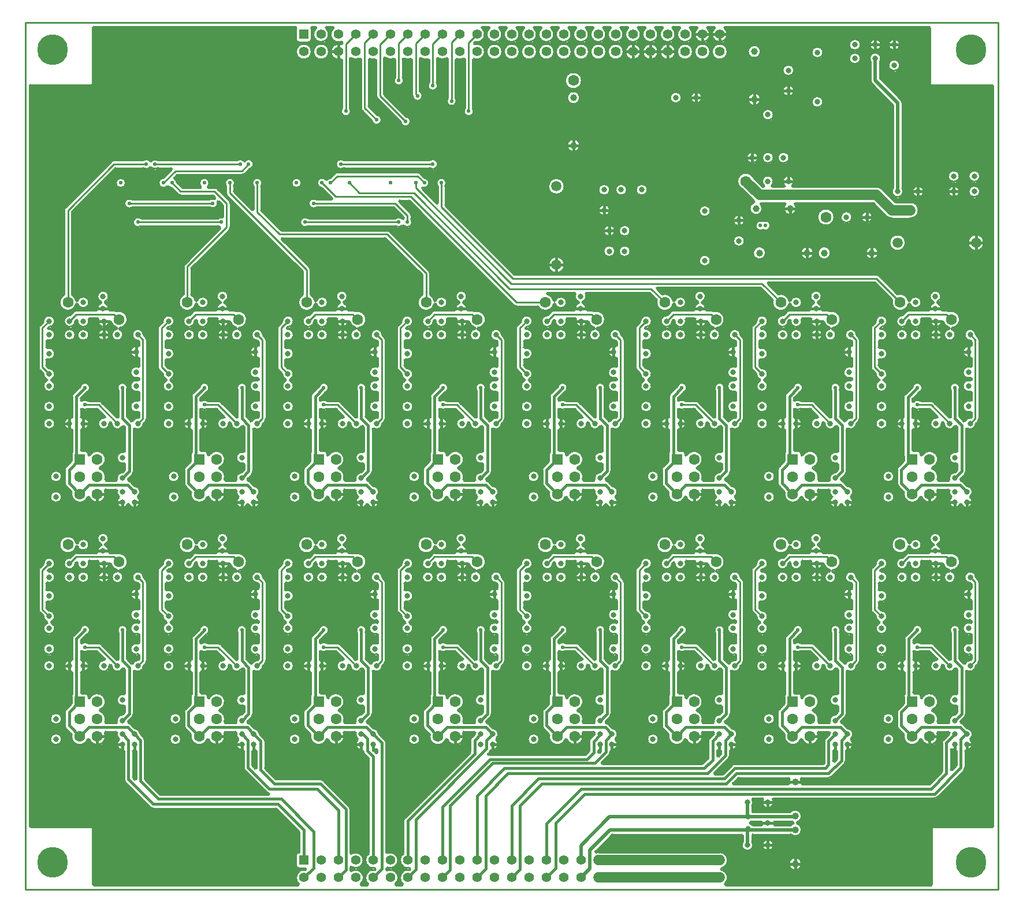
<source format=gbr>
*
*
G04 PADS Layout (Build Number 2005.266.2) generated Gerber (RS-274-X) file*
G04 PC Version=2.1*
*
%IN "module_AtoD2016_1031.pc"*%
*
%MOMM*%
*
%FSLAX35Y35*%
*
*
*
*
G04 PC Standard Apertures*
*
*
G04 Thermal Relief Aperture macro.*
%AMTER*
1,1,$1,0,0*
1,0,$1-$2,0,0*
21,0,$3,$4,0,0,45*
21,0,$3,$4,0,0,135*
%
*
*
G04 Annular Aperture macro.*
%AMANN*
1,1,$1,0,0*
1,0,$2,0,0*
%
*
*
G04 Odd Aperture macro.*
%AMODD*
1,1,$1,0,0*
1,0,$1-0.005,0,0*
%
*
*
G04 PC Custom Aperture Macros*
*
*
*
*
*
*
G04 PC Aperture Table*
*
%ADD033C,1.5*%
%ADD034R,1.4224X1.4224*%
%ADD035C,1.4224*%
%ADD058C,0.254*%
%ADD061C,1*%
%ADD062C,0.8*%
%ADD063C,0.5*%
%ADD098R,1.6X1.6*%
%ADD105C,1.6*%
%ADD107C,4.5*%
%ADD108C,0.4*%
%ADD109C,0.25*%
%ADD110C,0.5588*%
%ADD111C,0.381*%
*
*
*
*
G04 PC Custom Flashes*
G04 Layer Name module_AtoD2016_1031.pc - flashes*
%LPD*%
*
*
G04 PC Circuitry*
G04 Layer Name module_AtoD2016_1031.pc - circuitry*
%LPD*%
*
G54D33*
G01X38185000Y22175000D03*
X39335000D03*
X33185000Y21850000D03*
Y23000000D03*
X38185000Y22175000D03*
X39335000D03*
X33185000Y21850000D03*
Y23000000D03*
X34308000Y12873000D02*
X34054000D01*
X34308000Y13127000D02*
X34054000D01*
Y12873000D02*
X33800000D01*
X34054000Y13127000D02*
X33800000D01*
X35578000Y12873000D02*
X35324000D01*
X35578000Y13127000D02*
X35324000D01*
Y12873000D02*
X35070000D01*
X35324000Y13127000D02*
X35070000D01*
Y12873000D02*
X34816000D01*
X35070000Y13127000D02*
X34816000D01*
Y12873000D02*
X34562000D01*
X34816000Y13127000D02*
X34562000D01*
Y12873000D02*
X34308000D01*
X34562000Y13127000D02*
X34308000D01*
X38375000Y22650000D02*
X38100000D01*
X37875000Y22875000*
X36160000*
X35960000Y23075000*
G54D34*
X29482000Y13127000D03*
Y25227000D03*
G54D35*
Y12873000D03*
X29736000Y13127000D03*
Y12873000D03*
X29990000Y13127000D03*
Y12873000D03*
X30244000Y13127000D03*
Y12873000D03*
X30498000Y13127000D03*
Y12873000D03*
X30752000Y13127000D03*
Y12873000D03*
X31006000Y13127000D03*
Y12873000D03*
X31260000Y13127000D03*
Y12873000D03*
X31514000Y13127000D03*
Y12873000D03*
X31768000Y13127000D03*
Y12873000D03*
X32022000Y13127000D03*
Y12873000D03*
X32276000Y13127000D03*
Y12873000D03*
X32530000Y13127000D03*
Y12873000D03*
X32784000Y13127000D03*
Y12873000D03*
X33038000Y13127000D03*
Y12873000D03*
X33292000Y13127000D03*
Y12873000D03*
X33546000Y13127000D03*
Y12873000D03*
X33800000Y13127000D03*
Y12873000D03*
X34054000Y13127000D03*
Y12873000D03*
X34308000Y13127000D03*
Y12873000D03*
X34562000Y13127000D03*
Y12873000D03*
X34816000Y13127000D03*
Y12873000D03*
X35070000Y13127000D03*
Y12873000D03*
X35324000Y13127000D03*
Y12873000D03*
X35578000Y13127000D03*
Y12873000D03*
X29482000Y24973000D03*
X29736000Y25227000D03*
Y24973000D03*
X29990000Y25227000D03*
Y24973000D03*
X30244000Y25227000D03*
Y24973000D03*
X30498000Y25227000D03*
Y24973000D03*
X30752000Y25227000D03*
Y24973000D03*
X31006000Y25227000D03*
Y24973000D03*
X31260000Y25227000D03*
Y24973000D03*
X31514000Y25227000D03*
Y24973000D03*
X31768000Y25227000D03*
Y24973000D03*
X32022000Y25227000D03*
Y24973000D03*
X32276000Y25227000D03*
Y24973000D03*
X32530000Y25227000D03*
Y24973000D03*
X32784000Y25227000D03*
Y24973000D03*
X33038000Y25227000D03*
Y24973000D03*
X33292000Y25227000D03*
Y24973000D03*
X33546000Y25227000D03*
Y24973000D03*
X33800000Y25227000D03*
Y24973000D03*
X34054000Y25227000D03*
Y24973000D03*
X34308000Y25227000D03*
Y24973000D03*
X34562000Y25227000D03*
Y24973000D03*
X34816000Y25227000D03*
Y24973000D03*
X35070000Y25227000D03*
Y24973000D03*
X35324000Y25227000D03*
Y24973000D03*
X35578000Y25227000D03*
Y24973000D03*
G54D58*
X36777701Y13075000D02*
G75*
G03X36777701I-92701J0D01*
G01X36367701Y13350000D02*
G03X36367701I-82701J0D01*
G01X39452701Y22175000D02*
G03X39452701I-117701J0D01*
G01X39392701Y22925000D02*
G03X39392701I-82701J0D01*
G01Y23150000D02*
G03X39392701I-82701J0D01*
G01X39092701Y22925000D02*
G03X39092701I-82701J0D01*
G01Y23150000D02*
G03X39092701I-82701J0D01*
G01X38032701Y15975000D02*
G03X38032701I-82701J0D01*
G01Y16225000D02*
G03X38032701I-82701J0D01*
G01X38132701Y18450000D02*
G03X38132701I-82701J0D01*
G01Y18750000D02*
G03X38132701I-82701J0D01*
G01X38302701Y22175000D02*
G03X38302701I-117701J0D01*
G01X37902701Y22025000D02*
G03X37902701I-92701J0D01*
G01X37817701Y22550000D02*
G03X37817701I-82701J0D01*
G01X37517701D02*
G03X37517701I-82701J0D01*
G01X37202701Y22025000D02*
G03X37202701I-92701J0D01*
G01X37257701Y22550000D02*
G03X37257701I-122701J0D01*
G01X36952701Y22025000D02*
G03X36952701I-92701J0D01*
G01X38567701Y22925000D02*
G03X38567701I-82701J0D01*
G01X38217701Y24775000D02*
G03X38217701I-82701J0D01*
G01Y25075000D02*
G03X38217701I-82701J0D01*
G01X37942701D02*
G03X37942701I-82701J0D01*
G01X37642701Y24875000D02*
G03X37642701I-82701J0D01*
G01Y25075000D02*
G03X37642701I-82701J0D01*
G01X37092701Y24237500D02*
G03X37092701I-82701J0D01*
G01Y24962500D02*
G03X37092701I-82701J0D01*
G01X36596301Y23421000D02*
G03X36596301I-82701J0D01*
G01X36667701Y24400000D02*
G03X36667701I-82701J0D01*
G01Y24700000D02*
G03X36667701I-82701J0D01*
G01X36367701Y23421000D02*
G03X36367701I-82701J0D01*
G01Y24049650D02*
G03X36367701I-82701J0D01*
G01X36139101Y23421000D02*
G03X36139101I-82701J0D01*
G01X36177701Y24275000D02*
G03X36177701I-92701J0D01*
G01Y24975000D02*
G03X36177701I-92701J0D01*
G01X35691821Y24973000D02*
G03X35691821I-113821J0D01*
G01X35442701Y21912500D02*
G03X35442701I-82701J0D01*
G01Y22637500D02*
G03X35442701I-82701J0D01*
G01X35317701Y24300000D02*
G03X35317701I-82701J0D01*
G01X35437821Y24973000D02*
G03X35437821I-113821J0D01*
G01X35017701Y24300000D02*
G03X35017701I-82701J0D01*
G01X35183821Y24973000D02*
G03X35183821I-113821J0D01*
G01X34929821D02*
G03X34929821I-113821J0D01*
G01X34517701Y22950000D02*
G03X34517701I-82701J0D01*
G01X34675821Y24973000D02*
G03X34675821I-113821J0D01*
G01X34267701Y22050000D02*
G03X34267701I-82701J0D01*
G01Y22350000D02*
G03X34267701I-82701J0D01*
G01X34217701Y22950000D02*
G03X34217701I-82701J0D01*
G01X34421821Y24973000D02*
G03X34421821I-113821J0D01*
G01X34042701Y22050000D02*
G03X34042701I-82701J0D01*
G01Y22350000D02*
G03X34042701I-82701J0D01*
G01X33967701Y22650000D02*
G03X33967701I-82701J0D01*
G01Y22950000D02*
G03X33967701I-82701J0D01*
G01X34167821Y24973000D02*
G03X34167821I-113821J0D01*
G01X33913821D02*
G03X33913821I-113821J0D01*
G01X33527701Y23600000D02*
G03X33527701I-92701J0D01*
G01Y24300000D02*
G03X33527701I-92701J0D01*
G01X33557701Y24550000D02*
G03X33557701I-122701J0D01*
G01X33659821Y24973000D02*
G03X33659821I-113821J0D01*
G01X33302701Y21850000D02*
G03X33302701I-117701J0D01*
G01Y23000000D02*
G03X33302701I-117701J0D01*
G01X33405821Y24973000D02*
G03X33405821I-113821J0D01*
G01X33151821D02*
G03X33151821I-113821J0D01*
G01X32897821D02*
G03X32897821I-113821J0D01*
G01X32643821D02*
G03X32643821I-113821J0D01*
G01X32389821D02*
G03X32389821I-113821J0D01*
G01X29849821D02*
G03X29849821I-113821J0D01*
G01X29445641Y23050000D02*
G03X29445641I-70641J0D01*
G01X29595821Y24973000D02*
G03X29595821I-113821J0D01*
G01X25832701Y19525000D02*
G03X25832701I-82701J0D01*
G01Y19775000D02*
G03X25832701I-82701J0D01*
G01X26132701Y17275000D02*
G03X26132701I-82701J0D01*
G01Y20825000D02*
G03X26132701I-82701J0D01*
G01X26332701Y17275000D02*
G03X26332701I-82701J0D01*
G01Y20825000D02*
G03X26332701I-82701J0D01*
G01X25932701Y14900000D02*
G03X25932701I-82701J0D01*
G01Y15200000D02*
G03X25932701I-82701J0D01*
G01X26632701Y17275000D02*
G03X26632701I-82701J0D01*
G01Y20825000D02*
G03X26632701I-82701J0D01*
G01X26870641Y23050000D02*
G03X26870641I-70641J0D01*
G01X25832701Y15975000D02*
G03X25832701I-82701J0D01*
G01Y16225000D02*
G03X25832701I-82701J0D01*
G01X25932701Y18450000D02*
G03X25932701I-82701J0D01*
G01Y18750000D02*
G03X25932701I-82701J0D01*
G01X27882701Y17275000D02*
G03X27882701I-82701J0D01*
G01Y20825000D02*
G03X27882701I-82701J0D01*
G01X28082701Y17275000D02*
G03X28082701I-82701J0D01*
G01Y20825000D02*
G03X28082701I-82701J0D01*
G01X27582701Y19525000D02*
G03X27582701I-82701J0D01*
G01Y19775000D02*
G03X27582701I-82701J0D01*
G01X27682701Y14900000D02*
G03X27682701I-82701J0D01*
G01Y15200000D02*
G03X27682701I-82701J0D01*
G01X28382701Y17275000D02*
G03X28382701I-82701J0D01*
G01Y20825000D02*
G03X28382701I-82701J0D01*
G01X29332701Y19525000D02*
G03X29332701I-82701J0D01*
G01Y19775000D02*
G03X29332701I-82701J0D01*
G01X27582701Y15975000D02*
G03X27582701I-82701J0D01*
G01Y16225000D02*
G03X27582701I-82701J0D01*
G01X27657701Y18450000D02*
G03X27657701I-82701J0D01*
G01Y18750000D02*
G03X27657701I-82701J0D01*
G01X29632701Y17275000D02*
G03X29632701I-82701J0D01*
G01Y20825000D02*
G03X29632701I-82701J0D01*
G01X29832701Y17275000D02*
G03X29832701I-82701J0D01*
G01Y20825000D02*
G03X29832701I-82701J0D01*
G01X29432701Y14900000D02*
G03X29432701I-82701J0D01*
G01Y15200000D02*
G03X29432701I-82701J0D01*
G01X30132701Y17275000D02*
G03X30132701I-82701J0D01*
G01Y20825000D02*
G03X30132701I-82701J0D01*
G01X31082701Y19525000D02*
G03X31082701I-82701J0D01*
G01Y19775000D02*
G03X31082701I-82701J0D01*
G01X29332701Y15975000D02*
G03X29332701I-82701J0D01*
G01Y16225000D02*
G03X29332701I-82701J0D01*
G01X29432701Y18450000D02*
G03X29432701I-82701J0D01*
G01Y18750000D02*
G03X29432701I-82701J0D01*
G01X31382701Y17275000D02*
G03X31382701I-82701J0D01*
G01Y20825000D02*
G03X31382701I-82701J0D01*
G01X31582701Y17275000D02*
G03X31582701I-82701J0D01*
G01Y20825000D02*
G03X31582701I-82701J0D01*
G01X31182701Y14900000D02*
G03X31182701I-82701J0D01*
G01Y15200000D02*
G03X31182701I-82701J0D01*
G01X31882701Y17275000D02*
G03X31882701I-82701J0D01*
G01Y20825000D02*
G03X31882701I-82701J0D01*
G01X33132701Y17275000D02*
G03X33132701I-82701J0D01*
G01Y20825000D02*
G03X33132701I-82701J0D01*
G01X32832701Y15975000D02*
G03X32832701I-82701J0D01*
G01Y16225000D02*
G03X32832701I-82701J0D01*
G01X32932701Y18450000D02*
G03X32932701I-82701J0D01*
G01Y18750000D02*
G03X32932701I-82701J0D01*
G01X32832701Y19525000D02*
G03X32832701I-82701J0D01*
G01Y19775000D02*
G03X32832701I-82701J0D01*
G01X31082701Y15975000D02*
G03X31082701I-82701J0D01*
G01Y16225000D02*
G03X31082701I-82701J0D01*
G01X31182701Y18450000D02*
G03X31182701I-82701J0D01*
G01Y18750000D02*
G03X31182701I-82701J0D01*
G01X33332701Y17275000D02*
G03X33332701I-82701J0D01*
G01Y20825000D02*
G03X33332701I-82701J0D01*
G01X32932701Y14900000D02*
G03X32932701I-82701J0D01*
G01Y15200000D02*
G03X32932701I-82701J0D01*
G01X33632701Y17275000D02*
G03X33632701I-82701J0D01*
G01Y20825000D02*
G03X33632701I-82701J0D01*
G01X34582701Y19525000D02*
G03X34582701I-82701J0D01*
G01Y19775000D02*
G03X34582701I-82701J0D01*
G01X34882701Y17275000D02*
G03X34882701I-82701J0D01*
G01Y20825000D02*
G03X34882701I-82701J0D01*
G01X35082701Y17275000D02*
G03X35082701I-82701J0D01*
G01Y20825000D02*
G03X35082701I-82701J0D01*
G01X34682701Y14900000D02*
G03X34682701I-82701J0D01*
G01Y15200000D02*
G03X34682701I-82701J0D01*
G01X35382701Y17275000D02*
G03X35382701I-82701J0D01*
G01Y20825000D02*
G03X35382701I-82701J0D01*
G01X35942701Y22200000D02*
G03X35942701I-82701J0D01*
G01Y22500000D02*
G03X35942701I-82701J0D01*
G01X36282701Y19525000D02*
G03X36282701I-82701J0D01*
G01Y19775000D02*
G03X36282701I-82701J0D01*
G01X34582701Y15975000D02*
G03X34582701I-82701J0D01*
G01Y16225000D02*
G03X34582701I-82701J0D01*
G01X34682701Y18450000D02*
G03X34682701I-82701J0D01*
G01Y18750000D02*
G03X34682701I-82701J0D01*
G01X36252701Y22025000D02*
G03X36252701I-92701J0D01*
G01X36582701Y17275000D02*
G03X36582701I-82701J0D01*
G01Y20825000D02*
G03X36582701I-82701J0D01*
G01X36782701Y17275000D02*
G03X36782701I-82701J0D01*
G01Y20825000D02*
G03X36782701I-82701J0D01*
G01X36382701Y14900000D02*
G03X36382701I-82701J0D01*
G01Y15200000D02*
G03X36382701I-82701J0D01*
G01X37082701Y17275000D02*
G03X37082701I-82701J0D01*
G01Y20825000D02*
G03X37082701I-82701J0D01*
G01X38032701Y19525000D02*
G03X38032701I-82701J0D01*
G01Y19775000D02*
G03X38032701I-82701J0D01*
G01X36282701Y15975000D02*
G03X36282701I-82701J0D01*
G01Y16225000D02*
G03X36282701I-82701J0D01*
G01X36382701Y18450000D02*
G03X36382701I-82701J0D01*
G01Y18750000D02*
G03X36382701I-82701J0D01*
G01X38332701Y17275000D02*
G03X38332701I-82701J0D01*
G01Y20825000D02*
G03X38332701I-82701J0D01*
G01X38532701Y17275000D02*
G03X38532701I-82701J0D01*
G01Y20825000D02*
G03X38532701I-82701J0D01*
G01X38132701Y14900000D02*
G03X38132701I-82701J0D01*
G01Y15200000D02*
G03X38132701I-82701J0D01*
G01X38832701Y17275000D02*
G03X38832701I-82701J0D01*
G01Y20825000D02*
G03X38832701I-82701J0D01*
G01X39587300Y13625401D02*
Y24474599D01*
X39587300D02*
G03X39574600Y24487299I-12700J0D01*
G01X39574600D02*
X38675000D01*
X38662299Y24500000D02*
G03X38675000Y24487299I12701J0D01*
G01X38662299Y24500000D02*
Y25324600D01*
X38662299D02*
G03X38649599Y25337300I-12700J0D01*
G01X38649599D02*
X35658509D01*
G03X35650428Y25314803I-0J-12700*
G01X35505573D02*
G03X35650427I72427J-87803D01*
G01X35505572D02*
G03X35497491Y25337300I-8081J9797D01*
G01X35404509*
G03X35396428Y25314803I-0J-12700*
G01X35251573D02*
G03X35396427I72427J-87803D01*
G01X35251572D02*
G03X35243491Y25337300I-8081J9797D01*
G01X35150509*
G03X35142428Y25314803I-0J-12700*
G01X34997573D02*
G03X35142427I72427J-87803D01*
G01X34997572D02*
G03X34989491Y25337300I-8081J9797D01*
G01X34896509*
G03X34888428Y25314803I-0J-12700*
G01X34743573D02*
G03X34888427I72427J-87803D01*
G01X34743572D02*
G03X34735491Y25337300I-8081J9797D01*
G01X34642509*
G03X34634428Y25314803I-0J-12700*
G01X34489573D02*
G03X34634427I72427J-87803D01*
G01X34489572D02*
G03X34481491Y25337300I-8081J9797D01*
G01X34388509*
G03X34380428Y25314803I-0J-12700*
G01X34235573D02*
G03X34380427I72427J-87803D01*
G01X34235572D02*
G03X34227491Y25337300I-8081J9797D01*
G01X34134509*
G03X34126428Y25314803I-0J-12700*
G01X33981573D02*
G03X34126427I72427J-87803D01*
G01X33981572D02*
G03X33973491Y25337300I-8081J9797D01*
G01X33880509*
G03X33872428Y25314803I-0J-12700*
G01X33727573D02*
G03X33872427I72427J-87803D01*
G01X33727572D02*
G03X33719491Y25337300I-8081J9797D01*
G01X33626509*
G03X33618428Y25314803I-0J-12700*
G01X33473573D02*
G03X33618427I72427J-87803D01*
G01X33473572D02*
G03X33465491Y25337300I-8081J9797D01*
G01X33372509*
G03X33364428Y25314803I-0J-12700*
G01X33219573D02*
G03X33364427I72427J-87803D01*
G01X33219572D02*
G03X33211491Y25337300I-8081J9797D01*
G01X33118509*
G03X33110428Y25314803I-0J-12700*
G01X32965573D02*
G03X33110427I72427J-87803D01*
G01X32965572D02*
G03X32957491Y25337300I-8081J9797D01*
G01X32864509*
G03X32856428Y25314803I-0J-12700*
G01X32711573D02*
G03X32856427I72427J-87803D01*
G01X32711572D02*
G03X32703491Y25337300I-8081J9797D01*
G01X32610509*
G03X32602428Y25314803I-0J-12700*
G01X32457573D02*
G03X32602427I72427J-87803D01*
G01X32457572D02*
G03X32449491Y25337300I-8081J9797D01*
G01X32356509*
G03X32348428Y25314803I-0J-12700*
G01X32203573D02*
G03X32348427I72427J-87803D01*
G01X32203572D02*
G03X32195491Y25337300I-8081J9797D01*
G01X32102509*
G03X32094428Y25314803I-0J-12700*
G01X31997283Y25115896D02*
G03X32094427Y25314803I24717J111104D01*
G01X31997283Y25115896D02*
G03X31985544Y25112479I-2758J-12397D01*
G01X31976042Y25102976*
G03X31988734Y25081851I8980J-8980*
G01X31973331Y24870110D02*
G03X31988734Y25081851I48669J102890D01*
G01X31973331Y24870109D02*
G03X31955201Y24858629I-5430J-11480D01*
G01X31955201D02*
Y24148324D01*
X31955201D02*
G03X31957553Y24140960I12700J-0D01*
G01X31842447D02*
G03X31957553I57553J-40960D01*
G01X31842447D02*
G03X31844799Y24148324I-10348J7364D01*
G01X31844799D02*
Y24863919D01*
X31844799D02*
G03X31825665Y24874868I-12700J-0D01*
G01X31722930Y24868483D02*
G03X31825665Y24874868I45070J104517D01*
G01X31722929Y24868483D02*
G03X31705201Y24856821I-5028J-11662D01*
G01X31705201D02*
Y24298324D01*
X31705201D02*
G03X31707553Y24290960I12700J-0D01*
G01X31592447D02*
G03X31707553I57553J-40960D01*
G01X31592447D02*
G03X31594799Y24298324I-10348J7364D01*
G01X31594799D02*
Y24866370D01*
X31594799D02*
G03X31575264Y24877074I-12700J0D01*
G01X31450037Y24878852D02*
G03X31575264Y24877074I63963J94148D01*
G01X31450037Y24878852D02*
G03X31430201Y24868347I-7136J-10505D01*
G01X31430201D02*
Y24523324D01*
X31430201D02*
G03X31432553Y24515960I12700J-0D01*
G01X31317447D02*
G03X31432553I57553J-40960D01*
G01X31317447D02*
G03X31319799Y24523324I-10348J7364D01*
G01X31319799D02*
Y24855573D01*
X31319799D02*
G03X31302372Y24867360I-12700J0D01*
G01X31199636Y24876505D02*
G03X31302372Y24867360I60364J96495D01*
G01X31199636Y24876505D02*
G03X31180201Y24865738I-6735J-10767D01*
G01X31180201D02*
Y24396451D01*
X31180201D02*
G03X31186363Y24385562I12700J-0D01*
G01X31079968Y24315745D02*
G03X31186363Y24385562I70032J9255D01*
G01X31079968Y24315745D02*
G03X31078155Y24320799I-12590J-1664D01*
G01X31069799Y24350000D02*
G03X31078155Y24320799I55201J0D01*
G01X31069799Y24350000D02*
Y24857258D01*
X31069799D02*
G03X31051970Y24868876I-12700J-0D01*
G01X30949234Y24874345D02*
G03X31051970Y24868876I56766J98655D01*
G01X30949234Y24874345D02*
G03X30930201Y24863337I-6333J-11008D01*
G01X30930201D02*
Y24598324D01*
X30930201D02*
G03X30932553Y24590960I12700J-0D01*
G01X30817447D02*
G03X30932553I57553J-40960D01*
G01X30817447D02*
G03X30819799Y24598324I-10348J7364D01*
G01X30819799D02*
Y24859108D01*
X30819799D02*
G03X30801569Y24870540I-12700J-0D01*
G01X30676342Y24887965D02*
G03X30801569Y24870540I75658J85035D01*
G01X30676342Y24887964D02*
G03X30655201Y24878476I-8441J-9488D01*
G01X30655201D02*
Y24353125D01*
X30655201D02*
G03X30658920Y24344145I12700J0D01*
G01X30979863Y24023203*
G03X30986734Y24019659I8980J8980*
G01X30905341Y23938267D02*
G03X30986733Y24019659I69659J11733D01*
G01X30905341Y23938266D02*
G03X30901797Y23945137I-12524J-2109D01*
G01X30901797D02*
X30560967Y24285967D01*
X30544800Y24325000D02*
G03X30560967Y24285967I55200J0D01*
G01X30544799Y24325000D02*
Y24851161D01*
X30544799D02*
G03X30528677Y24863391I-12700J0D01*
G01X30448431Y24870540D02*
G03X30528677Y24863391I49569J102460D01*
G01X30448431Y24870540D02*
G03X30430201Y24859108I-5530J-11432D01*
G01X30430201D02*
Y24178125D01*
X30430201D02*
G03X30433920Y24169145I12700J0D01*
G01X30554863Y24048203*
G03X30561734Y24044659I8980J8980*
G01X30480341Y23963267D02*
G03X30561733Y24044659I69659J11733D01*
G01X30480341Y23963266D02*
G03X30476797Y23970137I-12524J-2109D01*
G01X30476797D02*
X30335967Y24110967D01*
X30319800Y24150000D02*
G03X30335967Y24110967I55200J0D01*
G01X30319799Y24150000D02*
Y24863337D01*
X30319799D02*
G03X30300766Y24874345I-12700J0D01*
G01X30175539Y24882070D02*
G03X30300766Y24874345I68461J90930D01*
G01X30175539Y24882070D02*
G03X30155201Y24871924I-7638J-10146D01*
G01X30155201D02*
Y24148324D01*
X30155201D02*
G03X30157553Y24140960I12700J-0D01*
G01X30042447D02*
G03X30157553I57553J-40960D01*
G01X30042447D02*
G03X30044799Y24148324I-10348J7364D01*
G01X30044799D02*
Y24853689D01*
X30044799D02*
G03X30027874Y24865665I-12700J0D01*
G01X30028424Y25080139D02*
G03X30027873Y24865666I-38424J-107139D01*
G01X30028424Y25080139D02*
G03X30045297Y25090393I4287J11954D01*
G01X30049273Y25104768D02*
G03X30045297Y25090392I50727J-21768D01*
G01X30049273Y25104768D02*
G03X30032824Y25121543I-11671J5008D01*
G01X29917573Y25314803D02*
G03X30032823Y25121543I72427J-87803D01*
G01X29917572Y25314803D02*
G03X29909491Y25337300I-8081J9797D01*
G01X29816509*
G03X29808428Y25314803I-0J-12700*
G01X29663573D02*
G03X29808427I72427J-87803D01*
G01X29663572D02*
G03X29655491Y25337300I-8081J9797D01*
G01X29601782*
G03X29590627Y25318530I0J-12700*
G01X29595821Y25298120D02*
G03X29590627Y25318530I-42701J0D01*
G01X29595821Y25298120D02*
Y25155880D01*
X29553120Y25113179D02*
G03X29595821Y25155880I0J42701D01*
G01X29553120Y25113179D02*
X29410880D01*
X29368179Y25155880D02*
G03X29410880Y25113179I42701J0D01*
G01X29368179Y25155880D02*
Y25298120D01*
X29373373Y25318530D02*
G03X29368179Y25298120I37507J-20410D01*
G01X29373373Y25318530D02*
G03X29362218Y25337300I-11155J6070D01*
G01X26400401*
X26400401D02*
G03X26387701Y25324600I-0J-12700D01*
G01X26387701D02*
Y24500000D01*
X26375000Y24487299D02*
G03X26387701Y24500000I0J12701D01*
G01X26375000Y24487299D02*
X25475400D01*
X25475400D02*
G03X25462700Y24474599I0J-12700D01*
G01X25462700D02*
Y13625401D01*
X25462700D02*
G03X25475400Y13612701I12700J-0D01*
G01X25475400D02*
X26375000D01*
X26387701Y13600000D02*
G03X26375000Y13612701I-12701J0D01*
G01X26387701Y13600000D02*
Y12775400D01*
X26387701D02*
G03X26400401Y12762700I12700J0D01*
G01X26400401D02*
X29401491D01*
G03X29409572Y12785197I0J12700*
G01X29498665Y12985594D02*
G03X29409573Y12785197I-16665J-112594D01*
G01X29498665Y12985594D02*
G03X29509505Y12989177I1860J12563D01*
G01X29511827Y12991499*
G03X29502847Y13013179I-8980J8980*
G01X29502847D02*
X29410880D01*
X29368179Y13055880D02*
G03X29410880Y13013179I42701J0D01*
G01X29368179Y13055880D02*
Y13198120D01*
X29407581Y13240693D02*
G03X29368179Y13198120I3299J-42573D01*
G01X29407581Y13240693D02*
G03X29419299Y13253355I-982J12662D01*
G01X29419299D02*
Y13536768D01*
X29419299D02*
G03X29415580Y13545748I-12700J0D01*
G01X29077748Y13883580*
G03X29068768Y13887299I-8980J-8981*
G01X29068768D02*
X27275000D01*
X27230664Y13905664D02*
G03X27275000Y13887299I44336J44336D01*
G01X27230664Y13905664D02*
X26868164Y14268164D01*
X26849800Y14312500D02*
G03X26868164Y14268164I62700J0D01*
G01X26849799Y14312500D02*
Y14730370D01*
X26849799D02*
G03X26835489Y14742967I-12700J-0D01*
G01X26773889Y14890016D02*
G03X26835489Y14742967I51111J-65016D01*
G01X26773889Y14890016D02*
G03Y14909984I-7849J9984D01*
G01X26745096Y14996325D02*
G03X26773889Y14909984I79904J-21325D01*
G01X26745096Y14996325D02*
G03X26732826Y15012299I-12270J3274D01*
G01X26732826D02*
X26576538D01*
X26576538D02*
G03X26565045Y14994197I0J-12700D01*
G01X26338912Y14899454D02*
G03X26565045Y14994197I115088J42546D01*
G01X26338912Y14899454D02*
G03X26315088I-11912J-4404D01*
G01X26079620Y14965749D02*
G03X26315088Y14899454I120380J-23749D01*
G01X26079620Y14965750D02*
G03X26076140Y14977188I-12460J2458D01*
G01X25997664Y15055664*
X25979300Y15100000D02*
G03X25997664Y15055664I62700J0D01*
G01X25979299Y15100000D02*
Y15300000D01*
X25997664Y15344336D02*
G03X25979299Y15300000I44336J-44336D01*
G01X25997664Y15344336D02*
X26073580Y15420252D01*
G03X26077299Y15429232I-8981J8980*
G01X26077299D02*
Y15530000D01*
X26085007Y15554471D02*
G03X26077299Y15530000I34993J-24471D01*
G01X26085007Y15554471D02*
G03X26087299Y15561749I-10408J7278D01*
G01X26087299D02*
Y15882826D01*
X26087299D02*
G03X26071325Y15895096I-12700J-0D01*
G01Y16054904D02*
G03Y15895096I-21325J-79904D01*
G01Y16054904D02*
G03X26087299Y16067174I3274J12270D01*
G01X26087299D02*
Y16375000D01*
X26105664Y16419336D02*
G03X26087299Y16375000I44336J-44336D01*
G01X26105664Y16419336D02*
X26205560Y16519232D01*
G03X26208530Y16523913I-8980J8980*
G01X26298913Y16433530D02*
G03X26208530Y16523913I-23913J66470D01*
G01X26298913Y16433530D02*
G03X26294232Y16430560I4299J-11950D01*
G01X26216420Y16352748*
G03X26212701Y16343768I8981J-8980*
G01X26212701D02*
Y16316974D01*
X26212701D02*
G03X26232959Y16306768I12700J0D01*
G01X26315960Y16307553D02*
G03X26232959Y16306768I-40960J-57553D01*
G01X26315960Y16307553D02*
G03X26323324Y16305201I7364J10348D01*
G01X26323324D02*
X26475000D01*
X26514033Y16289033D02*
G03X26475000Y16305201I-39033J-39033D01*
G01X26514033Y16289033D02*
X26740619Y16062446D01*
G03X26762299Y16071426I8980J8980*
G01X26762299D02*
Y16464498D01*
X26762299D02*
G03X26761089Y16469908I-12700J-0D01*
G01X26888910D02*
G03X26761090I-63910J30092D01*
G01X26888911D02*
G03X26887701Y16464498I11490J-5410D01*
G01X26887701D02*
Y16081232D01*
X26887701D02*
G03X26891420Y16072252I12700J-0D01*
G01X26955458Y16008214*
G03X26975828Y16011577I8980J8981*
G01X27049456Y16057699D02*
G03X26975828Y16011577I544J-82699D01*
G01X27049456Y16057699D02*
G03X27058353Y16061418I-83J12699D01*
G01X27066080Y16069145*
G03X27069799Y16078125I-8981J8980*
G01X27069799D02*
Y16135162D01*
X27069799D02*
G03X27052826Y16147121I-12700J-0D01*
G01Y16302879D02*
G03Y16147121I-27826J-77879D01*
G01Y16302879D02*
G03X27069799Y16314838I4273J11959D01*
G01X27069799D02*
Y16435162D01*
X27069799D02*
G03X27052826Y16447121I-12700J-0D01*
G01Y16602879D02*
G03Y16447121I-27826J-77879D01*
G01Y16602879D02*
G03X27069799Y16614838I4273J11959D01*
G01X27069799D02*
Y16635162D01*
X27069799D02*
G03X27052826Y16647121I-12700J-0D01*
G01Y16802879D02*
G03Y16647121I-27826J-77879D01*
G01Y16802879D02*
G03X27069799Y16814838I4273J11959D01*
G01X27069799D02*
Y16935162D01*
X27069799D02*
G03X27052826Y16947121I-12700J-0D01*
G01Y17102879D02*
G03Y16947121I-27826J-77879D01*
G01Y17102879D02*
G03X27069799Y17114838I4273J11959D01*
G01X27069799D02*
Y17171875D01*
X27069799D02*
G03X27066080Y17180855I-12700J-0D01*
G01X27058353Y17188582*
G03X27049456Y17192301I-8980J-8980*
G01X27132699Y17275544D02*
G03X27049456Y17192301I-82699J-544D01*
G01X27132699Y17275544D02*
G03X27136418Y17266647I12699J83D01*
G01X27164033Y17239033*
X27180200Y17200000D02*
G03X27164033Y17239033I-55200J0D01*
G01X27180201Y17200000D02*
Y16050000D01*
X27164033Y16010967D02*
G03X27180201Y16050000I-39033J39033D01*
G01X27164033Y16010967D02*
X27136418Y15983353D01*
G03X27132699Y15974456I8980J-8980*
G01X27007003Y15904355D02*
G03X27132699Y15974456I42997J70645D01*
G01X27007003Y15904355D02*
G03X26987701Y15893507I-6602J-10848D01*
G01X26987701D02*
Y15275000D01*
X26969336Y15230664D02*
G03X26987701Y15275000I-44336J44336D01*
G01X26969336Y15230664D02*
X26910664Y15171992D01*
G03X26907045Y15164608I8980J-8980*
G01X26904455Y15152060D02*
G03X26907045Y15164608I-79455J22940D01*
G01X26904455Y15152060D02*
G03X26913851Y15136151I12202J-3522D01*
G01X26944336Y15119336D02*
G03X26913851Y15136151I-44336J-44336D01*
G01X26944336Y15119336D02*
X27003008Y15060664D01*
G03X27010392Y15057045I8980J8980*
G01X27082045Y14985392D02*
G03X27010392Y15057045I-82045J-10392D01*
G01X27082045Y14985392D02*
G03X27085664Y14978008I12599J1596D01*
G01X27131836Y14931836*
X27150200Y14887500D02*
G03X27131836Y14931836I-62700J0D01*
G01X27150201Y14887500D02*
Y14318732D01*
X27150201D02*
G03X27153920Y14309752I12700J-0D01*
G01X27372252Y14091420*
G03X27381232Y14087701I8980J8981*
G01X27381232D02*
X28964038D01*
X28964038D02*
G03X28965885Y14112966I0J12700D01*
G01X28930664Y14130664D02*
G03X28965885Y14112966I44336J44336D01*
G01X28930664Y14130664D02*
X28618164Y14443164D01*
X28599800Y14487500D02*
G03X28618164Y14443164I62700J0D01*
G01X28599799Y14487500D02*
Y14730370D01*
X28599799D02*
G03X28585489Y14742967I-12700J-0D01*
G01X28523889Y14890016D02*
G03X28585489Y14742967I51111J-65016D01*
G01X28523889Y14890016D02*
G03Y14909984I-7849J9984D01*
G01X28495096Y14996325D02*
G03X28523889Y14909984I79904J-21325D01*
G01X28495096Y14996325D02*
G03X28482826Y15012299I-12270J3274D01*
G01X28482826D02*
X28326538D01*
X28326538D02*
G03X28315045Y14994197I0J-12700D01*
G01X28088912Y14899454D02*
G03X28315045Y14994197I115088J42546D01*
G01X28088912Y14899454D02*
G03X28065088I-11912J-4404D01*
G01X27829620Y14965749D02*
G03X28065088Y14899454I120380J-23749D01*
G01X27829620Y14965750D02*
G03X27826140Y14977188I-12460J2458D01*
G01X27747664Y15055664*
X27729300Y15100000D02*
G03X27747664Y15055664I62700J0D01*
G01X27729299Y15100000D02*
Y15300000D01*
X27747664Y15344336D02*
G03X27729299Y15300000I44336J-44336D01*
G01X27747664Y15344336D02*
X27823580Y15420252D01*
G03X27827299Y15429232I-8981J8980*
G01X27827299D02*
Y15530000D01*
X27835007Y15554471D02*
G03X27827299Y15530000I34993J-24471D01*
G01X27835007Y15554471D02*
G03X27837299Y15561749I-10408J7278D01*
G01X27837299D02*
Y15882826D01*
X27837299D02*
G03X27821325Y15895096I-12700J-0D01*
G01Y16054904D02*
G03Y15895096I-21325J-79904D01*
G01Y16054904D02*
G03X27837299Y16067174I3274J12270D01*
G01X27837299D02*
Y16375000D01*
X27855664Y16419336D02*
G03X27837299Y16375000I44336J-44336D01*
G01X27855664Y16419336D02*
X27955560Y16519232D01*
G03X27958530Y16523913I-8980J8980*
G01X28048913Y16433530D02*
G03X27958530Y16523913I-23913J66470D01*
G01X28048913Y16433530D02*
G03X28044232Y16430560I4299J-11950D01*
G01X27966420Y16352748*
G03X27962701Y16343768I8981J-8980*
G01X27962701D02*
Y16316974D01*
X27962701D02*
G03X27982959Y16306768I12700J0D01*
G01X28065960Y16307553D02*
G03X27982959Y16306768I-40960J-57553D01*
G01X28065960Y16307553D02*
G03X28073324Y16305201I7364J10348D01*
G01X28073324D02*
X28225000D01*
X28264033Y16289033D02*
G03X28225000Y16305201I-39033J-39033D01*
G01X28264033Y16289033D02*
X28490619Y16062446D01*
G03X28512299Y16071426I8980J8980*
G01X28512299D02*
Y16464498D01*
X28512299D02*
G03X28511089Y16469908I-12700J-0D01*
G01X28638910D02*
G03X28511090I-63910J30092D01*
G01X28638911D02*
G03X28637701Y16464498I11490J-5410D01*
G01X28637701D02*
Y16081232D01*
X28637701D02*
G03X28641420Y16072252I12700J-0D01*
G01X28705458Y16008214*
G03X28725828Y16011577I8980J8981*
G01X28799456Y16057699D02*
G03X28725828Y16011577I544J-82699D01*
G01X28799456Y16057699D02*
G03X28808353Y16061418I-83J12699D01*
G01X28816080Y16069145*
G03X28819799Y16078125I-8981J8980*
G01X28819799D02*
Y16135162D01*
X28819799D02*
G03X28802826Y16147121I-12700J-0D01*
G01Y16302879D02*
G03Y16147121I-27826J-77879D01*
G01Y16302879D02*
G03X28819799Y16314838I4273J11959D01*
G01X28819799D02*
Y16435162D01*
X28819799D02*
G03X28802826Y16447121I-12700J-0D01*
G01Y16602879D02*
G03Y16447121I-27826J-77879D01*
G01Y16602879D02*
G03X28819799Y16614838I4273J11959D01*
G01X28819799D02*
Y16635162D01*
X28819799D02*
G03X28802826Y16647121I-12700J-0D01*
G01Y16802879D02*
G03Y16647121I-27826J-77879D01*
G01Y16802879D02*
G03X28819799Y16814838I4273J11959D01*
G01X28819799D02*
Y16935162D01*
X28819799D02*
G03X28802826Y16947121I-12700J-0D01*
G01Y17102879D02*
G03Y16947121I-27826J-77879D01*
G01Y17102879D02*
G03X28819799Y17114838I4273J11959D01*
G01X28819799D02*
Y17171875D01*
X28819799D02*
G03X28816080Y17180855I-12700J-0D01*
G01X28808353Y17188582*
G03X28799456Y17192301I-8980J-8980*
G01X28882699Y17275544D02*
G03X28799456Y17192301I-82699J-544D01*
G01X28882699Y17275544D02*
G03X28886418Y17266647I12699J83D01*
G01X28914033Y17239033*
X28930200Y17200000D02*
G03X28914033Y17239033I-55200J0D01*
G01X28930201Y17200000D02*
Y16050000D01*
X28914033Y16010967D02*
G03X28930201Y16050000I-39033J39033D01*
G01X28914033Y16010967D02*
X28886418Y15983353D01*
G03X28882699Y15974456I8980J-8980*
G01X28757003Y15904355D02*
G03X28882699Y15974456I42997J70645D01*
G01X28757003Y15904355D02*
G03X28737701Y15893507I-6602J-10848D01*
G01X28737701D02*
Y15275000D01*
X28719336Y15230664D02*
G03X28737701Y15275000I-44336J44336D01*
G01X28719336Y15230664D02*
X28660664Y15171992D01*
G03X28657045Y15164608I8980J-8980*
G01X28654455Y15152060D02*
G03X28657045Y15164608I-79455J22940D01*
G01X28654455Y15152060D02*
G03X28663851Y15136151I12202J-3522D01*
G01X28694336Y15119336D02*
G03X28663851Y15136151I-44336J-44336D01*
G01X28694336Y15119336D02*
X28753008Y15060664D01*
G03X28760392Y15057045I8980J8980*
G01X28832045Y14985392D02*
G03X28760392Y15057045I-82045J-10392D01*
G01X28832045Y14985392D02*
G03X28835664Y14978008I12599J1596D01*
G01X28894336Y14919336*
X28912700Y14875000D02*
G03X28894336Y14919336I-62700J0D01*
G01X28912701Y14875000D02*
Y14481232D01*
X28912701D02*
G03X28916420Y14472252I12700J-0D01*
G01X29072252Y14316420*
G03X29081232Y14312701I8980J8981*
G01X29081232D02*
X29725000D01*
X29769336Y14294336D02*
G03X29725000Y14312701I-44336J-44336D01*
G01X29769336Y14294336D02*
X30144336Y13919336D01*
X30162700Y13875000D02*
G03X30144336Y13919336I-62700J0D01*
G01X30162701Y13875000D02*
Y13233309D01*
X30162701D02*
G03X30182286Y13222638I12700J-0D01*
G01X30182287Y13031362D02*
G03Y13222638I61713J95638D01*
G01X30182286Y13031362D02*
G03X30162701Y13020691I-6885J-10671D01*
G01X30162701D02*
Y12983000D01*
X30162623Y12979880D02*
G03X30162701Y12983000I-62623J3120D01*
G01X30162623Y12979880D02*
G03X30182202Y12968583I12684J-632D01*
G01X30316427Y12785197D02*
G03X30182203Y12968583I-72427J87803D01*
G01X30316428Y12785197D02*
G03X30324509Y12762700I8081J-9797D01*
G01X30417491*
G03X30425572Y12785197I0J12700*
G01X30514665Y12985594D02*
G03X30425573Y12785197I-16665J-112594D01*
G01X30514665Y12985594D02*
G03X30525505Y12989177I1860J12563D01*
G01X30529925Y12993597*
G03X30518642Y13015067I-8980J8980*
G01X30430168Y13218400D02*
G03X30518642Y13015067I67832J-91400D01*
G01X30430168Y13218400D02*
G03X30435299Y13228598I-7569J10198D01*
G01X30435299D02*
Y14618768D01*
X30435299D02*
G03X30431580Y14627748I-12700J0D01*
G01X30368164Y14691164*
X30349944Y14731253D02*
G03X30368164Y14691164I62556J4247D01*
G01X30349943Y14731252D02*
G03X30335639Y14742987I-12670J-860D01*
G01X30273889Y14890016D02*
G03X30335639Y14742987I51111J-65016D01*
G01X30273889Y14890016D02*
G03Y14909984I-7849J9984D01*
G01X30245096Y14996325D02*
G03X30273889Y14909984I79904J-21325D01*
G01X30245096Y14996325D02*
G03X30232826Y15012299I-12270J3274D01*
G01X30232826D02*
X30076538D01*
X30076538D02*
G03X30065045Y14994197I0J-12700D01*
G01X29838912Y14899454D02*
G03X30065045Y14994197I115088J42546D01*
G01X29838912Y14899454D02*
G03X29815088I-11912J-4404D01*
G01X29579620Y14965749D02*
G03X29815088Y14899454I120380J-23749D01*
G01X29579620Y14965750D02*
G03X29576140Y14977188I-12460J2458D01*
G01X29497664Y15055664*
X29479300Y15100000D02*
G03X29497664Y15055664I62700J0D01*
G01X29479299Y15100000D02*
Y15300000D01*
X29497664Y15344336D02*
G03X29479299Y15300000I44336J-44336D01*
G01X29497664Y15344336D02*
X29573580Y15420252D01*
G03X29577299Y15429232I-8981J8980*
G01X29577299D02*
Y15530000D01*
X29585007Y15554471D02*
G03X29577299Y15530000I34993J-24471D01*
G01X29585007Y15554471D02*
G03X29587299Y15561749I-10408J7278D01*
G01X29587299D02*
Y15882826D01*
X29587299D02*
G03X29571325Y15895096I-12700J-0D01*
G01Y16054904D02*
G03Y15895096I-21325J-79904D01*
G01Y16054904D02*
G03X29587299Y16067174I3274J12270D01*
G01X29587299D02*
Y16375000D01*
X29605664Y16419336D02*
G03X29587299Y16375000I44336J-44336D01*
G01X29605664Y16419336D02*
X29705560Y16519232D01*
G03X29708530Y16523913I-8980J8980*
G01X29798913Y16433530D02*
G03X29708530Y16523913I-23913J66470D01*
G01X29798913Y16433530D02*
G03X29794232Y16430560I4299J-11950D01*
G01X29716420Y16352748*
G03X29712701Y16343768I8981J-8980*
G01X29712701D02*
Y16316974D01*
X29712701D02*
G03X29732959Y16306768I12700J0D01*
G01X29815960Y16307553D02*
G03X29732959Y16306768I-40960J-57553D01*
G01X29815960Y16307553D02*
G03X29823324Y16305201I7364J10348D01*
G01X29823324D02*
X29975000D01*
X30014033Y16289033D02*
G03X29975000Y16305201I-39033J-39033D01*
G01X30014033Y16289033D02*
X30240619Y16062446D01*
G03X30262299Y16071426I8980J8980*
G01X30262299D02*
Y16464498D01*
X30262299D02*
G03X30261089Y16469908I-12700J-0D01*
G01X30388910D02*
G03X30261090I-63910J30092D01*
G01X30388911D02*
G03X30387701Y16464498I11490J-5410D01*
G01X30387701D02*
Y16081232D01*
X30387701D02*
G03X30391420Y16072252I12700J-0D01*
G01X30455458Y16008214*
G03X30475828Y16011577I8980J8981*
G01X30549456Y16057699D02*
G03X30475828Y16011577I544J-82699D01*
G01X30549456Y16057699D02*
G03X30558353Y16061418I-83J12699D01*
G01X30566080Y16069145*
G03X30569799Y16078125I-8981J8980*
G01X30569799D02*
Y16135162D01*
X30569799D02*
G03X30552826Y16147121I-12700J-0D01*
G01Y16302879D02*
G03Y16147121I-27826J-77879D01*
G01Y16302879D02*
G03X30569799Y16314838I4273J11959D01*
G01X30569799D02*
Y16435162D01*
X30569799D02*
G03X30552826Y16447121I-12700J-0D01*
G01Y16602879D02*
G03Y16447121I-27826J-77879D01*
G01Y16602879D02*
G03X30569799Y16614838I4273J11959D01*
G01X30569799D02*
Y16635162D01*
X30569799D02*
G03X30552826Y16647121I-12700J-0D01*
G01Y16802879D02*
G03Y16647121I-27826J-77879D01*
G01Y16802879D02*
G03X30569799Y16814838I4273J11959D01*
G01X30569799D02*
Y16935162D01*
X30569799D02*
G03X30552826Y16947121I-12700J-0D01*
G01Y17102879D02*
G03Y16947121I-27826J-77879D01*
G01Y17102879D02*
G03X30569799Y17114838I4273J11959D01*
G01X30569799D02*
Y17171875D01*
X30569799D02*
G03X30566080Y17180855I-12700J-0D01*
G01X30558353Y17188582*
G03X30549456Y17192301I-8980J-8980*
G01X30632699Y17275544D02*
G03X30549456Y17192301I-82699J-544D01*
G01X30632699Y17275544D02*
G03X30636418Y17266647I12699J83D01*
G01X30664033Y17239033*
X30680200Y17200000D02*
G03X30664033Y17239033I-55200J0D01*
G01X30680201Y17200000D02*
Y16050000D01*
X30664033Y16010967D02*
G03X30680201Y16050000I-39033J39033D01*
G01X30664033Y16010967D02*
X30636418Y15983353D01*
G03X30632699Y15974456I8980J-8980*
G01X30507003Y15904355D02*
G03X30632699Y15974456I42997J70645D01*
G01X30507003Y15904355D02*
G03X30487701Y15893507I-6602J-10848D01*
G01X30487701D02*
Y15275000D01*
X30469336Y15230664D02*
G03X30487701Y15275000I-44336J44336D01*
G01X30469336Y15230664D02*
X30410664Y15171992D01*
G03X30407045Y15164608I8980J-8980*
G01X30404455Y15152060D02*
G03X30407045Y15164608I-79455J22940D01*
G01X30404455Y15152060D02*
G03X30413851Y15136151I12202J-3522D01*
G01X30444336Y15119336D02*
G03X30413851Y15136151I-44336J-44336D01*
G01X30444336Y15119336D02*
X30503008Y15060664D01*
G03X30510392Y15057045I8980J8980*
G01X30582045Y14985392D02*
G03X30510392Y15057045I-82045J-10392D01*
G01X30582045Y14985392D02*
G03X30585664Y14978008I12599J1596D01*
G01X30669336Y14894336*
X30687700Y14850000D02*
G03X30669336Y14894336I-62700J0D01*
G01X30687701Y14850000D02*
Y13242520D01*
X30687701D02*
G03X30705580Y13230925I12700J0D01*
G01Y13023076D02*
G03Y13230924I46420J103924D01*
G01Y13023075D02*
G03X30687701Y13011480I-5179J-11595D01*
G01X30687701D02*
Y13000000D01*
X30686914Y12990099D02*
G03X30687701Y13000000I-61914J9901D01*
G01X30686914Y12990099D02*
G03X30704729Y12976540I12540J-2006D01*
G01X30824427Y12785197D02*
G03X30704729Y12976540I-72427J87803D01*
G01X30824428Y12785197D02*
G03X30832509Y12762700I8081J-9797D01*
G01X30925491*
G03X30933572Y12785197I0J12700*
G01X31022665Y12985594D02*
G03X30933573Y12785197I-16665J-112594D01*
G01X31022665Y12985594D02*
G03X31033505Y12989177I1860J12563D01*
G01X31037925Y12993597*
G03X31026642Y13015067I-8980J8980*
G01X30938168Y13218400D02*
G03X31026642Y13015067I67832J-91400D01*
G01X30938168Y13218400D02*
G03X30943299Y13228598I-7569J10198D01*
G01X30943299D02*
Y13706000D01*
X30961664Y13750336D02*
G03X30943299Y13706000I44336J-44336D01*
G01X30961664Y13750336D02*
X31921080Y14709752D01*
G03X31924799Y14718732I-8981J8980*
G01X31924799D02*
Y14887500D01*
X31943164Y14931836D02*
G03X31924799Y14887500I44336J-44336D01*
G01X31943164Y14931836D02*
X31989336Y14978008D01*
G03X31992955Y14985392I-8980J8980*
G01X31995096Y14996325D02*
G03X31992955Y14985392I79904J-21325D01*
G01X31995096Y14996325D02*
G03X31982826Y15012299I-12270J3274D01*
G01X31982826D02*
X31826538D01*
X31826538D02*
G03X31815045Y14994197I0J-12700D01*
G01X31588912Y14899454D02*
G03X31815045Y14994197I115088J42546D01*
G01X31588912Y14899454D02*
G03X31565088I-11912J-4404D01*
G01X31329620Y14965749D02*
G03X31565088Y14899454I120380J-23749D01*
G01X31329620Y14965750D02*
G03X31326140Y14977188I-12460J2458D01*
G01X31247664Y15055664*
X31229300Y15100000D02*
G03X31247664Y15055664I62700J0D01*
G01X31229299Y15100000D02*
Y15300000D01*
X31247664Y15344336D02*
G03X31229299Y15300000I44336J-44336D01*
G01X31247664Y15344336D02*
X31323580Y15420252D01*
G03X31327299Y15429232I-8981J8980*
G01X31327299D02*
Y15530000D01*
X31335007Y15554471D02*
G03X31327299Y15530000I34993J-24471D01*
G01X31335007Y15554471D02*
G03X31337299Y15561749I-10408J7278D01*
G01X31337299D02*
Y15882826D01*
X31337299D02*
G03X31321325Y15895096I-12700J-0D01*
G01Y16054904D02*
G03Y15895096I-21325J-79904D01*
G01Y16054904D02*
G03X31337299Y16067174I3274J12270D01*
G01X31337299D02*
Y16375000D01*
X31355664Y16419336D02*
G03X31337299Y16375000I44336J-44336D01*
G01X31355664Y16419336D02*
X31455560Y16519232D01*
G03X31458530Y16523913I-8980J8980*
G01X31548913Y16433530D02*
G03X31458530Y16523913I-23913J66470D01*
G01X31548913Y16433530D02*
G03X31544232Y16430560I4299J-11950D01*
G01X31466420Y16352748*
G03X31462701Y16343768I8981J-8980*
G01X31462701D02*
Y16316974D01*
X31462701D02*
G03X31482959Y16306768I12700J0D01*
G01X31565960Y16307553D02*
G03X31482959Y16306768I-40960J-57553D01*
G01X31565960Y16307553D02*
G03X31573324Y16305201I7364J10348D01*
G01X31573324D02*
X31725000D01*
X31764033Y16289033D02*
G03X31725000Y16305201I-39033J-39033D01*
G01X31764033Y16289033D02*
X31990619Y16062446D01*
G03X32012299Y16071426I8980J8980*
G01X32012299D02*
Y16464498D01*
X32012299D02*
G03X32011089Y16469908I-12700J-0D01*
G01X32138910D02*
G03X32011090I-63910J30092D01*
G01X32138911D02*
G03X32137701Y16464498I11490J-5410D01*
G01X32137701D02*
Y16081232D01*
X32137701D02*
G03X32141420Y16072252I12700J-0D01*
G01X32205458Y16008214*
G03X32225828Y16011577I8980J8981*
G01X32299456Y16057699D02*
G03X32225828Y16011577I544J-82699D01*
G01X32299456Y16057699D02*
G03X32308353Y16061418I-83J12699D01*
G01X32316080Y16069145*
G03X32319799Y16078125I-8981J8980*
G01X32319799D02*
Y16135162D01*
X32319799D02*
G03X32302826Y16147121I-12700J-0D01*
G01Y16302879D02*
G03Y16147121I-27826J-77879D01*
G01Y16302879D02*
G03X32319799Y16314838I4273J11959D01*
G01X32319799D02*
Y16435162D01*
X32319799D02*
G03X32302826Y16447121I-12700J-0D01*
G01Y16602879D02*
G03Y16447121I-27826J-77879D01*
G01Y16602879D02*
G03X32319799Y16614838I4273J11959D01*
G01X32319799D02*
Y16635162D01*
X32319799D02*
G03X32302826Y16647121I-12700J-0D01*
G01Y16802879D02*
G03Y16647121I-27826J-77879D01*
G01Y16802879D02*
G03X32319799Y16814838I4273J11959D01*
G01X32319799D02*
Y16935162D01*
X32319799D02*
G03X32302826Y16947121I-12700J-0D01*
G01Y17102879D02*
G03Y16947121I-27826J-77879D01*
G01Y17102879D02*
G03X32319799Y17114838I4273J11959D01*
G01X32319799D02*
Y17171875D01*
X32319799D02*
G03X32316080Y17180855I-12700J-0D01*
G01X32308353Y17188582*
G03X32299456Y17192301I-8980J-8980*
G01X32382699Y17275544D02*
G03X32299456Y17192301I-82699J-544D01*
G01X32382699Y17275544D02*
G03X32386418Y17266647I12699J83D01*
G01X32414033Y17239033*
X32430200Y17200000D02*
G03X32414033Y17239033I-55200J0D01*
G01X32430201Y17200000D02*
Y16050000D01*
X32414033Y16010967D02*
G03X32430201Y16050000I-39033J39033D01*
G01X32414033Y16010967D02*
X32386418Y15983353D01*
G03X32382699Y15974456I8980J-8980*
G01X32257003Y15904355D02*
G03X32382699Y15974456I42997J70645D01*
G01X32257003Y15904355D02*
G03X32237701Y15893507I-6602J-10848D01*
G01X32237701D02*
Y15275000D01*
X32219336Y15230664D02*
G03X32237701Y15275000I-44336J44336D01*
G01X32219336Y15230664D02*
X32160664Y15171992D01*
G03X32157045Y15164608I8980J-8980*
G01X32154455Y15152060D02*
G03X32157045Y15164608I-79455J22940D01*
G01X32154455Y15152060D02*
G03X32163851Y15136151I12202J-3522D01*
G01X32194336Y15119336D02*
G03X32163851Y15136151I-44336J-44336D01*
G01X32194336Y15119336D02*
X32253008Y15060664D01*
G03X32260392Y15057045I8980J8980*
G01X32301111Y14909984D02*
G03X32260392Y15057045I-51111J65016D01*
G01X32301111Y14909984D02*
G03Y14890016I7849J-9984D01*
G01X32233718Y14743918D02*
G03X32301111Y14890016I16282J81082D01*
G01X32233718Y14743918D02*
G03X32219644Y14736694I-2500J-12451D01*
G01X32206836Y14718164D02*
G03X32219643Y14736694I-44336J44336D01*
G01X32206836Y14718164D02*
X32177762Y14689091D01*
X32177763D02*
G03X32190268Y14667909I8980J-8981D01*
G01X32207673Y14670374D02*
G03X32190268Y14667909I0J-62701D01*
G01X32207673Y14670374D02*
X33601441D01*
X33601441D02*
G03X33610421Y14674093I0J12700D01*
G01X33663557Y14727229*
G03X33667277Y14736209I-8980J8980*
G01Y14870475*
X33685641Y14914811D02*
G03X33667277Y14870475I44336J-44336D01*
G01X33685641Y14914811D02*
X33738596Y14967765D01*
G03X33742313Y14976513I-8981J8981*
G01X33745096Y14996325D02*
G03X33742313Y14976513I79904J-21325D01*
G01X33745096Y14996325D02*
G03X33732826Y15012299I-12270J3274D01*
G01X33732826D02*
X33576538D01*
X33576538D02*
G03X33565045Y14994197I0J-12700D01*
G01X33338912Y14899454D02*
G03X33565045Y14994197I115088J42546D01*
G01X33338912Y14899454D02*
G03X33315088I-11912J-4404D01*
G01X33079620Y14965749D02*
G03X33315088Y14899454I120380J-23749D01*
G01X33079620Y14965750D02*
G03X33076140Y14977188I-12460J2458D01*
G01X32997664Y15055664*
X32979300Y15100000D02*
G03X32997664Y15055664I62700J0D01*
G01X32979299Y15100000D02*
Y15300000D01*
X32997664Y15344336D02*
G03X32979299Y15300000I44336J-44336D01*
G01X32997664Y15344336D02*
X33073580Y15420252D01*
G03X33077299Y15429232I-8981J8980*
G01X33077299D02*
Y15530000D01*
X33085007Y15554471D02*
G03X33077299Y15530000I34993J-24471D01*
G01X33085007Y15554471D02*
G03X33087299Y15561749I-10408J7278D01*
G01X33087299D02*
Y15882826D01*
X33087299D02*
G03X33071325Y15895096I-12700J-0D01*
G01Y16054904D02*
G03Y15895096I-21325J-79904D01*
G01Y16054904D02*
G03X33087299Y16067174I3274J12270D01*
G01X33087299D02*
Y16375000D01*
X33105664Y16419336D02*
G03X33087299Y16375000I44336J-44336D01*
G01X33105664Y16419336D02*
X33205560Y16519232D01*
G03X33208530Y16523913I-8980J8980*
G01X33298913Y16433530D02*
G03X33208530Y16523913I-23913J66470D01*
G01X33298913Y16433530D02*
G03X33294232Y16430560I4299J-11950D01*
G01X33216420Y16352748*
G03X33212701Y16343768I8981J-8980*
G01X33212701D02*
Y16316974D01*
X33212701D02*
G03X33232959Y16306768I12700J0D01*
G01X33315960Y16307553D02*
G03X33232959Y16306768I-40960J-57553D01*
G01X33315960Y16307553D02*
G03X33323324Y16305201I7364J10348D01*
G01X33323324D02*
X33475000D01*
X33514033Y16289033D02*
G03X33475000Y16305201I-39033J-39033D01*
G01X33514033Y16289033D02*
X33740619Y16062446D01*
G03X33762299Y16071426I8980J8980*
G01X33762299D02*
Y16464498D01*
X33762299D02*
G03X33761089Y16469908I-12700J-0D01*
G01X33888910D02*
G03X33761090I-63910J30092D01*
G01X33888911D02*
G03X33887701Y16464498I11490J-5410D01*
G01X33887701D02*
Y16081232D01*
X33887701D02*
G03X33891420Y16072252I12700J-0D01*
G01X33955458Y16008214*
G03X33975828Y16011577I8980J8981*
G01X34049456Y16057699D02*
G03X33975828Y16011577I544J-82699D01*
G01X34049456Y16057699D02*
G03X34058353Y16061418I-83J12699D01*
G01X34066080Y16069145*
G03X34069799Y16078125I-8981J8980*
G01X34069799D02*
Y16135162D01*
X34069799D02*
G03X34052826Y16147121I-12700J-0D01*
G01Y16302879D02*
G03Y16147121I-27826J-77879D01*
G01Y16302879D02*
G03X34069799Y16314838I4273J11959D01*
G01X34069799D02*
Y16435162D01*
X34069799D02*
G03X34052826Y16447121I-12700J-0D01*
G01Y16602879D02*
G03Y16447121I-27826J-77879D01*
G01Y16602879D02*
G03X34069799Y16614838I4273J11959D01*
G01X34069799D02*
Y16635162D01*
X34069799D02*
G03X34052826Y16647121I-12700J-0D01*
G01Y16802879D02*
G03Y16647121I-27826J-77879D01*
G01Y16802879D02*
G03X34069799Y16814838I4273J11959D01*
G01X34069799D02*
Y16935162D01*
X34069799D02*
G03X34052826Y16947121I-12700J-0D01*
G01Y17102879D02*
G03Y16947121I-27826J-77879D01*
G01Y17102879D02*
G03X34069799Y17114838I4273J11959D01*
G01X34069799D02*
Y17171875D01*
X34069799D02*
G03X34066080Y17180855I-12700J-0D01*
G01X34058353Y17188582*
G03X34049456Y17192301I-8980J-8980*
G01X34132699Y17275544D02*
G03X34049456Y17192301I-82699J-544D01*
G01X34132699Y17275544D02*
G03X34136418Y17266647I12699J83D01*
G01X34164033Y17239033*
X34180200Y17200000D02*
G03X34164033Y17239033I-55200J0D01*
G01X34180201Y17200000D02*
Y16050000D01*
X34164033Y16010967D02*
G03X34180201Y16050000I-39033J39033D01*
G01X34164033Y16010967D02*
X34136418Y15983353D01*
G03X34132699Y15974456I8980J-8980*
G01X34007003Y15904355D02*
G03X34132699Y15974456I42997J70645D01*
G01X34007003Y15904355D02*
G03X33987701Y15893507I-6602J-10848D01*
G01X33987701D02*
Y15275000D01*
X33969336Y15230664D02*
G03X33987701Y15275000I-44336J44336D01*
G01X33969336Y15230664D02*
X33910664Y15171992D01*
G03X33907045Y15164608I8980J-8980*
G01X33904455Y15152060D02*
G03X33907045Y15164608I-79455J22940D01*
G01X33904455Y15152060D02*
G03X33913851Y15136151I12202J-3522D01*
G01X33944336Y15119336D02*
G03X33913851Y15136151I-44336J-44336D01*
G01X33944336Y15119336D02*
X34003008Y15060664D01*
G03X34010392Y15057045I8980J8980*
G01X34051111Y14909984D02*
G03X34010392Y15057045I-51111J65016D01*
G01X34051111Y14909984D02*
G03Y14890016I7849J-9984D01*
G01X33989511Y14742967D02*
G03X34051111Y14890016I10489J82033D01*
G01X33989511Y14742967D02*
G03X33975201Y14730370I-1610J-12597D01*
G01X33975201D02*
Y14712500D01*
X33956836Y14668164D02*
G03X33975201Y14712500I-44336J44336D01*
G01X33956836Y14668164D02*
X33848053Y14559381D01*
G03X33857033Y14537701I8980J-8980*
G01X33857033D02*
X35318768D01*
X35318768D02*
G03X35327748Y14541420I0J12700D01*
G01X35408580Y14622252*
G03X35412299Y14631232I-8981J8980*
G01X35412299D02*
Y14875000D01*
X35430664Y14919336D02*
G03X35412299Y14875000I44336J-44336D01*
G01X35430664Y14919336D02*
X35489336Y14978008D01*
G03X35492955Y14985392I-8980J8980*
G01X35495096Y14996325D02*
G03X35492955Y14985392I79904J-21325D01*
G01X35495096Y14996325D02*
G03X35482826Y15012299I-12270J3274D01*
G01X35482826D02*
X35326538D01*
X35326538D02*
G03X35315045Y14994197I0J-12700D01*
G01X35088912Y14899454D02*
G03X35315045Y14994197I115088J42546D01*
G01X35088912Y14899454D02*
G03X35065088I-11912J-4404D01*
G01X34829620Y14965749D02*
G03X35065088Y14899454I120380J-23749D01*
G01X34829620Y14965750D02*
G03X34826140Y14977188I-12460J2458D01*
G01X34747664Y15055664*
X34729300Y15100000D02*
G03X34747664Y15055664I62700J0D01*
G01X34729299Y15100000D02*
Y15300000D01*
X34747664Y15344336D02*
G03X34729299Y15300000I44336J-44336D01*
G01X34747664Y15344336D02*
X34823580Y15420252D01*
G03X34827299Y15429232I-8981J8980*
G01X34827299D02*
Y15530000D01*
X34835007Y15554471D02*
G03X34827299Y15530000I34993J-24471D01*
G01X34835007Y15554471D02*
G03X34837299Y15561749I-10408J7278D01*
G01X34837299D02*
Y15882826D01*
X34837299D02*
G03X34821325Y15895096I-12700J-0D01*
G01Y16054904D02*
G03Y15895096I-21325J-79904D01*
G01Y16054904D02*
G03X34837299Y16067174I3274J12270D01*
G01X34837299D02*
Y16375000D01*
X34855664Y16419336D02*
G03X34837299Y16375000I44336J-44336D01*
G01X34855664Y16419336D02*
X34955560Y16519232D01*
G03X34958530Y16523913I-8980J8980*
G01X35048913Y16433530D02*
G03X34958530Y16523913I-23913J66470D01*
G01X35048913Y16433530D02*
G03X35044232Y16430560I4299J-11950D01*
G01X34966420Y16352748*
G03X34962701Y16343768I8981J-8980*
G01X34962701D02*
Y16316974D01*
X34962701D02*
G03X34982959Y16306768I12700J0D01*
G01X35065960Y16307553D02*
G03X34982959Y16306768I-40960J-57553D01*
G01X35065960Y16307553D02*
G03X35073324Y16305201I7364J10348D01*
G01X35073324D02*
X35225000D01*
X35264033Y16289033D02*
G03X35225000Y16305201I-39033J-39033D01*
G01X35264033Y16289033D02*
X35490619Y16062446D01*
G03X35512299Y16071426I8980J8980*
G01X35512299D02*
Y16464498D01*
X35512299D02*
G03X35511089Y16469908I-12700J-0D01*
G01X35638910D02*
G03X35511090I-63910J30092D01*
G01X35638911D02*
G03X35637701Y16464498I11490J-5410D01*
G01X35637701D02*
Y16081232D01*
X35637701D02*
G03X35641420Y16072252I12700J-0D01*
G01X35705458Y16008214*
G03X35725828Y16011577I8980J8981*
G01X35799456Y16057699D02*
G03X35725828Y16011577I544J-82699D01*
G01X35799456Y16057699D02*
G03X35808353Y16061418I-83J12699D01*
G01X35816080Y16069145*
G03X35819799Y16078125I-8981J8980*
G01X35819799D02*
Y16135162D01*
X35819799D02*
G03X35802826Y16147121I-12700J-0D01*
G01Y16302879D02*
G03Y16147121I-27826J-77879D01*
G01Y16302879D02*
G03X35819799Y16314838I4273J11959D01*
G01X35819799D02*
Y16435162D01*
X35819799D02*
G03X35802826Y16447121I-12700J-0D01*
G01Y16602879D02*
G03Y16447121I-27826J-77879D01*
G01Y16602879D02*
G03X35819799Y16614838I4273J11959D01*
G01X35819799D02*
Y16635162D01*
X35819799D02*
G03X35802826Y16647121I-12700J-0D01*
G01Y16802879D02*
G03Y16647121I-27826J-77879D01*
G01Y16802879D02*
G03X35819799Y16814838I4273J11959D01*
G01X35819799D02*
Y16935162D01*
X35819799D02*
G03X35802826Y16947121I-12700J-0D01*
G01Y17102879D02*
G03Y16947121I-27826J-77879D01*
G01Y17102879D02*
G03X35819799Y17114838I4273J11959D01*
G01X35819799D02*
Y17171875D01*
X35819799D02*
G03X35816080Y17180855I-12700J-0D01*
G01X35808353Y17188582*
G03X35799456Y17192301I-8980J-8980*
G01X35882699Y17275544D02*
G03X35799456Y17192301I-82699J-544D01*
G01X35882699Y17275544D02*
G03X35886418Y17266647I12699J83D01*
G01X35914033Y17239033*
X35930200Y17200000D02*
G03X35914033Y17239033I-55200J0D01*
G01X35930201Y17200000D02*
Y16050000D01*
X35914033Y16010967D02*
G03X35930201Y16050000I-39033J39033D01*
G01X35914033Y16010967D02*
X35886418Y15983353D01*
G03X35882699Y15974456I8980J-8980*
G01X35757003Y15904355D02*
G03X35882699Y15974456I42997J70645D01*
G01X35757003Y15904355D02*
G03X35737701Y15893507I-6602J-10848D01*
G01X35737701D02*
Y15275000D01*
X35719336Y15230664D02*
G03X35737701Y15275000I-44336J44336D01*
G01X35719336Y15230664D02*
X35660664Y15171992D01*
G03X35657045Y15164608I8980J-8980*
G01X35654455Y15152060D02*
G03X35657045Y15164608I-79455J22940D01*
G01X35654455Y15152060D02*
G03X35663851Y15136151I12202J-3522D01*
G01X35694336Y15119336D02*
G03X35663851Y15136151I-44336J-44336D01*
G01X35694336Y15119336D02*
X35753008Y15060664D01*
G03X35760392Y15057045I8980J8980*
G01X35801111Y14909984D02*
G03X35760392Y15057045I-51111J65016D01*
G01X35801111Y14909984D02*
G03Y14890016I7849J-9984D01*
G01X35739511Y14742967D02*
G03X35801111Y14890016I10489J82033D01*
G01X35739511Y14742967D02*
G03X35725201Y14730370I-1610J-12597D01*
G01X35725201D02*
Y14662500D01*
X35706836Y14618164D02*
G03X35725201Y14662500I-44336J44336D01*
G01X35706836Y14618164D02*
X35498053Y14409381D01*
G03X35507033Y14387701I8980J-8980*
G01X35507033D02*
X35618768D01*
X35618768D02*
G03X35627748Y14391420I0J12700D01*
G01X35755664Y14519336*
X35800000Y14537700D02*
G03X35755664Y14519336I0J-62700D01*
G01X35800000Y14537701D02*
X37093768D01*
X37093768D02*
G03X37102748Y14541420I0J12700D01*
G01X37108580Y14547252*
G03X37112299Y14556232I-8981J8980*
G01X37112299D02*
Y14875000D01*
X37130664Y14919336D02*
G03X37112299Y14875000I44336J-44336D01*
G01X37130664Y14919336D02*
X37189336Y14978008D01*
G03X37192955Y14985392I-8980J8980*
G01X37195096Y14996325D02*
G03X37192955Y14985392I79904J-21325D01*
G01X37195096Y14996325D02*
G03X37182826Y15012299I-12270J3274D01*
G01X37182826D02*
X37026538D01*
X37026538D02*
G03X37015045Y14994197I0J-12700D01*
G01X36788912Y14899454D02*
G03X37015045Y14994197I115088J42546D01*
G01X36788912Y14899454D02*
G03X36765088I-11912J-4404D01*
G01X36529620Y14965749D02*
G03X36765088Y14899454I120380J-23749D01*
G01X36529620Y14965750D02*
G03X36526140Y14977188I-12460J2458D01*
G01X36447664Y15055664*
X36429300Y15100000D02*
G03X36447664Y15055664I62700J0D01*
G01X36429299Y15100000D02*
Y15300000D01*
X36447664Y15344336D02*
G03X36429299Y15300000I44336J-44336D01*
G01X36447664Y15344336D02*
X36523580Y15420252D01*
G03X36527299Y15429232I-8981J8980*
G01X36527299D02*
Y15530000D01*
X36535007Y15554471D02*
G03X36527299Y15530000I34993J-24471D01*
G01X36535007Y15554471D02*
G03X36537299Y15561749I-10408J7278D01*
G01X36537299D02*
Y15882826D01*
X36537299D02*
G03X36521325Y15895096I-12700J-0D01*
G01Y16054904D02*
G03Y15895096I-21325J-79904D01*
G01Y16054904D02*
G03X36537299Y16067174I3274J12270D01*
G01X36537299D02*
Y16375000D01*
X36555664Y16419336D02*
G03X36537299Y16375000I44336J-44336D01*
G01X36555664Y16419336D02*
X36655560Y16519232D01*
G03X36658530Y16523913I-8980J8980*
G01X36748913Y16433530D02*
G03X36658530Y16523913I-23913J66470D01*
G01X36748913Y16433530D02*
G03X36744232Y16430560I4299J-11950D01*
G01X36666420Y16352748*
G03X36662701Y16343768I8981J-8980*
G01X36662701D02*
Y16316974D01*
X36662701D02*
G03X36682959Y16306768I12700J0D01*
G01X36765960Y16307553D02*
G03X36682959Y16306768I-40960J-57553D01*
G01X36765960Y16307553D02*
G03X36773324Y16305201I7364J10348D01*
G01X36773324D02*
X36925000D01*
X36964033Y16289033D02*
G03X36925000Y16305201I-39033J-39033D01*
G01X36964033Y16289033D02*
X37190619Y16062446D01*
G03X37212299Y16071426I8980J8980*
G01X37212299D02*
Y16464498D01*
X37212299D02*
G03X37211089Y16469908I-12700J-0D01*
G01X37338910D02*
G03X37211090I-63910J30092D01*
G01X37338911D02*
G03X37337701Y16464498I11490J-5410D01*
G01X37337701D02*
Y16081232D01*
X37337701D02*
G03X37341420Y16072252I12700J-0D01*
G01X37405458Y16008214*
G03X37425828Y16011577I8980J8981*
G01X37499456Y16057699D02*
G03X37425828Y16011577I544J-82699D01*
G01X37499456Y16057699D02*
G03X37508353Y16061418I-83J12699D01*
G01X37516080Y16069145*
G03X37519799Y16078125I-8981J8980*
G01X37519799D02*
Y16135162D01*
X37519799D02*
G03X37502826Y16147121I-12700J-0D01*
G01Y16302879D02*
G03Y16147121I-27826J-77879D01*
G01Y16302879D02*
G03X37519799Y16314838I4273J11959D01*
G01X37519799D02*
Y16435162D01*
X37519799D02*
G03X37502826Y16447121I-12700J-0D01*
G01Y16602879D02*
G03Y16447121I-27826J-77879D01*
G01Y16602879D02*
G03X37519799Y16614838I4273J11959D01*
G01X37519799D02*
Y16635162D01*
X37519799D02*
G03X37502826Y16647121I-12700J-0D01*
G01Y16802879D02*
G03Y16647121I-27826J-77879D01*
G01Y16802879D02*
G03X37519799Y16814838I4273J11959D01*
G01X37519799D02*
Y16935162D01*
X37519799D02*
G03X37502826Y16947121I-12700J-0D01*
G01Y17102879D02*
G03Y16947121I-27826J-77879D01*
G01Y17102879D02*
G03X37519799Y17114838I4273J11959D01*
G01X37519799D02*
Y17171875D01*
X37519799D02*
G03X37516080Y17180855I-12700J-0D01*
G01X37508353Y17188582*
G03X37499456Y17192301I-8980J-8980*
G01X37582699Y17275544D02*
G03X37499456Y17192301I-82699J-544D01*
G01X37582699Y17275544D02*
G03X37586418Y17266647I12699J83D01*
G01X37614033Y17239033*
X37630200Y17200000D02*
G03X37614033Y17239033I-55200J0D01*
G01X37630201Y17200000D02*
Y16050000D01*
X37614033Y16010967D02*
G03X37630201Y16050000I-39033J39033D01*
G01X37614033Y16010967D02*
X37586418Y15983353D01*
G03X37582699Y15974456I8980J-8980*
G01X37457003Y15904355D02*
G03X37582699Y15974456I42997J70645D01*
G01X37457003Y15904355D02*
G03X37437701Y15893507I-6602J-10848D01*
G01X37437701D02*
Y15275000D01*
X37419336Y15230664D02*
G03X37437701Y15275000I-44336J44336D01*
G01X37419336Y15230664D02*
X37360664Y15171992D01*
G03X37357045Y15164608I8980J-8980*
G01X37354455Y15152060D02*
G03X37357045Y15164608I-79455J22940D01*
G01X37354455Y15152060D02*
G03X37363851Y15136151I12202J-3522D01*
G01X37394336Y15119336D02*
G03X37363851Y15136151I-44336J-44336D01*
G01X37394336Y15119336D02*
X37453008Y15060664D01*
G03X37460392Y15057045I8980J8980*
G01X37501111Y14909984D02*
G03X37460392Y15057045I-51111J65016D01*
G01X37501111Y14909984D02*
G03Y14890016I7849J-9984D01*
G01X37439511Y14742967D02*
G03X37501111Y14890016I10489J82033D01*
G01X37439511Y14742967D02*
G03X37425201Y14730370I-1610J-12597D01*
G01X37425201D02*
Y14587500D01*
X37406836Y14543164D02*
G03X37425201Y14587500I-44336J44336D01*
G01X37406836Y14543164D02*
X37219336Y14355664D01*
X37175000Y14337300D02*
G03X37219336Y14355664I0J62700D01*
G01X37175000Y14337299D02*
X36778001D01*
X36778001D02*
G03X36766795Y14318623I-0J-12700D01*
G01X36775140Y14253365D02*
G03X36766795Y14318623I-90140J21635D01*
G01X36775141Y14253365D02*
G03X36787490Y14237701I12349J-2964D01*
G01X36787490D02*
X38643768D01*
X38643768D02*
G03X38652748Y14241420I0J12700D01*
G01X38833580Y14422252*
G03X38837299Y14431232I-8981J8980*
G01X38837299D02*
Y14850000D01*
X38855664Y14894336D02*
G03X38837299Y14850000I44336J-44336D01*
G01X38855664Y14894336D02*
X38939336Y14978008D01*
G03X38942955Y14985392I-8980J8980*
G01X38945096Y14996325D02*
G03X38942955Y14985392I79904J-21325D01*
G01X38945096Y14996325D02*
G03X38932826Y15012299I-12270J3274D01*
G01X38932826D02*
X38776538D01*
X38776538D02*
G03X38765045Y14994197I0J-12700D01*
G01X38538912Y14899454D02*
G03X38765045Y14994197I115088J42546D01*
G01X38538912Y14899454D02*
G03X38515088I-11912J-4404D01*
G01X38279620Y14965749D02*
G03X38515088Y14899454I120380J-23749D01*
G01X38279620Y14965750D02*
G03X38276140Y14977188I-12460J2458D01*
G01X38197664Y15055664*
X38179300Y15100000D02*
G03X38197664Y15055664I62700J0D01*
G01X38179299Y15100000D02*
Y15300000D01*
X38197664Y15344336D02*
G03X38179299Y15300000I44336J-44336D01*
G01X38197664Y15344336D02*
X38273580Y15420252D01*
G03X38277299Y15429232I-8981J8980*
G01X38277299D02*
Y15530000D01*
X38285007Y15554471D02*
G03X38277299Y15530000I34993J-24471D01*
G01X38285007Y15554471D02*
G03X38287299Y15561749I-10408J7278D01*
G01X38287299D02*
Y15882826D01*
X38287299D02*
G03X38271325Y15895096I-12700J-0D01*
G01Y16054904D02*
G03Y15895096I-21325J-79904D01*
G01Y16054904D02*
G03X38287299Y16067174I3274J12270D01*
G01X38287299D02*
Y16375000D01*
X38305664Y16419336D02*
G03X38287299Y16375000I44336J-44336D01*
G01X38305664Y16419336D02*
X38405560Y16519232D01*
G03X38408530Y16523913I-8980J8980*
G01X38498913Y16433530D02*
G03X38408530Y16523913I-23913J66470D01*
G01X38498913Y16433530D02*
G03X38494232Y16430560I4299J-11950D01*
G01X38416420Y16352748*
G03X38412701Y16343768I8981J-8980*
G01X38412701D02*
Y16316974D01*
X38412701D02*
G03X38432959Y16306768I12700J0D01*
G01X38515960Y16307553D02*
G03X38432959Y16306768I-40960J-57553D01*
G01X38515960Y16307553D02*
G03X38523324Y16305201I7364J10348D01*
G01X38523324D02*
X38675000D01*
X38714033Y16289033D02*
G03X38675000Y16305201I-39033J-39033D01*
G01X38714033Y16289033D02*
X38940619Y16062446D01*
G03X38962299Y16071426I8980J8980*
G01X38962299D02*
Y16464498D01*
X38962299D02*
G03X38961089Y16469908I-12700J-0D01*
G01X39088910D02*
G03X38961090I-63910J30092D01*
G01X39088911D02*
G03X39087701Y16464498I11490J-5410D01*
G01X39087701D02*
Y16081232D01*
X39087701D02*
G03X39091420Y16072252I12700J-0D01*
G01X39155458Y16008214*
G03X39175828Y16011577I8980J8981*
G01X39249456Y16057699D02*
G03X39175828Y16011577I544J-82699D01*
G01X39249456Y16057699D02*
G03X39258353Y16061418I-83J12699D01*
G01X39266080Y16069145*
G03X39269799Y16078125I-8981J8980*
G01X39269799D02*
Y16135162D01*
X39269799D02*
G03X39252826Y16147121I-12700J-0D01*
G01Y16302879D02*
G03Y16147121I-27826J-77879D01*
G01Y16302879D02*
G03X39269799Y16314838I4273J11959D01*
G01X39269799D02*
Y16435162D01*
X39269799D02*
G03X39252826Y16447121I-12700J-0D01*
G01Y16602879D02*
G03Y16447121I-27826J-77879D01*
G01Y16602879D02*
G03X39269799Y16614838I4273J11959D01*
G01X39269799D02*
Y16635162D01*
X39269799D02*
G03X39252826Y16647121I-12700J-0D01*
G01Y16802879D02*
G03Y16647121I-27826J-77879D01*
G01Y16802879D02*
G03X39269799Y16814838I4273J11959D01*
G01X39269799D02*
Y16935162D01*
X39269799D02*
G03X39252826Y16947121I-12700J-0D01*
G01Y17102879D02*
G03Y16947121I-27826J-77879D01*
G01Y17102879D02*
G03X39269799Y17114838I4273J11959D01*
G01X39269799D02*
Y17171875D01*
X39269799D02*
G03X39266080Y17180855I-12700J-0D01*
G01X39258353Y17188582*
G03X39249456Y17192301I-8980J-8980*
G01X39332699Y17275544D02*
G03X39249456Y17192301I-82699J-544D01*
G01X39332699Y17275544D02*
G03X39336418Y17266647I12699J83D01*
G01X39364033Y17239033*
X39380200Y17200000D02*
G03X39364033Y17239033I-55200J0D01*
G01X39380201Y17200000D02*
Y16050000D01*
X39364033Y16010967D02*
G03X39380201Y16050000I-39033J39033D01*
G01X39364033Y16010967D02*
X39336418Y15983353D01*
G03X39332699Y15974456I8980J-8980*
G01X39207003Y15904355D02*
G03X39332699Y15974456I42997J70645D01*
G01X39207003Y15904355D02*
G03X39187701Y15893507I-6602J-10848D01*
G01X39187701D02*
Y15275000D01*
X39169336Y15230664D02*
G03X39187701Y15275000I-44336J44336D01*
G01X39169336Y15230664D02*
X39110664Y15171992D01*
G03X39107045Y15164608I8980J-8980*
G01X39104455Y15152060D02*
G03X39107045Y15164608I-79455J22940D01*
G01X39104455Y15152060D02*
G03X39113851Y15136151I12202J-3522D01*
G01X39144336Y15119336D02*
G03X39113851Y15136151I-44336J-44336D01*
G01X39144336Y15119336D02*
X39203008Y15060664D01*
G03X39210392Y15057045I8980J8980*
G01X39251111Y14909984D02*
G03X39210392Y15057045I-51111J65016D01*
G01X39251111Y14909984D02*
G03Y14890016I7849J-9984D01*
G01X39189511Y14742967D02*
G03X39251111Y14890016I10489J82033D01*
G01X39189511Y14742967D02*
G03X39175201Y14730370I-1610J-12597D01*
G01X39175201D02*
Y14487500D01*
X39156836Y14443164D02*
G03X39175201Y14487500I-44336J44336D01*
G01X39156836Y14443164D02*
X38769336Y14055664D01*
X38725000Y14037300D02*
G03X38769336Y14055664I0J62700D01*
G01X38725000Y14037299D02*
X36366493D01*
X36366493D02*
G03X36355645Y14017997I0J-12700D01*
G01X36214355D02*
G03X36355645I70645J-42997D01*
G01X36214355D02*
G03X36203507Y14037299I-10848J6602D01*
G01X36203507D02*
X36066493D01*
X36066493D02*
G03X36055645Y14017997I0J-12700D01*
G01X36054697Y13930484D02*
G03X36055645Y14017997I-69697J44516D01*
G01X36054697Y13930484D02*
G03X36052701Y13923648I10704J-6836D01*
G01X36052701D02*
Y13844301D01*
X36052701D02*
G03X36065401Y13831601I12700J-0D01*
G01X36065401D02*
X36605585D01*
X36605585D02*
G03X36615154Y13835950I0J12700D01*
G01X36714293Y13687049D02*
G03X36615154Y13835950I-29293J87951D01*
G01X36714293Y13687049D02*
G03Y13662951I4013J-12049D01*
G01X36625058Y13504287D02*
G03X36714293Y13662951I59942J70713D01*
G01X36625058Y13504287D02*
G03X36616846Y13507299I-8212J-9688D01*
G01X36616846D02*
X36065401D01*
X36065401D02*
G03X36052701Y13494599I-0J-12700D01*
G01X36052701D02*
Y13401352D01*
X36052701D02*
G03X36054697Y13394516I12700J-0D01*
G01X35915303D02*
G03X36054697I69697J-44516D01*
G01X35915303D02*
G03X35917299Y13401352I-10704J6836D01*
G01X35917299D02*
Y13494599D01*
X35917299D02*
G03X35904599Y13507299I-12700J0D01*
G01X35904599D02*
X34008303D01*
X34008303D02*
G03X33999323Y13503580I-0J-12700D01*
G01X33757829Y13262086*
G03X33770042Y13240824I8980J-8980*
G01X33800000Y13244700D02*
G03X33770042Y13240824I0J-117700D01*
G01X33800000Y13244701D02*
X34054000D01*
X34054000D02*
X34308000D01*
X34308000D02*
X34562000D01*
X34562000D02*
X34816000D01*
X34816000D02*
X35070000D01*
X35070000D02*
X35324000D01*
X35324000D02*
X35578000D01*
X35604704Y13012369D02*
G03X35578000Y13244701I-26704J114631D01*
G01X35604704Y13012369D02*
G03Y12987631I2881J-12369D01*
G01X35656056Y12784906D02*
G03X35604704Y12987631I-78056J88094D01*
G01X35656056Y12784905D02*
G03X35664479Y12762700I8423J-9505D01*
G01X35664479D02*
X38674599D01*
X38674599D02*
G03X38687299Y12775400I0J12700D01*
G01X38687299D02*
Y13600000D01*
X38700000Y13612701D02*
G03X38687299Y13600000I0J-12701D01*
G01X38700000Y13612701D02*
X39574600D01*
X39574600D02*
G03X39587300Y13625401I0J12700D01*
G01X39062299Y19117174D02*
Y19468768D01*
X39062299D02*
G03X39058580Y19477748I-12700J0D01*
G01X39044542Y19491786*
G03X39024172Y19488423I-8980J-8981*
G01X38867301Y19524456D02*
G03X39024172Y19488423I82699J544D01*
G01X38867301Y19524456D02*
G03X38863582Y19533353I-12699J-83D01*
G01X38853955Y19542979*
G03X38832332Y19532801I-8980J-8980*
G01X38757801Y19607332D02*
G03X38832332Y19532801I-7801J-82332D01*
G01X38757801Y19607332D02*
G03X38767979Y19628955I1198J12643D01*
G01X38655855Y19741080*
G03X38646875Y19744799I-8980J-8981*
G01X38646875D02*
X38523324D01*
X38523324D02*
G03X38515960Y19742447I-0J-12700D01*
G01X38422364Y19752888D02*
G03X38515960Y19742447I52636J47112D01*
G01X38422364Y19752888D02*
G03X38400201Y19744419I-9463J-8469D01*
G01X38400201D02*
Y19612891D01*
X38400201D02*
G03X38417839Y19601191I12700J0D01*
G01Y19448809D02*
G03Y19601191I32161J76191D01*
G01Y19448809D02*
G03X38400201Y19437109I-4938J-11700D01*
G01X38400201D02*
Y19135401D01*
X38400201D02*
G03X38412901Y19122701I12700J-0D01*
G01X38412901D02*
X38480000D01*
X38522701Y19080000D02*
G03X38480000Y19122701I-42701J0D01*
G01X38522701Y19080000D02*
Y19065326D01*
X38522701D02*
G03X38546525Y19059199I12700J-0D01*
G01X38696546Y18884912D02*
G03X38546525Y19059199I-42546J115088D01*
G01X38696546Y18884912D02*
G03Y18861088I4404J-11912D01*
G01X38769533Y18704678D02*
G03X38696546Y18861088I-115533J41322D01*
G01X38769533Y18704678D02*
G03X38781491Y18687701I11958J-4277D01*
G01X38781491D02*
X38932826D01*
X38932826D02*
G03X38945096Y18703675I-0J12700D01*
G01X39014608Y18807045D02*
G03X38945096Y18703675I10392J-82045D01*
G01X39014608Y18807045D02*
G03X39021992Y18810664I-1596J12599D01*
G01X39058580Y18847252*
G03X39062299Y18856232I-8981J8980*
G01X39062299D02*
Y18932826D01*
X39062299D02*
G03X39046325Y18945096I-12700J-0D01*
G01Y19104904D02*
G03Y18945096I-21325J-79904D01*
G01Y19104904D02*
G03X39062299Y19117174I3274J12270D01*
G01X26862299D02*
Y19468768D01*
X26862299D02*
G03X26858580Y19477748I-12700J0D01*
G01X26844542Y19491786*
G03X26824172Y19488423I-8980J-8981*
G01X26667301Y19524456D02*
G03X26824172Y19488423I82699J544D01*
G01X26667301Y19524456D02*
G03X26663582Y19533353I-12699J-83D01*
G01X26653955Y19542979*
G03X26632332Y19532801I-8980J-8980*
G01X26557801Y19607332D02*
G03X26632332Y19532801I-7801J-82332D01*
G01X26557801Y19607332D02*
G03X26567979Y19628955I1198J12643D01*
G01X26455855Y19741080*
G03X26446875Y19744799I-8980J-8981*
G01X26446875D02*
X26323324D01*
X26323324D02*
G03X26315960Y19742447I-0J-12700D01*
G01X26232959Y19743232D02*
G03X26315960Y19742447I42041J56768D01*
G01X26232959Y19743232D02*
G03X26212701Y19733026I-7558J-10206D01*
G01X26212701D02*
Y19617174D01*
X26212701D02*
G03X26228675Y19604904I12700J0D01*
G01Y19445096D02*
G03Y19604904I21325J79904D01*
G01Y19445096D02*
G03X26212701Y19432826I-3274J-12270D01*
G01X26212701D02*
Y19135401D01*
X26212701D02*
G03X26225401Y19122701I12700J-0D01*
G01X26225401D02*
X26280000D01*
X26322701Y19080000D02*
G03X26280000Y19122701I-42701J0D01*
G01X26322701Y19080000D02*
Y19065326D01*
X26322701D02*
G03X26346525Y19059199I12700J-0D01*
G01X26496546Y18884912D02*
G03X26346525Y19059199I-42546J115088D01*
G01X26496546Y18884912D02*
G03Y18861088I4404J-11912D01*
G01X26569533Y18704678D02*
G03X26496546Y18861088I-115533J41322D01*
G01X26569533Y18704678D02*
G03X26581491Y18687701I11958J-4277D01*
G01X26581491D02*
X26732826D01*
X26732826D02*
G03X26745096Y18703675I-0J12700D01*
G01X26814608Y18807045D02*
G03X26745096Y18703675I10392J-82045D01*
G01X26814608Y18807045D02*
G03X26821992Y18810664I-1596J12599D01*
G01X26858580Y18847252*
G03X26862299Y18856232I-8981J8980*
G01X26862299D02*
Y18932826D01*
X26862299D02*
G03X26846325Y18945096I-12700J-0D01*
G01Y19104904D02*
G03Y18945096I-21325J-79904D01*
G01Y19104904D02*
G03X26862299Y19117174I3274J12270D01*
G01X28612299D02*
Y19468768D01*
X28612299D02*
G03X28608580Y19477748I-12700J0D01*
G01X28594542Y19491786*
G03X28574172Y19488423I-8980J-8981*
G01X28417301Y19524456D02*
G03X28574172Y19488423I82699J544D01*
G01X28417301Y19524456D02*
G03X28413582Y19533353I-12699J-83D01*
G01X28403955Y19542979*
G03X28382332Y19532801I-8980J-8980*
G01X28307801Y19607332D02*
G03X28382332Y19532801I-7801J-82332D01*
G01X28307801Y19607332D02*
G03X28317979Y19628955I1198J12643D01*
G01X28205855Y19741080*
G03X28196875Y19744799I-8980J-8981*
G01X28196875D02*
X28073324D01*
X28073324D02*
G03X28065960Y19742447I-0J-12700D01*
G01X27982959Y19743232D02*
G03X28065960Y19742447I42041J56768D01*
G01X27982959Y19743232D02*
G03X27962701Y19733026I-7558J-10206D01*
G01X27962701D02*
Y19617174D01*
X27962701D02*
G03X27978675Y19604904I12700J0D01*
G01Y19445096D02*
G03Y19604904I21325J79904D01*
G01Y19445096D02*
G03X27962701Y19432826I-3274J-12270D01*
G01X27962701D02*
Y19135401D01*
X27962701D02*
G03X27975401Y19122701I12700J-0D01*
G01X27975401D02*
X28030000D01*
X28072701Y19080000D02*
G03X28030000Y19122701I-42701J0D01*
G01X28072701Y19080000D02*
Y19065326D01*
X28072701D02*
G03X28096525Y19059199I12700J-0D01*
G01X28246546Y18884912D02*
G03X28096525Y19059199I-42546J115088D01*
G01X28246546Y18884912D02*
G03Y18861088I4404J-11912D01*
G01X28319533Y18704678D02*
G03X28246546Y18861088I-115533J41322D01*
G01X28319533Y18704678D02*
G03X28331491Y18687701I11958J-4277D01*
G01X28331491D02*
X28482826D01*
X28482826D02*
G03X28495096Y18703675I-0J12700D01*
G01X28564608Y18807045D02*
G03X28495096Y18703675I10392J-82045D01*
G01X28564608Y18807045D02*
G03X28571992Y18810664I-1596J12599D01*
G01X28608580Y18847252*
G03X28612299Y18856232I-8981J8980*
G01X28612299D02*
Y18932826D01*
X28612299D02*
G03X28596325Y18945096I-12700J-0D01*
G01Y19104904D02*
G03Y18945096I-21325J-79904D01*
G01Y19104904D02*
G03X28612299Y19117174I3274J12270D01*
G01X30362299D02*
Y19468768D01*
X30362299D02*
G03X30358580Y19477748I-12700J0D01*
G01X30344542Y19491786*
G03X30324172Y19488423I-8980J-8981*
G01X30167301Y19524456D02*
G03X30324172Y19488423I82699J544D01*
G01X30167301Y19524456D02*
G03X30163582Y19533353I-12699J-83D01*
G01X30153955Y19542979*
G03X30132332Y19532801I-8980J-8980*
G01X30057801Y19607332D02*
G03X30132332Y19532801I-7801J-82332D01*
G01X30057801Y19607332D02*
G03X30067979Y19628955I1198J12643D01*
G01X29955855Y19741080*
G03X29946875Y19744799I-8980J-8981*
G01X29946875D02*
X29823324D01*
X29823324D02*
G03X29815960Y19742447I-0J-12700D01*
G01X29732959Y19743232D02*
G03X29815960Y19742447I42041J56768D01*
G01X29732959Y19743232D02*
G03X29712701Y19733026I-7558J-10206D01*
G01X29712701D02*
Y19617174D01*
X29712701D02*
G03X29728675Y19604904I12700J0D01*
G01Y19445096D02*
G03Y19604904I21325J79904D01*
G01Y19445096D02*
G03X29712701Y19432826I-3274J-12270D01*
G01X29712701D02*
Y19135401D01*
X29712701D02*
G03X29725401Y19122701I12700J-0D01*
G01X29725401D02*
X29780000D01*
X29822701Y19080000D02*
G03X29780000Y19122701I-42701J0D01*
G01X29822701Y19080000D02*
Y19065326D01*
X29822701D02*
G03X29846525Y19059199I12700J-0D01*
G01X29996546Y18884912D02*
G03X29846525Y19059199I-42546J115088D01*
G01X29996546Y18884912D02*
G03Y18861088I4404J-11912D01*
G01X30069533Y18704678D02*
G03X29996546Y18861088I-115533J41322D01*
G01X30069533Y18704678D02*
G03X30081491Y18687701I11958J-4277D01*
G01X30081491D02*
X30232826D01*
X30232826D02*
G03X30245096Y18703675I-0J12700D01*
G01X30314608Y18807045D02*
G03X30245096Y18703675I10392J-82045D01*
G01X30314608Y18807045D02*
G03X30321992Y18810664I-1596J12599D01*
G01X30358580Y18847252*
G03X30362299Y18856232I-8981J8980*
G01X30362299D02*
Y18932826D01*
X30362299D02*
G03X30346325Y18945096I-12700J-0D01*
G01Y19104904D02*
G03Y18945096I-21325J-79904D01*
G01Y19104904D02*
G03X30362299Y19117174I3274J12270D01*
G01X32112299D02*
Y19468768D01*
X32112299D02*
G03X32108580Y19477748I-12700J0D01*
G01X32094542Y19491786*
G03X32074172Y19488423I-8980J-8981*
G01X31917301Y19524456D02*
G03X32074172Y19488423I82699J544D01*
G01X31917301Y19524456D02*
G03X31913582Y19533353I-12699J-83D01*
G01X31903955Y19542979*
G03X31882332Y19532801I-8980J-8980*
G01X31807801Y19607332D02*
G03X31882332Y19532801I-7801J-82332D01*
G01X31807801Y19607332D02*
G03X31817979Y19628955I1198J12643D01*
G01X31705855Y19741080*
G03X31696875Y19744799I-8980J-8981*
G01X31696875D02*
X31573324D01*
X31573324D02*
G03X31565960Y19742447I-0J-12700D01*
G01X31482959Y19743232D02*
G03X31565960Y19742447I42041J56768D01*
G01X31482959Y19743232D02*
G03X31462701Y19733026I-7558J-10206D01*
G01X31462701D02*
Y19617174D01*
X31462701D02*
G03X31478675Y19604904I12700J0D01*
G01Y19445096D02*
G03Y19604904I21325J79904D01*
G01Y19445096D02*
G03X31462701Y19432826I-3274J-12270D01*
G01X31462701D02*
Y19135401D01*
X31462701D02*
G03X31475401Y19122701I12700J-0D01*
G01X31475401D02*
X31530000D01*
X31572701Y19080000D02*
G03X31530000Y19122701I-42701J0D01*
G01X31572701Y19080000D02*
Y19065326D01*
X31572701D02*
G03X31596525Y19059199I12700J-0D01*
G01X31746546Y18884912D02*
G03X31596525Y19059199I-42546J115088D01*
G01X31746546Y18884912D02*
G03Y18861088I4404J-11912D01*
G01X31819533Y18704678D02*
G03X31746546Y18861088I-115533J41322D01*
G01X31819533Y18704678D02*
G03X31831491Y18687701I11958J-4277D01*
G01X31831491D02*
X31982826D01*
X31982826D02*
G03X31995096Y18703675I-0J12700D01*
G01X32064608Y18807045D02*
G03X31995096Y18703675I10392J-82045D01*
G01X32064608Y18807045D02*
G03X32071992Y18810664I-1596J12599D01*
G01X32108580Y18847252*
G03X32112299Y18856232I-8981J8980*
G01X32112299D02*
Y18932826D01*
X32112299D02*
G03X32096325Y18945096I-12700J-0D01*
G01Y19104904D02*
G03Y18945096I-21325J-79904D01*
G01Y19104904D02*
G03X32112299Y19117174I3274J12270D01*
G01X33862299D02*
Y19468768D01*
X33862299D02*
G03X33858580Y19477748I-12700J0D01*
G01X33844542Y19491786*
G03X33824172Y19488423I-8980J-8981*
G01X33667301Y19524456D02*
G03X33824172Y19488423I82699J544D01*
G01X33667301Y19524456D02*
G03X33663582Y19533353I-12699J-83D01*
G01X33653955Y19542979*
G03X33632332Y19532801I-8980J-8980*
G01X33557801Y19607332D02*
G03X33632332Y19532801I-7801J-82332D01*
G01X33557801Y19607332D02*
G03X33567979Y19628955I1198J12643D01*
G01X33455855Y19741080*
G03X33446875Y19744799I-8980J-8981*
G01X33446875D02*
X33323324D01*
X33323324D02*
G03X33315960Y19742447I-0J-12700D01*
G01X33232959Y19743232D02*
G03X33315960Y19742447I42041J56768D01*
G01X33232959Y19743232D02*
G03X33212701Y19733026I-7558J-10206D01*
G01X33212701D02*
Y19617174D01*
X33212701D02*
G03X33228675Y19604904I12700J0D01*
G01Y19445096D02*
G03Y19604904I21325J79904D01*
G01Y19445096D02*
G03X33212701Y19432826I-3274J-12270D01*
G01X33212701D02*
Y19135401D01*
X33212701D02*
G03X33225401Y19122701I12700J-0D01*
G01X33225401D02*
X33280000D01*
X33322701Y19080000D02*
G03X33280000Y19122701I-42701J0D01*
G01X33322701Y19080000D02*
Y19065326D01*
X33322701D02*
G03X33346525Y19059199I12700J-0D01*
G01X33496546Y18884912D02*
G03X33346525Y19059199I-42546J115088D01*
G01X33496546Y18884912D02*
G03Y18861088I4404J-11912D01*
G01X33569533Y18704678D02*
G03X33496546Y18861088I-115533J41322D01*
G01X33569533Y18704678D02*
G03X33581491Y18687701I11958J-4277D01*
G01X33581491D02*
X33732826D01*
X33732826D02*
G03X33745096Y18703675I-0J12700D01*
G01X33814608Y18807045D02*
G03X33745096Y18703675I10392J-82045D01*
G01X33814608Y18807045D02*
G03X33821992Y18810664I-1596J12599D01*
G01X33858580Y18847252*
G03X33862299Y18856232I-8981J8980*
G01X33862299D02*
Y18932826D01*
X33862299D02*
G03X33846325Y18945096I-12700J-0D01*
G01Y19104904D02*
G03Y18945096I-21325J-79904D01*
G01Y19104904D02*
G03X33862299Y19117174I3274J12270D01*
G01X35612299D02*
Y19468768D01*
X35612299D02*
G03X35608580Y19477748I-12700J0D01*
G01X35594542Y19491786*
G03X35574172Y19488423I-8980J-8981*
G01X35417301Y19524456D02*
G03X35574172Y19488423I82699J544D01*
G01X35417301Y19524456D02*
G03X35413582Y19533353I-12699J-83D01*
G01X35403955Y19542979*
G03X35382332Y19532801I-8980J-8980*
G01X35307801Y19607332D02*
G03X35382332Y19532801I-7801J-82332D01*
G01X35307801Y19607332D02*
G03X35317979Y19628955I1198J12643D01*
G01X35205855Y19741080*
G03X35196875Y19744799I-8980J-8981*
G01X35196875D02*
X35073324D01*
X35073324D02*
G03X35065960Y19742447I-0J-12700D01*
G01X34982959Y19743232D02*
G03X35065960Y19742447I42041J56768D01*
G01X34982959Y19743232D02*
G03X34962701Y19733026I-7558J-10206D01*
G01X34962701D02*
Y19617174D01*
X34962701D02*
G03X34978675Y19604904I12700J0D01*
G01Y19445096D02*
G03Y19604904I21325J79904D01*
G01Y19445096D02*
G03X34962701Y19432826I-3274J-12270D01*
G01X34962701D02*
Y19135401D01*
X34962701D02*
G03X34975401Y19122701I12700J-0D01*
G01X34975401D02*
X35030000D01*
X35072701Y19080000D02*
G03X35030000Y19122701I-42701J0D01*
G01X35072701Y19080000D02*
Y19065326D01*
X35072701D02*
G03X35096525Y19059199I12700J-0D01*
G01X35246546Y18884912D02*
G03X35096525Y19059199I-42546J115088D01*
G01X35246546Y18884912D02*
G03Y18861088I4404J-11912D01*
G01X35319533Y18704678D02*
G03X35246546Y18861088I-115533J41322D01*
G01X35319533Y18704678D02*
G03X35331491Y18687701I11958J-4277D01*
G01X35331491D02*
X35482826D01*
X35482826D02*
G03X35495096Y18703675I-0J12700D01*
G01X35564608Y18807045D02*
G03X35495096Y18703675I10392J-82045D01*
G01X35564608Y18807045D02*
G03X35571992Y18810664I-1596J12599D01*
G01X35608580Y18847252*
G03X35612299Y18856232I-8981J8980*
G01X35612299D02*
Y18932826D01*
X35612299D02*
G03X35596325Y18945096I-12700J-0D01*
G01Y19104904D02*
G03Y18945096I-21325J-79904D01*
G01Y19104904D02*
G03X35612299Y19117174I3274J12270D01*
G01X37312299D02*
Y19468768D01*
X37312299D02*
G03X37308580Y19477748I-12700J0D01*
G01X37294542Y19491786*
G03X37274172Y19488423I-8980J-8981*
G01X37117301Y19524456D02*
G03X37274172Y19488423I82699J544D01*
G01X37117301Y19524456D02*
G03X37113582Y19533353I-12699J-83D01*
G01X37103955Y19542979*
G03X37082332Y19532801I-8980J-8980*
G01X37007801Y19607332D02*
G03X37082332Y19532801I-7801J-82332D01*
G01X37007801Y19607332D02*
G03X37017979Y19628955I1198J12643D01*
G01X36905855Y19741080*
G03X36896875Y19744799I-8980J-8981*
G01X36896875D02*
X36773324D01*
X36773324D02*
G03X36765960Y19742447I-0J-12700D01*
G01X36682959Y19743232D02*
G03X36765960Y19742447I42041J56768D01*
G01X36682959Y19743232D02*
G03X36662701Y19733026I-7558J-10206D01*
G01X36662701D02*
Y19617174D01*
X36662701D02*
G03X36678675Y19604904I12700J0D01*
G01Y19445096D02*
G03Y19604904I21325J79904D01*
G01Y19445096D02*
G03X36662701Y19432826I-3274J-12270D01*
G01X36662701D02*
Y19135401D01*
X36662701D02*
G03X36675401Y19122701I12700J-0D01*
G01X36675401D02*
X36730000D01*
X36772701Y19080000D02*
G03X36730000Y19122701I-42701J0D01*
G01X36772701Y19080000D02*
Y19065326D01*
X36772701D02*
G03X36796525Y19059199I12700J-0D01*
G01X36946546Y18884912D02*
G03X36796525Y19059199I-42546J115088D01*
G01X36946546Y18884912D02*
G03Y18861088I4404J-11912D01*
G01X37019533Y18704678D02*
G03X36946546Y18861088I-115533J41322D01*
G01X37019533Y18704678D02*
G03X37031491Y18687701I11958J-4277D01*
G01X37031491D02*
X37182826D01*
X37182826D02*
G03X37195096Y18703675I-0J12700D01*
G01X37264608Y18807045D02*
G03X37195096Y18703675I10392J-82045D01*
G01X37264608Y18807045D02*
G03X37271992Y18810664I-1596J12599D01*
G01X37308580Y18847252*
G03X37312299Y18856232I-8981J8980*
G01X37312299D02*
Y18932826D01*
X37312299D02*
G03X37296325Y18945096I-12700J-0D01*
G01Y19104904D02*
G03Y18945096I-21325J-79904D01*
G01Y19104904D02*
G03X37312299Y19117174I3274J12270D01*
G01X26862299Y15567174D02*
Y15918768D01*
X26862299D02*
G03X26858580Y15927748I-12700J0D01*
G01X26844542Y15941786*
G03X26824172Y15938423I-8980J-8981*
G01X26667301Y15974456D02*
G03X26824172Y15938423I82699J544D01*
G01X26667301Y15974456D02*
G03X26663582Y15983353I-12699J-83D01*
G01X26653955Y15992979*
G03X26632332Y15982801I-8980J-8980*
G01X26557801Y16057332D02*
G03X26632332Y15982801I-7801J-82332D01*
G01X26557801Y16057332D02*
G03X26567979Y16078955I1198J12643D01*
G01X26455855Y16191080*
G03X26446875Y16194799I-8980J-8981*
G01X26446875D02*
X26323324D01*
X26323324D02*
G03X26315960Y16192447I-0J-12700D01*
G01X26232959Y16193232D02*
G03X26315960Y16192447I42041J56768D01*
G01X26232959Y16193232D02*
G03X26212701Y16183026I-7558J-10206D01*
G01X26212701D02*
Y16067174D01*
X26212701D02*
G03X26228675Y16054904I12700J0D01*
G01Y15895096D02*
G03Y16054904I21325J79904D01*
G01Y15895096D02*
G03X26212701Y15882826I-3274J-12270D01*
G01X26212701D02*
Y15585401D01*
X26212701D02*
G03X26225401Y15572701I12700J-0D01*
G01X26225401D02*
X26280000D01*
X26322701Y15530000D02*
G03X26280000Y15572701I-42701J0D01*
G01X26322701Y15530000D02*
Y15515326D01*
X26322701D02*
G03X26346525Y15509199I12700J-0D01*
G01X26496546Y15334912D02*
G03X26346525Y15509199I-42546J115088D01*
G01X26496546Y15334912D02*
G03Y15311088I4404J-11912D01*
G01X26569533Y15154678D02*
G03X26496546Y15311088I-115533J41322D01*
G01X26569533Y15154678D02*
G03X26581491Y15137701I11958J-4277D01*
G01X26581491D02*
X26732826D01*
X26732826D02*
G03X26745096Y15153675I-0J12700D01*
G01X26814608Y15257045D02*
G03X26745096Y15153675I10392J-82045D01*
G01X26814608Y15257045D02*
G03X26821992Y15260664I-1596J12599D01*
G01X26858580Y15297252*
G03X26862299Y15306232I-8981J8980*
G01X26862299D02*
Y15382826D01*
X26862299D02*
G03X26846325Y15395096I-12700J-0D01*
G01Y15554904D02*
G03Y15395096I-21325J-79904D01*
G01Y15554904D02*
G03X26862299Y15567174I3274J12270D01*
G01X27024799Y14319533D02*
Y14730370D01*
X27024799D02*
G03X27010489Y14742967I-12700J-0D01*
G01X26989511D02*
G03X27010489I10489J82033D01*
G01X26989511D02*
G03X26975201Y14730370I-1610J-12597D01*
G01X26975201D02*
Y14343732D01*
X26975201D02*
G03X26978920Y14334752I12700J-0D01*
G01X27003119Y14310553*
G03X27024799Y14319533I8980J8980*
G01X28612299Y15567174D02*
Y15918768D01*
X28612299D02*
G03X28608580Y15927748I-12700J0D01*
G01X28594542Y15941786*
G03X28574172Y15938423I-8980J-8981*
G01X28417301Y15974456D02*
G03X28574172Y15938423I82699J544D01*
G01X28417301Y15974456D02*
G03X28413582Y15983353I-12699J-83D01*
G01X28403955Y15992979*
G03X28382332Y15982801I-8980J-8980*
G01X28307801Y16057332D02*
G03X28382332Y15982801I-7801J-82332D01*
G01X28307801Y16057332D02*
G03X28317979Y16078955I1198J12643D01*
G01X28205855Y16191080*
G03X28196875Y16194799I-8980J-8981*
G01X28196875D02*
X28073324D01*
X28073324D02*
G03X28065960Y16192447I-0J-12700D01*
G01X27982959Y16193232D02*
G03X28065960Y16192447I42041J56768D01*
G01X27982959Y16193232D02*
G03X27962701Y16183026I-7558J-10206D01*
G01X27962701D02*
Y16067174D01*
X27962701D02*
G03X27978675Y16054904I12700J0D01*
G01Y15895096D02*
G03Y16054904I21325J79904D01*
G01Y15895096D02*
G03X27962701Y15882826I-3274J-12270D01*
G01X27962701D02*
Y15585401D01*
X27962701D02*
G03X27975401Y15572701I12700J-0D01*
G01X27975401D02*
X28030000D01*
X28072701Y15530000D02*
G03X28030000Y15572701I-42701J0D01*
G01X28072701Y15530000D02*
Y15515326D01*
X28072701D02*
G03X28096525Y15509199I12700J-0D01*
G01X28246546Y15334912D02*
G03X28096525Y15509199I-42546J115088D01*
G01X28246546Y15334912D02*
G03Y15311088I4404J-11912D01*
G01X28319533Y15154678D02*
G03X28246546Y15311088I-115533J41322D01*
G01X28319533Y15154678D02*
G03X28331491Y15137701I11958J-4277D01*
G01X28331491D02*
X28482826D01*
X28482826D02*
G03X28495096Y15153675I-0J12700D01*
G01X28564608Y15257045D02*
G03X28495096Y15153675I10392J-82045D01*
G01X28564608Y15257045D02*
G03X28571992Y15260664I-1596J12599D01*
G01X28608580Y15297252*
G03X28612299Y15306232I-8981J8980*
G01X28612299D02*
Y15382826D01*
X28612299D02*
G03X28596325Y15395096I-12700J-0D01*
G01Y15554904D02*
G03Y15395096I-21325J-79904D01*
G01Y15554904D02*
G03X28612299Y15567174I3274J12270D01*
G01X28787299Y14482033D02*
Y14732826D01*
X28787299D02*
G03X28771325Y14745096I-12700J-0D01*
G01X28739511Y14742967D02*
G03X28771325Y14745096I10489J82033D01*
G01X28739511Y14742967D02*
G03X28725201Y14730370I-1610J-12597D01*
G01X28725201D02*
Y14518732D01*
X28725201D02*
G03X28728920Y14509752I12700J-0D01*
G01X28765619Y14473053*
G03X28787299Y14482033I8980J8980*
G01X30362299Y15567174D02*
Y15918768D01*
X30362299D02*
G03X30358580Y15927748I-12700J0D01*
G01X30344542Y15941786*
G03X30324172Y15938423I-8980J-8981*
G01X30167301Y15974456D02*
G03X30324172Y15938423I82699J544D01*
G01X30167301Y15974456D02*
G03X30163582Y15983353I-12699J-83D01*
G01X30153955Y15992979*
G03X30132332Y15982801I-8980J-8980*
G01X30057801Y16057332D02*
G03X30132332Y15982801I-7801J-82332D01*
G01X30057801Y16057332D02*
G03X30067979Y16078955I1198J12643D01*
G01X29955855Y16191080*
G03X29946875Y16194799I-8980J-8981*
G01X29946875D02*
X29823324D01*
X29823324D02*
G03X29815960Y16192447I-0J-12700D01*
G01X29732959Y16193232D02*
G03X29815960Y16192447I42041J56768D01*
G01X29732959Y16193232D02*
G03X29712701Y16183026I-7558J-10206D01*
G01X29712701D02*
Y16067174D01*
X29712701D02*
G03X29728675Y16054904I12700J0D01*
G01Y15895096D02*
G03Y16054904I21325J79904D01*
G01Y15895096D02*
G03X29712701Y15882826I-3274J-12270D01*
G01X29712701D02*
Y15585401D01*
X29712701D02*
G03X29725401Y15572701I12700J-0D01*
G01X29725401D02*
X29780000D01*
X29822701Y15530000D02*
G03X29780000Y15572701I-42701J0D01*
G01X29822701Y15530000D02*
Y15515326D01*
X29822701D02*
G03X29846525Y15509199I12700J-0D01*
G01X29996546Y15334912D02*
G03X29846525Y15509199I-42546J115088D01*
G01X29996546Y15334912D02*
G03Y15311088I4404J-11912D01*
G01X30069533Y15154678D02*
G03X29996546Y15311088I-115533J41322D01*
G01X30069533Y15154678D02*
G03X30081491Y15137701I11958J-4277D01*
G01X30081491D02*
X30232826D01*
X30232826D02*
G03X30245096Y15153675I-0J12700D01*
G01X30314608Y15257045D02*
G03X30245096Y15153675I10392J-82045D01*
G01X30314608Y15257045D02*
G03X30321992Y15260664I-1596J12599D01*
G01X30358580Y15297252*
G03X30362299Y15306232I-8981J8980*
G01X30362299D02*
Y15382826D01*
X30362299D02*
G03X30346325Y15395096I-12700J-0D01*
G01Y15554904D02*
G03Y15395096I-21325J-79904D01*
G01Y15554904D02*
G03X30362299Y15567174I3274J12270D01*
G01X30562299Y14705033D02*
Y14743507D01*
X30562299D02*
G03X30542997Y14754355I-12700J-0D01*
G01X30519394Y14744606D02*
G03X30542997Y14754355I-19394J80394D01*
G01X30519394Y14744606D02*
G03X30513392Y14723280I2979J-12346D01*
G01X30540619Y14696053*
G03X30562299Y14705033I8980J8980*
G01X32112299Y15567174D02*
Y15918768D01*
X32112299D02*
G03X32108580Y15927748I-12700J0D01*
G01X32094542Y15941786*
G03X32074172Y15938423I-8980J-8981*
G01X31917301Y15974456D02*
G03X32074172Y15938423I82699J544D01*
G01X31917301Y15974456D02*
G03X31913582Y15983353I-12699J-83D01*
G01X31903955Y15992979*
G03X31882332Y15982801I-8980J-8980*
G01X31807801Y16057332D02*
G03X31882332Y15982801I-7801J-82332D01*
G01X31807801Y16057332D02*
G03X31817979Y16078955I1198J12643D01*
G01X31705855Y16191080*
G03X31696875Y16194799I-8980J-8981*
G01X31696875D02*
X31573324D01*
X31573324D02*
G03X31565960Y16192447I-0J-12700D01*
G01X31482959Y16193232D02*
G03X31565960Y16192447I42041J56768D01*
G01X31482959Y16193232D02*
G03X31462701Y16183026I-7558J-10206D01*
G01X31462701D02*
Y16067174D01*
X31462701D02*
G03X31478675Y16054904I12700J0D01*
G01Y15895096D02*
G03Y16054904I21325J79904D01*
G01Y15895096D02*
G03X31462701Y15882826I-3274J-12270D01*
G01X31462701D02*
Y15585401D01*
X31462701D02*
G03X31475401Y15572701I12700J-0D01*
G01X31475401D02*
X31530000D01*
X31572701Y15530000D02*
G03X31530000Y15572701I-42701J0D01*
G01X31572701Y15530000D02*
Y15515326D01*
X31572701D02*
G03X31596525Y15509199I12700J-0D01*
G01X31746546Y15334912D02*
G03X31596525Y15509199I-42546J115088D01*
G01X31746546Y15334912D02*
G03Y15311088I4404J-11912D01*
G01X31819533Y15154678D02*
G03X31746546Y15311088I-115533J41322D01*
G01X31819533Y15154678D02*
G03X31831491Y15137701I11958J-4277D01*
G01X31831491D02*
X31982826D01*
X31982826D02*
G03X31995096Y15153675I-0J12700D01*
G01X32064608Y15257045D02*
G03X31995096Y15153675I10392J-82045D01*
G01X32064608Y15257045D02*
G03X32071992Y15260664I-1596J12599D01*
G01X32108580Y15297252*
G03X32112299Y15306232I-8981J8980*
G01X32112299D02*
Y15382826D01*
X32112299D02*
G03X32096325Y15395096I-12700J-0D01*
G01Y15554904D02*
G03Y15395096I-21325J-79904D01*
G01Y15554904D02*
G03X32112299Y15567174I3274J12270D01*
G01X33831968Y14720640D02*
G03X33823256Y14742318I-8980J8981D01*
G01X33807990Y14744068D02*
G03X33823256Y14742318I17010J80932D01*
G01X33807990Y14744068D02*
G03X33792678Y14731639I-2612J-12429D01*
G01Y14712010*
G03X33814358Y14703030I12700J0*
G01X33831969Y14720640*
X33862299Y15567174D02*
Y15918768D01*
X33862299D02*
G03X33858580Y15927748I-12700J0D01*
G01X33844542Y15941786*
G03X33824172Y15938423I-8980J-8981*
G01X33667301Y15974456D02*
G03X33824172Y15938423I82699J544D01*
G01X33667301Y15974456D02*
G03X33663582Y15983353I-12699J-83D01*
G01X33653955Y15992979*
G03X33632332Y15982801I-8980J-8980*
G01X33557801Y16057332D02*
G03X33632332Y15982801I-7801J-82332D01*
G01X33557801Y16057332D02*
G03X33567979Y16078955I1198J12643D01*
G01X33455855Y16191080*
G03X33446875Y16194799I-8980J-8981*
G01X33446875D02*
X33323324D01*
X33323324D02*
G03X33315960Y16192447I-0J-12700D01*
G01X33232959Y16193232D02*
G03X33315960Y16192447I42041J56768D01*
G01X33232959Y16193232D02*
G03X33212701Y16183026I-7558J-10206D01*
G01X33212701D02*
Y16067174D01*
X33212701D02*
G03X33228675Y16054904I12700J0D01*
G01Y15895096D02*
G03Y16054904I21325J79904D01*
G01Y15895096D02*
G03X33212701Y15882826I-3274J-12270D01*
G01X33212701D02*
Y15585401D01*
X33212701D02*
G03X33225401Y15572701I12700J-0D01*
G01X33225401D02*
X33280000D01*
X33322701Y15530000D02*
G03X33280000Y15572701I-42701J0D01*
G01X33322701Y15530000D02*
Y15515326D01*
X33322701D02*
G03X33346525Y15509199I12700J-0D01*
G01X33496546Y15334912D02*
G03X33346525Y15509199I-42546J115088D01*
G01X33496546Y15334912D02*
G03Y15311088I4404J-11912D01*
G01X33569533Y15154678D02*
G03X33496546Y15311088I-115533J41322D01*
G01X33569533Y15154678D02*
G03X33581491Y15137701I11958J-4277D01*
G01X33581491D02*
X33732826D01*
X33732826D02*
G03X33745096Y15153675I-0J12700D01*
G01X33814608Y15257045D02*
G03X33745096Y15153675I10392J-82045D01*
G01X33814608Y15257045D02*
G03X33821992Y15260664I-1596J12599D01*
G01X33858580Y15297252*
G03X33862299Y15306232I-8981J8980*
G01X33862299D02*
Y15382826D01*
X33862299D02*
G03X33846325Y15395096I-12700J-0D01*
G01Y15554904D02*
G03Y15395096I-21325J-79904D01*
G01Y15554904D02*
G03X33862299Y15567174I3274J12270D01*
G01X35599799Y14693732D02*
Y14730370D01*
X35599799D02*
G03X35585489Y14742967I-12700J-0D01*
G01X35553675Y14745096D02*
G03X35585489Y14742967I21325J79904D01*
G01X35553675Y14745096D02*
G03X35537701Y14732826I-3274J-12270D01*
G01X35537701D02*
Y14657033D01*
X35537701D02*
G03X35559381Y14648053I12700J-0D01*
G01X35596080Y14684752*
G03X35599799Y14693732I-8981J8980*
G01X35612299Y15567174D02*
Y15918768D01*
X35612299D02*
G03X35608580Y15927748I-12700J0D01*
G01X35594542Y15941786*
G03X35574172Y15938423I-8980J-8981*
G01X35417301Y15974456D02*
G03X35574172Y15938423I82699J544D01*
G01X35417301Y15974456D02*
G03X35413582Y15983353I-12699J-83D01*
G01X35403955Y15992979*
G03X35382332Y15982801I-8980J-8980*
G01X35307801Y16057332D02*
G03X35382332Y15982801I-7801J-82332D01*
G01X35307801Y16057332D02*
G03X35317979Y16078955I1198J12643D01*
G01X35205855Y16191080*
G03X35196875Y16194799I-8980J-8981*
G01X35196875D02*
X35073324D01*
X35073324D02*
G03X35065960Y16192447I-0J-12700D01*
G01X34982959Y16193232D02*
G03X35065960Y16192447I42041J56768D01*
G01X34982959Y16193232D02*
G03X34962701Y16183026I-7558J-10206D01*
G01X34962701D02*
Y16067174D01*
X34962701D02*
G03X34978675Y16054904I12700J0D01*
G01Y15895096D02*
G03Y16054904I21325J79904D01*
G01Y15895096D02*
G03X34962701Y15882826I-3274J-12270D01*
G01X34962701D02*
Y15585401D01*
X34962701D02*
G03X34975401Y15572701I12700J-0D01*
G01X34975401D02*
X35030000D01*
X35072701Y15530000D02*
G03X35030000Y15572701I-42701J0D01*
G01X35072701Y15530000D02*
Y15515326D01*
X35072701D02*
G03X35096525Y15509199I12700J-0D01*
G01X35246546Y15334912D02*
G03X35096525Y15509199I-42546J115088D01*
G01X35246546Y15334912D02*
G03Y15311088I4404J-11912D01*
G01X35319533Y15154678D02*
G03X35246546Y15311088I-115533J41322D01*
G01X35319533Y15154678D02*
G03X35331491Y15137701I11958J-4277D01*
G01X35331491D02*
X35482826D01*
X35482826D02*
G03X35495096Y15153675I-0J12700D01*
G01X35564608Y15257045D02*
G03X35495096Y15153675I10392J-82045D01*
G01X35564608Y15257045D02*
G03X35571992Y15260664I-1596J12599D01*
G01X35608580Y15297252*
G03X35612299Y15306232I-8981J8980*
G01X35612299D02*
Y15382826D01*
X35612299D02*
G03X35596325Y15395096I-12700J-0D01*
G01Y15554904D02*
G03Y15395096I-21325J-79904D01*
G01Y15554904D02*
G03X35612299Y15567174I3274J12270D01*
G01X36655707Y13662951D02*
G03Y13687049I-4013J12049D01*
G01X36638988Y13694525D02*
G03X36655707Y13687049I46012J80475D01*
G01X36638988Y13694525D02*
G03X36632684Y13696199I-6304J-11026D01*
G01X36632684D02*
X36380021D01*
X36380021D02*
G03X36367372Y13682368I0J-12700D01*
G01X36365936Y13658010D02*
G03X36367372Y13682368I-80936J16990D01*
G01X36365937Y13658010D02*
G03X36378366Y13642701I12429J-2609D01*
G01X36378366D02*
X36616846D01*
X36616846D02*
G03X36625058Y13645713I-0J12700D01*
G01X36655707Y13662951D02*
G03X36625058Y13645713I29293J-87951D01*
G01X36191634Y13642701D02*
G03X36204064Y13658010I0J12700D01*
G01X36202628Y13682368D02*
G03X36204064Y13658010I82372J-7368D01*
G01X36202628Y13682368D02*
G03X36189979Y13696199I-12649J1131D01*
G01X36189979D02*
X36046652D01*
X36046652D02*
G03X36039816Y13694203I-0J-12700D01*
G01X36025305Y13686835D02*
G03X36039816Y13694203I-30005J77065D01*
G01X36025305Y13686835D02*
G03Y13663165I4608J-11835D01*
G01X36052136Y13646175D02*
G03X36025305Y13663165I-56836J-60075D01*
G01X36052136Y13646175D02*
G03X36060864Y13642701I8728J9226D01*
G01X36060864D02*
X36191634D01*
X37299799Y14618732D02*
Y14730370D01*
X37299799D02*
G03X37285489Y14742967I-12700J-0D01*
G01X37253675Y14745096D02*
G03X37285489Y14742967I21325J79904D01*
G01X37253675Y14745096D02*
G03X37237701Y14732826I-3274J-12270D01*
G01X37237701D02*
Y14582033D01*
X37237701D02*
G03X37259381Y14573053I12700J-0D01*
G01X37296080Y14609752*
G03X37299799Y14618732I-8981J8980*
G01X36603205Y14318623D02*
G03X36591999Y14337299I-11206J5976D01*
G01X36591999D02*
X35856232D01*
X35856232D02*
G03X35847252Y14333580I-0J-12700D01*
G01X35773053Y14259381*
G03X35782033Y14237701I8980J-8980*
G01X35782033D02*
X36582510D01*
X36582510D02*
G03X36594859Y14253365I0J12700D01*
G01X36603205Y14318623D02*
G03X36594860Y14253365I81795J-43623D01*
G01X37312299Y15567174D02*
Y15918768D01*
X37312299D02*
G03X37308580Y15927748I-12700J0D01*
G01X37294542Y15941786*
G03X37274172Y15938423I-8980J-8981*
G01X37117301Y15974456D02*
G03X37274172Y15938423I82699J544D01*
G01X37117301Y15974456D02*
G03X37113582Y15983353I-12699J-83D01*
G01X37103955Y15992979*
G03X37082332Y15982801I-8980J-8980*
G01X37007801Y16057332D02*
G03X37082332Y15982801I-7801J-82332D01*
G01X37007801Y16057332D02*
G03X37017979Y16078955I1198J12643D01*
G01X36905855Y16191080*
G03X36896875Y16194799I-8980J-8981*
G01X36896875D02*
X36773324D01*
X36773324D02*
G03X36765960Y16192447I-0J-12700D01*
G01X36682959Y16193232D02*
G03X36765960Y16192447I42041J56768D01*
G01X36682959Y16193232D02*
G03X36662701Y16183026I-7558J-10206D01*
G01X36662701D02*
Y16067174D01*
X36662701D02*
G03X36678675Y16054904I12700J0D01*
G01Y15895096D02*
G03Y16054904I21325J79904D01*
G01Y15895096D02*
G03X36662701Y15882826I-3274J-12270D01*
G01X36662701D02*
Y15585401D01*
X36662701D02*
G03X36675401Y15572701I12700J-0D01*
G01X36675401D02*
X36730000D01*
X36772701Y15530000D02*
G03X36730000Y15572701I-42701J0D01*
G01X36772701Y15530000D02*
Y15515326D01*
X36772701D02*
G03X36796525Y15509199I12700J-0D01*
G01X36946546Y15334912D02*
G03X36796525Y15509199I-42546J115088D01*
G01X36946546Y15334912D02*
G03Y15311088I4404J-11912D01*
G01X37019533Y15154678D02*
G03X36946546Y15311088I-115533J41322D01*
G01X37019533Y15154678D02*
G03X37031491Y15137701I11958J-4277D01*
G01X37031491D02*
X37182826D01*
X37182826D02*
G03X37195096Y15153675I-0J12700D01*
G01X37264608Y15257045D02*
G03X37195096Y15153675I10392J-82045D01*
G01X37264608Y15257045D02*
G03X37271992Y15260664I-1596J12599D01*
G01X37308580Y15297252*
G03X37312299Y15306232I-8981J8980*
G01X37312299D02*
Y15382826D01*
X37312299D02*
G03X37296325Y15395096I-12700J-0D01*
G01Y15554904D02*
G03Y15395096I-21325J-79904D01*
G01Y15554904D02*
G03X37312299Y15567174I3274J12270D01*
G01X39049799Y14518732D02*
Y14730370D01*
X39049799D02*
G03X39035489Y14742967I-12700J-0D01*
G01X38982003Y14754355D02*
G03X39035489Y14742967I42997J70645D01*
G01X38982003Y14754355D02*
G03X38962701Y14743507I-6602J-10848D01*
G01X38962701D02*
Y14457033D01*
X38962701D02*
G03X38984381Y14448053I12700J-0D01*
G01X39046080Y14509752*
G03X39049799Y14518732I-8981J8980*
G01X39062299Y15567174D02*
Y15918768D01*
X39062299D02*
G03X39058580Y15927748I-12700J0D01*
G01X39044542Y15941786*
G03X39024172Y15938423I-8980J-8981*
G01X38867301Y15974456D02*
G03X39024172Y15938423I82699J544D01*
G01X38867301Y15974456D02*
G03X38863582Y15983353I-12699J-83D01*
G01X38853955Y15992979*
G03X38832332Y15982801I-8980J-8980*
G01X38757801Y16057332D02*
G03X38832332Y15982801I-7801J-82332D01*
G01X38757801Y16057332D02*
G03X38767979Y16078955I1198J12643D01*
G01X38655855Y16191080*
G03X38646875Y16194799I-8980J-8981*
G01X38646875D02*
X38523324D01*
X38523324D02*
G03X38515960Y16192447I-0J-12700D01*
G01X38432959Y16193232D02*
G03X38515960Y16192447I42041J56768D01*
G01X38432959Y16193232D02*
G03X38412701Y16183026I-7558J-10206D01*
G01X38412701D02*
Y16067174D01*
X38412701D02*
G03X38428675Y16054904I12700J0D01*
G01Y15895096D02*
G03Y16054904I21325J79904D01*
G01Y15895096D02*
G03X38412701Y15882826I-3274J-12270D01*
G01X38412701D02*
Y15585401D01*
X38412701D02*
G03X38425401Y15572701I12700J-0D01*
G01X38425401D02*
X38480000D01*
X38522701Y15530000D02*
G03X38480000Y15572701I-42701J0D01*
G01X38522701Y15530000D02*
Y15515326D01*
X38522701D02*
G03X38546525Y15509199I12700J-0D01*
G01X38696546Y15334912D02*
G03X38546525Y15509199I-42546J115088D01*
G01X38696546Y15334912D02*
G03Y15311088I4404J-11912D01*
G01X38769533Y15154678D02*
G03X38696546Y15311088I-115533J41322D01*
G01X38769533Y15154678D02*
G03X38781491Y15137701I11958J-4277D01*
G01X38781491D02*
X38932826D01*
X38932826D02*
G03X38945096Y15153675I-0J12700D01*
G01X39014608Y15257045D02*
G03X38945096Y15153675I10392J-82045D01*
G01X39014608Y15257045D02*
G03X39021992Y15260664I-1596J12599D01*
G01X39058580Y15297252*
G03X39062299Y15306232I-8981J8980*
G01X39062299D02*
Y15382826D01*
X39062299D02*
G03X39046325Y15395096I-12700J-0D01*
G01Y15554904D02*
G03Y15395096I-21325J-79904D01*
G01Y15554904D02*
G03X39062299Y15567174I3274J12270D01*
G01X36777701Y13075000D02*
G03X36777701I-92701J0D01*
G01X36367701Y13350000D02*
G03X36367701I-82701J0D01*
G01X38981549Y17377474D02*
G03X38942429Y17618298I-6549J122526D01*
G01X38981549Y17377474D02*
G03X38977937Y17352839I678J-12682D01*
G01X38939831Y17357073D02*
G03X38977937Y17352839I10169J-82073D01*
G01X38939831Y17357073D02*
G03X38941715Y17381900I-1561J12604D01*
G01X38856900Y17466715D02*
G03X38941715Y17381900I118100J33285D01*
G01X38856900Y17466715D02*
G03X38832073Y17464831I-12223J-3445D01*
G01X38672121Y17502826D02*
G03X38832073Y17464831I77879J-27826D01*
G01X38672121Y17502826D02*
G03X38660162Y17519799I-11959J4273D01*
G01X38660162D02*
X38539838D01*
X38539838D02*
G03X38527879Y17502826I0J-12700D01*
G01X38367668Y17482801D02*
G03X38527879Y17502826I82332J-7801D01*
G01X38367668Y17482801D02*
G03X38346045Y17492979I-12643J1198D01*
G01X38336418Y17483353*
G03X38332699Y17474456I8980J-8980*
G01X38249456Y17557699D02*
G03X38332699Y17474456I544J-82699D01*
G01X38249456Y17557699D02*
G03X38258353Y17561418I-83J12699D01*
G01X38310967Y17614033*
X38350000Y17630200D02*
G03X38310967Y17614033I0J-55200D01*
G01X38350000Y17630201D02*
X38646052D01*
X38646052D02*
G03X38658518Y17645323I-0J12700D01*
G01X38709695Y17738165D02*
G03X38658518Y17645323I30005J-77065D01*
G01X38709695Y17738165D02*
G03Y17761835I-4608J11835D01*
G01X38769705D02*
G03X38709695I-30005J77065D01*
G01X38769705D02*
G03Y17738165I4608J-11835D01*
G01X38820882Y17645323D02*
G03X38769705Y17738165I-81182J15777D01*
G01X38820882Y17645323D02*
G03X38833348Y17630201I12466J-2422D01*
G01X38833348D02*
X38900000D01*
X38931752Y17620154D02*
G03X38900000Y17630201I-31752J-45154D01*
G01X38931752Y17620154D02*
G03X38942429Y17618298I7305J10389D01*
G01X39380201Y20750000D02*
Y19600000D01*
X39364033Y19560967D02*
G03X39380201Y19600000I-39033J39033D01*
G01X39364033Y19560967D02*
X39336418Y19533353D01*
G03X39332699Y19524456I8980J-8980*
G01X39207003Y19454355D02*
G03X39332699Y19524456I42997J70645D01*
G01X39207003Y19454355D02*
G03X39187701Y19443507I-6602J-10848D01*
G01X39187701D02*
Y18825000D01*
X39169336Y18780664D02*
G03X39187701Y18825000I-44336J44336D01*
G01X39169336Y18780664D02*
X39110664Y18721992D01*
G03X39107045Y18714608I8980J-8980*
G01X39104455Y18702060D02*
G03X39107045Y18714608I-79455J22940D01*
G01X39104455Y18702060D02*
G03X39113851Y18686151I12202J-3522D01*
G01X39144336Y18669336D02*
G03X39113851Y18686151I-44336J-44336D01*
G01X39144336Y18669336D02*
X39203008Y18610664D01*
G03X39210392Y18607045I8980J8980*
G01X39251111Y18459984D02*
G03X39210392Y18607045I-51111J65016D01*
G01X39251111Y18459984D02*
G03Y18440016I7849J-9984D01*
G01X39124148Y18342047D02*
G03X39251111Y18440016I75852J32953D01*
G01X39124148Y18342047D02*
G03X39100852I-11648J-5060D01*
G01X38973889Y18440016D02*
G03X39100852Y18342047I51111J-65016D01*
G01X38973889Y18440016D02*
G03Y18459984I-7849J9984D01*
G01X38945096Y18546325D02*
G03X38973889Y18459984I79904J-21325D01*
G01X38945096Y18546325D02*
G03X38932826Y18562299I-12270J3274D01*
G01X38932826D02*
X38776538D01*
X38776538D02*
G03X38765045Y18544197I0J-12700D01*
G01X38538912Y18449454D02*
G03X38765045Y18544197I115088J42546D01*
G01X38538912Y18449454D02*
G03X38515088I-11912J-4404D01*
G01X38279620Y18515749D02*
G03X38515088Y18449454I120380J-23749D01*
G01X38279620Y18515750D02*
G03X38276140Y18527188I-12460J2458D01*
G01X38197664Y18605664*
X38179300Y18650000D02*
G03X38197664Y18605664I62700J0D01*
G01X38179299Y18650000D02*
Y18850000D01*
X38197664Y18894336D02*
G03X38179299Y18850000I44336J-44336D01*
G01X38197664Y18894336D02*
X38273580Y18970252D01*
G03X38277299Y18979232I-8981J8980*
G01X38277299D02*
Y19043245D01*
X38277299D02*
G03X38276878Y19046488I-12700J0D01*
G01X38274800Y19062500D02*
G03X38276878Y19046488I62700J0D01*
G01X38274799Y19062500D02*
Y19430370D01*
X38274799D02*
G03X38260489Y19442967I-12700J-0D01*
G01Y19607033D02*
G03Y19442967I-10489J-82033D01*
G01Y19607033D02*
G03X38274799Y19619630I1610J12597D01*
G01X38274799D02*
Y19912500D01*
X38293164Y19956836D02*
G03X38274799Y19912500I44336J-44336D01*
G01X38293164Y19956836D02*
X38405560Y20069232D01*
G03X38408530Y20073913I-8980J8980*
G01X38498913Y19983530D02*
G03X38408530Y20073913I-23913J66470D01*
G01X38498913Y19983530D02*
G03X38494232Y19980560I4299J-11950D01*
G01X38403920Y19890248*
G03X38400201Y19881268I8981J-8980*
G01X38400201D02*
Y19855581D01*
X38400201D02*
G03X38422364Y19847112I12700J0D01*
G01X38515960Y19857553D02*
G03X38422364Y19847112I-40960J-57553D01*
G01X38515960Y19857553D02*
G03X38523324Y19855201I7364J10348D01*
G01X38523324D02*
X38675000D01*
X38714033Y19839033D02*
G03X38675000Y19855201I-39033J-39033D01*
G01X38714033Y19839033D02*
X38940619Y19612446D01*
G03X38962299Y19621426I8980J8980*
G01X38962299D02*
Y20014498D01*
X38962299D02*
G03X38961089Y20019908I-12700J-0D01*
G01X39088910D02*
G03X38961090I-63910J30092D01*
G01X39088911D02*
G03X39087701Y20014498I11490J-5410D01*
G01X39087701D02*
Y19631232D01*
X39087701D02*
G03X39091420Y19622252I12700J-0D01*
G01X39155458Y19558214*
G03X39175828Y19561577I8980J8981*
G01X39249456Y19607699D02*
G03X39175828Y19561577I544J-82699D01*
G01X39249456Y19607699D02*
G03X39258353Y19611418I-83J12699D01*
G01X39266080Y19619145*
G03X39269799Y19628125I-8981J8980*
G01X39269799D02*
Y19685162D01*
X39269799D02*
G03X39252826Y19697121I-12700J-0D01*
G01Y19852879D02*
G03Y19697121I-27826J-77879D01*
G01Y19852879D02*
G03X39269799Y19864838I4273J11959D01*
G01X39269799D02*
Y19985162D01*
X39269799D02*
G03X39252826Y19997121I-12700J-0D01*
G01Y20152879D02*
G03Y19997121I-27826J-77879D01*
G01Y20152879D02*
G03X39269799Y20164838I4273J11959D01*
G01X39269799D02*
Y20185162D01*
X39269799D02*
G03X39252826Y20197121I-12700J-0D01*
G01Y20352879D02*
G03Y20197121I-27826J-77879D01*
G01Y20352879D02*
G03X39269799Y20364838I4273J11959D01*
G01X39269799D02*
Y20485162D01*
X39269799D02*
G03X39252826Y20497121I-12700J-0D01*
G01Y20652879D02*
G03Y20497121I-27826J-77879D01*
G01Y20652879D02*
G03X39269799Y20664838I4273J11959D01*
G01X39269799D02*
Y20721875D01*
X39269799D02*
G03X39266080Y20730855I-12700J-0D01*
G01X39258353Y20738582*
G03X39249456Y20742301I-8980J-8980*
G01X39332699Y20825544D02*
G03X39249456Y20742301I-82699J-544D01*
G01X39332699Y20825544D02*
G03X39336418Y20816647I12699J83D01*
G01X39364033Y20789033*
X39380200Y20750000D02*
G03X39364033Y20789033I-55200J0D01*
G01X39452701Y22175000D02*
G03X39452701I-117701J0D01*
G01X39392701Y22925000D02*
G03X39392701I-82701J0D01*
G01Y23150000D02*
G03X39392701I-82701J0D01*
G01X38981549Y20927474D02*
G03X38942429Y21168298I-6549J122526D01*
G01X38981549Y20927474D02*
G03X38977937Y20902839I678J-12682D01*
G01X38939831Y20907073D02*
G03X38977937Y20902839I10169J-82073D01*
G01X38939831Y20907073D02*
G03X38941715Y20931900I-1561J12604D01*
G01X38856900Y21016715D02*
G03X38941715Y20931900I118100J33285D01*
G01X38856900Y21016715D02*
G03X38832073Y21014831I-12223J-3445D01*
G01X38672121Y21052826D02*
G03X38832073Y21014831I77879J-27826D01*
G01X38672121Y21052826D02*
G03X38660162Y21069799I-11959J4273D01*
G01X38660162D02*
X38539838D01*
X38539838D02*
G03X38527879Y21052826I0J-12700D01*
G01X38367668Y21032801D02*
G03X38527879Y21052826I82332J-7801D01*
G01X38367668Y21032801D02*
G03X38346045Y21042979I-12643J1198D01*
G01X38336418Y21033353*
G03X38332699Y21024456I8980J-8980*
G01X38249456Y21107699D02*
G03X38332699Y21024456I544J-82699D01*
G01X38249456Y21107699D02*
G03X38258353Y21111418I-83J12699D01*
G01X38310967Y21164033*
X38350000Y21180200D02*
G03X38310967Y21164033I0J-55200D01*
G01X38350000Y21180201D02*
X38646052D01*
X38646052D02*
G03X38658518Y21195323I-0J12700D01*
G01X38709695Y21288165D02*
G03X38658518Y21195323I30005J-77065D01*
G01X38709695Y21288165D02*
G03Y21311835I-4608J11835D01*
G01X38769705D02*
G03X38709695I-30005J77065D01*
G01X38769705D02*
G03Y21288165I4608J-11835D01*
G01X38820882Y21195323D02*
G03X38769705Y21288165I-81182J15777D01*
G01X38820882Y21195323D02*
G03X38833348Y21180201I12466J-2422D01*
G01X38833348D02*
X38900000D01*
X38931752Y21170154D02*
G03X38900000Y21180201I-31752J-45154D01*
G01X38931752Y21170154D02*
G03X38942429Y21168298I7305J10389D01*
G01X39092701Y22925000D02*
G03X39092701I-82701J0D01*
G01Y23150000D02*
G03X39092701I-82701J0D01*
G01X38032701Y15975000D02*
G03X38032701I-82701J0D01*
G01Y16225000D02*
G03X38032701I-82701J0D01*
G01X37950544Y17392301D02*
G03X37867301Y17475544I-544J82699D01*
G01X37950544Y17392301D02*
G03X37941647Y17388582I83J-12699D01*
G01X37932021Y17378955*
G03X37942199Y17357332I8980J-8980*
G01X37922174Y17197121D02*
G03X37942199Y17357332I27826J77879D01*
G01X37922174Y17197121D02*
G03X37905201Y17185162I-4273J-11959D01*
G01X37905201D02*
Y17089838D01*
X37905201D02*
G03X37922174Y17077879I12700J0D01*
G01Y16922121D02*
G03Y17077879I27826J77879D01*
G01Y16922121D02*
G03X37905201Y16910162I-4273J-11959D01*
G01X37905201D02*
Y16828125D01*
X37905201D02*
G03X37908920Y16819145I12700J0D01*
G01X37941647Y16786418*
G03X37950544Y16782699I8980J8980*
G01X37982953Y16624148D02*
G03X37950544Y16782699I-32953J75852D01*
G01X37982953Y16624148D02*
G03Y16600852I5060J-11648D01*
G01X37917047D02*
G03X37982953I32953J-75852D01*
G01X37917047D02*
G03Y16624148I-5060J11648D01*
G01X37867301Y16699456D02*
G03X37917047Y16624148I82699J544D01*
G01X37867301Y16699456D02*
G03X37863582Y16708353I-12699J-83D01*
G01X37810967Y16760967*
X37794800Y16800000D02*
G03X37810967Y16760967I55200J0D01*
G01X37794799Y16800000D02*
Y17375000D01*
X37810967Y17414033D02*
G03X37794799Y17375000I39033J-39033D01*
G01X37810967Y17414033D02*
X37863582Y17466647D01*
G03X37867301Y17475544I-8980J8980*
G01X38132701Y18450000D02*
G03X38132701I-82701J0D01*
G01Y18750000D02*
G03X38132701I-82701J0D01*
G01X38370261Y21278067D02*
G03Y21321933I79739J21933D01*
G01Y21278067D02*
G03X38345539Y21277072I-12245J-3368D01*
G01X38106426Y21331555D02*
G03X38345539Y21277072I118574J-31555D01*
G01X38106426Y21331555D02*
G03X38103134Y21343801I-12273J3266D01*
G01X37855855Y21591080*
G03X37846875Y21594799I-8980J-8981*
G01X37846875D02*
X36288926D01*
X36288926D02*
G03X36279946Y21573119I0J-12700D01*
G01X36431199Y21421866*
G03X36443445Y21418574I8980J8981*
G01X36595539Y21322928D02*
G03X36443445Y21418574I-120539J-22928D01*
G01X36595539Y21322928D02*
G03X36620261Y21321933I12477J2373D01*
G01Y21278067D02*
G03Y21321933I79739J21933D01*
G01Y21278067D02*
G03X36595539Y21277072I-12245J-3368D01*
G01X36356426Y21331555D02*
G03X36595539Y21277072I118574J-31555D01*
G01X36356426Y21331555D02*
G03X36353134Y21343801I-12273J3266D01*
G01X36180855Y21516080*
G03X36171875Y21519799I-8980J-8981*
G01X36171875D02*
X34663926D01*
X34663926D02*
G03X34654946Y21498119I0J-12700D01*
G01X34731199Y21421866*
G03X34743445Y21418574I8980J8981*
G01X34895539Y21322928D02*
G03X34743445Y21418574I-120539J-22928D01*
G01X34895539Y21322928D02*
G03X34920261Y21321933I12477J2373D01*
G01Y21278067D02*
G03Y21321933I79739J21933D01*
G01Y21278067D02*
G03X34895539Y21277072I-12245J-3368D01*
G01X34656426Y21331555D02*
G03X34895539Y21277072I118574J-31555D01*
G01X34656426Y21331555D02*
G03X34653134Y21343801I-12273J3266D01*
G01X34555855Y21441080*
G03X34546875Y21444799I-8980J-8981*
G01X34546875D02*
X33624759D01*
X33624759D02*
G03X33613436Y21426349I0J-12700D01*
G01X33569705Y21311835D02*
G03X33613436Y21426349I-30005J77065D01*
G01X33569705Y21311835D02*
G03Y21288165I4608J-11835D01*
G01X33620882Y21195323D02*
G03X33569705Y21288165I-81182J15777D01*
G01X33620882Y21195323D02*
G03X33633348Y21180201I12466J-2422D01*
G01X33633348D02*
X33700000D01*
X33731752Y21170154D02*
G03X33700000Y21180201I-31752J-45154D01*
G01X33731752Y21170154D02*
G03X33742429Y21168298I7305J10389D01*
G01X33781549Y20927474D02*
G03X33742429Y21168298I-6549J122526D01*
G01X33781549Y20927474D02*
G03X33777937Y20902839I678J-12682D01*
G01X33739831Y20907073D02*
G03X33777937Y20902839I10169J-82073D01*
G01X33739831Y20907073D02*
G03X33741715Y20931900I-1561J12604D01*
G01X33656900Y21016715D02*
G03X33741715Y20931900I118100J33285D01*
G01X33656900Y21016715D02*
G03X33632073Y21014831I-12223J-3445D01*
G01X33472121Y21052826D02*
G03X33632073Y21014831I77879J-27826D01*
G01X33472121Y21052826D02*
G03X33460162Y21069799I-11959J4273D01*
G01X33460162D02*
X33339838D01*
X33339838D02*
G03X33327879Y21052826I0J-12700D01*
G01X33167668Y21032801D02*
G03X33327879Y21052826I82332J-7801D01*
G01X33167668Y21032801D02*
G03X33146045Y21042979I-12643J1198D01*
G01X33136418Y21033353*
G03X33132699Y21024456I8980J-8980*
G01X33049456Y21107699D02*
G03X33132699Y21024456I544J-82699D01*
G01X33049456Y21107699D02*
G03X33058353Y21111418I-83J12699D01*
G01X33110967Y21164033*
X33150000Y21180200D02*
G03X33110967Y21164033I0J-55200D01*
G01X33150000Y21180201D02*
X33446052D01*
X33446052D02*
G03X33458518Y21195323I-0J12700D01*
G01X33509695Y21288165D02*
G03X33458518Y21195323I30005J-77065D01*
G01X33509695Y21288165D02*
G03Y21311835I-4608J11835D01*
G01X33465964Y21426349D02*
G03X33509695Y21311835I73736J-37449D01*
G01X33465964Y21426349D02*
G03X33454641Y21444799I-11323J5750D01*
G01X33454641D02*
X33054716D01*
X33054716D02*
G03X33051929Y21419709I-0J-12700D01*
G01X33145539Y21322928D02*
G03X33051929Y21419709I-120539J-22928D01*
G01X33145539Y21322928D02*
G03X33170261Y21321933I12477J2373D01*
G01Y21278067D02*
G03Y21321933I79739J21933D01*
G01Y21278067D02*
G03X33145539Y21277072I-12245J-3368D01*
G01X32918843Y21238468D02*
G03X33145539Y21277072I106157J61532D01*
G01X32918843Y21238468D02*
G03X32907856Y21244799I-10987J-6369D01*
G01X32907856D02*
X32600000D01*
X32560967Y21260967D02*
G03X32600000Y21244799I39033J39033D01*
G01X32560967Y21260967D02*
X31030855Y22791080D01*
G03X31021875Y22794799I-8980J-8981*
G01X31021875D02*
X30888926D01*
X30888926D02*
G03X30879946Y22773119I0J-12700D01*
G01X31039033Y22614033*
X31055200Y22575000D02*
G03X31039033Y22614033I-55200J0D01*
G01X31055201Y22575000D02*
Y22523324D01*
X31055201D02*
G03X31057553Y22515960I12700J-0D01*
G01X30947024Y22428270D02*
G03X31057553Y22515960I52976J46730D01*
G01X30947024Y22428270D02*
G03X30927976I-9524J-8401D01*
G01X30834040Y22417447D02*
G03X30927976Y22428271I40960J57553D01*
G01X30834040Y22417447D02*
G03X30826676Y22419799I-7364J-10348D01*
G01X30826676D02*
X29548324D01*
X29548324D02*
G03X29540960Y22417447I-0J-12700D01*
G01Y22532553D02*
G03Y22417447I-40960J-57553D01*
G01Y22532553D02*
G03X29548324Y22530201I7364J10348D01*
G01X29548324D02*
X30826676D01*
X30826676D02*
G03X30834040Y22532553I0J12700D01*
G01X30923398Y22526456D02*
G03X30834040Y22532553I-48398J-51456D01*
G01X30923398Y22526456D02*
G03X30944799Y22535707I8701J9251D01*
G01X30944799D02*
Y22546875D01*
X30944799D02*
G03X30941080Y22555855I-12700J-0D01*
G01X30805855Y22691080*
G03X30796875Y22694799I-8980J-8981*
G01X30796875D02*
X29673324D01*
X29673324D02*
G03X29665960Y22692447I-0J-12700D01*
G01Y22807553D02*
G03Y22692447I-40960J-57553D01*
G01Y22807553D02*
G03X29673324Y22805201I7364J10348D01*
G01X29673324D02*
X29886074D01*
X29886074D02*
G03X29895054Y22826881I-0J12700D01*
G01X29745137Y22976797*
G03X29738266Y22980341I-8980J-8980*
G01X29802976Y23096729D02*
G03X29738267Y22980341I-52976J-46729D01*
G01X29802976Y23096730D02*
G03X29822024I9524J8401D01*
G01X29863267Y23119659D02*
G03X29822024Y23096729I11733J-69659D01*
G01X29863266Y23119659D02*
G03X29870137Y23123203I-2109J12524D01*
G01X29870137D02*
X29935967Y23189033D01*
X29975000Y23205200D02*
G03X29935967Y23189033I0J-55200D01*
G01X29975000Y23205201D02*
X31150000D01*
X31189033Y23189033D02*
G03X31150000Y23205201I-39033J-39033D01*
G01X31189033Y23189033D02*
X31254863Y23123203D01*
G03X31261734Y23119659I8980J8980*
G01X31229458Y22982412D02*
G03X31261733Y23119659I20542J67588D01*
G01X31229458Y22982412D02*
G03X31216785Y22961281I-3693J-12151D01*
G01X31216785D02*
X31423119Y22754946D01*
G03X31444799Y22763926I8980J8980*
G01X31444799D02*
Y23001676D01*
X31444799D02*
G03X31442447Y23009040I-12700J0D01*
G01X31557553D02*
G03X31442447I-57553J40960D01*
G01X31557553D02*
G03X31555201Y23001676I10348J-7364D01*
G01X31555201D02*
Y22728125D01*
X31555201D02*
G03X31558920Y22719145I12700J0D01*
G01X32569145Y21708920*
G03X32578125Y21705201I8980J8981*
G01X32578125D02*
X37875000D01*
X37914033Y21689033D02*
G03X37875000Y21705201I-39033J-39033D01*
G01X37914033Y21689033D02*
X38181199Y21421866D01*
G03X38193445Y21418574I8980J8981*
G01X38345539Y21322928D02*
G03X38193445Y21418574I-120539J-22928D01*
G01X38345539Y21322928D02*
G03X38370261Y21321933I12477J2373D01*
G01X38302701Y22175000D02*
G03X38302701I-117701J0D01*
G01X37902701Y22025000D02*
G03X37902701I-92701J0D01*
G01X37817701Y22550000D02*
G03X37817701I-82701J0D01*
G01X37517701D02*
G03X37517701I-82701J0D01*
G01X37202701Y22025000D02*
G03X37202701I-92701J0D01*
G01X37257701Y22550000D02*
G03X37257701I-122701J0D01*
G01X36952701Y22025000D02*
G03X36952701I-92701J0D01*
G01X38375000Y22532299D02*
G03Y22767701I0J117701D01*
G01Y22532299D02*
X38100000D01*
X38016773Y22566773D02*
G03X38100000Y22532299I83227J83227D01*
G01X38016773Y22566773D02*
X37829967Y22753580D01*
X37829966D02*
G03X37820986Y22757299I-8980J-8981D01*
G01X37820986D02*
X36689153D01*
X36689153D02*
G03X36679616Y22736213I-0J-12700D01*
G01X36540384D02*
G03X36679616I69616J-61213D01*
G01X36540384D02*
G03X36530847Y22757299I-9537J8386D01*
G01X36530847D02*
X36189153D01*
X36189153D02*
G03X36179616Y22736213I-0J-12700D01*
G01X36080465Y22762870D02*
G03X36179616Y22736213I29535J-87870D01*
G01X36080465Y22762870D02*
G03X36084559Y22784656I-4046J12038D01*
G01X36076773Y22791773D02*
G03X36084559Y22784656I83227J83227D01*
G01X36076773Y22791773D02*
X35902551Y22965995D01*
G03X35899802Y22968081I-8980J-8980*
G01X36066918Y23135198D02*
G03X35899802Y22968082I-106918J-60198D01*
G01X36066919Y23135199D02*
G03X36069005Y23132449I11066J6230D01*
G01X36205033Y22996420*
X36205034D02*
G03X36214014Y22992701I8980J8981D01*
G01X36214014D02*
X36219753D01*
X36219753D02*
G03X36228439Y23014666I-0J12700D01*
G01X36341561D02*
G03X36228439I-56561J60334D01*
G01X36341561D02*
G03X36350247Y22992701I8686J-9265D01*
G01X36350247D02*
X36519753D01*
X36519753D02*
G03X36528439Y23014666I-0J12700D01*
G01X36641561D02*
G03X36528439I-56561J60334D01*
G01X36641561D02*
G03X36650247Y22992701I8686J-9265D01*
G01X36650247D02*
X37875000D01*
X37958227Y22958227D02*
G03X37875000Y22992701I-83227J-83227D01*
G01X37958227Y22958227D02*
X38145033Y22771420D01*
X38145034D02*
G03X38154014Y22767701I8980J8981D01*
G01X38154014D02*
X38375000D01*
X38567701Y22925000D02*
G03X38567701I-82701J0D01*
G01X38115303Y22969516D02*
G03X38254697I69697J-44516D01*
G01X38115303D02*
G03X38117299Y22976352I-10704J6836D01*
G01X38117299D02*
Y24191697D01*
X38117299D02*
G03X38113580Y24200677I-12700J0D01*
G01X37812129Y24502129*
X37792300Y24550000D02*
G03X37812129Y24502129I67700J0D01*
G01X37792299Y24550000D02*
Y24823648D01*
X37792299D02*
G03X37790303Y24830484I-12700J0D01*
G01X37929697D02*
G03X37790303I-69697J44516D01*
G01X37929697D02*
G03X37927701Y24823648I10704J-6836D01*
G01X37927701D02*
Y24583303D01*
X37927701D02*
G03X37931420Y24574323I12700J-0D01*
G01X38232871Y24272871*
X38252700Y24225000D02*
G03X38232871Y24272871I-67700J0D01*
G01X38252701Y24225000D02*
Y22976352D01*
X38252701D02*
G03X38254697Y22969516I12700J-0D01*
G01X38217701Y24775000D02*
G03X38217701I-82701J0D01*
G01Y25075000D02*
G03X38217701I-82701J0D01*
G01X37942701D02*
G03X37942701I-82701J0D01*
G01X37642701Y24875000D02*
G03X37642701I-82701J0D01*
G01Y25075000D02*
G03X37642701I-82701J0D01*
G01X37092701Y24237500D02*
G03X37092701I-82701J0D01*
G01Y24962500D02*
G03X37092701I-82701J0D01*
G01X36596301Y23421000D02*
G03X36596301I-82701J0D01*
G01X36667701Y24400000D02*
G03X36667701I-82701J0D01*
G01Y24700000D02*
G03X36667701I-82701J0D01*
G01X36367701Y23421000D02*
G03X36367701I-82701J0D01*
G01Y24049650D02*
G03X36367701I-82701J0D01*
G01X36139101Y23421000D02*
G03X36139101I-82701J0D01*
G01X36177701Y24275000D02*
G03X36177701I-92701J0D01*
G01Y24975000D02*
G03X36177701I-92701J0D01*
G01X35691821Y24973000D02*
G03X35691821I-113821J0D01*
G01X35442701Y21912500D02*
G03X35442701I-82701J0D01*
G01Y22637500D02*
G03X35442701I-82701J0D01*
G01X35317701Y24300000D02*
G03X35317701I-82701J0D01*
G01X35437821Y24973000D02*
G03X35437821I-113821J0D01*
G01X35017701Y24300000D02*
G03X35017701I-82701J0D01*
G01X35183821Y24973000D02*
G03X35183821I-113821J0D01*
G01X34929821D02*
G03X34929821I-113821J0D01*
G01X34517701Y22950000D02*
G03X34517701I-82701J0D01*
G01X34675821Y24973000D02*
G03X34675821I-113821J0D01*
G01X34267701Y22050000D02*
G03X34267701I-82701J0D01*
G01Y22350000D02*
G03X34267701I-82701J0D01*
G01X34217701Y22950000D02*
G03X34217701I-82701J0D01*
G01X34421821Y24973000D02*
G03X34421821I-113821J0D01*
G01X34042701Y22050000D02*
G03X34042701I-82701J0D01*
G01Y22350000D02*
G03X34042701I-82701J0D01*
G01X33967701Y22650000D02*
G03X33967701I-82701J0D01*
G01Y22950000D02*
G03X33967701I-82701J0D01*
G01X34167821Y24973000D02*
G03X34167821I-113821J0D01*
G01X33913821D02*
G03X33913821I-113821J0D01*
G01X33527701Y23600000D02*
G03X33527701I-92701J0D01*
G01Y24300000D02*
G03X33527701I-92701J0D01*
G01X33557701Y24550000D02*
G03X33557701I-122701J0D01*
G01X33659821Y24973000D02*
G03X33659821I-113821J0D01*
G01X33302701Y21850000D02*
G03X33302701I-117701J0D01*
G01Y23000000D02*
G03X33302701I-117701J0D01*
G01X33405821Y24973000D02*
G03X33405821I-113821J0D01*
G01X33151821D02*
G03X33151821I-113821J0D01*
G01X32897821D02*
G03X32897821I-113821J0D01*
G01X32643821D02*
G03X32643821I-113821J0D01*
G01X32389821D02*
G03X32389821I-113821J0D01*
G01X31334040Y23267447D02*
G03Y23382553I40960J57553D01*
G01Y23267447D02*
G03X31326676Y23269799I-7364J-10348D01*
G01X31326676D02*
X30073324D01*
X30073324D02*
G03X30065960Y23267447I-0J-12700D01*
G01Y23382553D02*
G03Y23267447I-40960J-57553D01*
G01Y23382553D02*
G03X30073324Y23380201I7364J10348D01*
G01X30073324D02*
X31326676D01*
X31326676D02*
G03X31334040Y23382553I0J12700D01*
G01X29849821Y24973000D02*
G03X29849821I-113821J0D01*
G01X29445641Y23050000D02*
G03X29445641I-70641J0D01*
G01X29595821Y24973000D02*
G03X29595821I-113821J0D01*
G01X28686733Y23255341D02*
G03X28622024Y23371729I-11733J69659D01*
G01X28686734Y23255341D02*
G03X28679863Y23251797I2109J-12524D01*
G01X28679863D02*
X28614033Y23185967D01*
X28575000Y23169800D02*
G03X28614033Y23185967I0J55200D01*
G01X28575000Y23169799D02*
X27628125D01*
X27628125D02*
G03X27619145Y23166080I0J-12700D01*
G01X27583655Y23130590*
Y23130589D02*
G03X27586138Y23110697I8980J-8980D01*
G01X27619659Y23061733D02*
G03X27586138Y23110697I-69659J-11733D01*
G01X27619659Y23061734D02*
G03X27623203Y23054863I12524J2109D01*
G01X27623203D02*
X27694145Y22983920D01*
G03X27703125Y22980201I8980J8981*
G01X27703125D02*
X27964293D01*
X27964293D02*
G03X27973544Y23001602I0J12700D01*
G01X28076456D02*
G03X27973544I-51456J48398D01*
G01X28076456D02*
G03X28085707Y22980201I9251J-8701D01*
G01X28085707D02*
X28175000D01*
X28214033Y22964033D02*
G03X28175000Y22980201I-39033J-39033D01*
G01X28214033Y22964033D02*
X28389033Y22789033D01*
X28405200Y22750000D02*
G03X28389033Y22789033I-55200J0D01*
G01X28405201Y22750000D02*
Y22400000D01*
X28389033Y22360967D02*
G03X28405201Y22400000I-39033J39033D01*
G01X28389033Y22360967D02*
X27833920Y21805855D01*
G03X27830201Y21796875I8981J-8980*
G01X27830201D02*
Y21417144D01*
X27830201D02*
G03X27836532Y21406157I12700J0D01*
G01X27895539Y21322928D02*
G03X27836532Y21406157I-120539J-22928D01*
G01X27895539Y21322928D02*
G03X27920261Y21321933I12477J2373D01*
G01Y21278067D02*
G03Y21321933I79739J21933D01*
G01Y21278067D02*
G03X27895539Y21277072I-12245J-3368D01*
G01X27713468Y21406157D02*
G03X27895539Y21277072I61532J-106157D01*
G01X27713468Y21406157D02*
G03X27719799Y21417144I-6369J10987D01*
G01X27719799D02*
Y21825000D01*
X27735967Y21864033D02*
G03X27719799Y21825000I39033J-39033D01*
G01X27735967Y21864033D02*
X28258579Y22386644D01*
Y22386645D02*
G03X28253470Y22407720I-8980J8980D01*
G01X28234040Y22417447D02*
G03X28253470Y22407721I40960J57553D01*
G01X28234040Y22417447D02*
G03X28226676Y22419799I-7364J-10348D01*
G01X28226676D02*
X27098324D01*
X27098324D02*
G03X27090960Y22417447I-0J-12700D01*
G01Y22532553D02*
G03Y22417447I-40960J-57553D01*
G01Y22532553D02*
G03X27098324Y22530201I7364J10348D01*
G01X27098324D02*
X28226676D01*
X28226676D02*
G03X28234040Y22532553I0J12700D01*
G01X28281018Y22545384D02*
G03X28234040Y22532553I-6018J-70384D01*
G01X28281018Y22545384D02*
G03X28294799Y22558038I1081J12654D01*
G01X28294799D02*
Y22721875D01*
X28294799D02*
G03X28291080Y22730855I-12700J-0D01*
G01X28238719Y22783215*
G03X28217588Y22770542I-8980J-8980*
G01X28109040Y22692447D02*
G03X28217588Y22770542I40960J57553D01*
G01X28109040Y22692447D02*
G03X28101676Y22694799I-7364J-10348D01*
G01X28101676D02*
X26973324D01*
X26973324D02*
G03X26965960Y22692447I-0J-12700D01*
G01Y22807553D02*
G03Y22692447I-40960J-57553D01*
G01Y22807553D02*
G03X26973324Y22805201I7364J10348D01*
G01X26973324D02*
X28101676D01*
X28101676D02*
G03X28109040Y22807553I0J12700D01*
G01X28170542Y22817588D02*
G03X28109040Y22807553I-20542J-67588D01*
G01X28170542Y22817588D02*
G03X28183215Y22838719I3693J12151D01*
G01X28183215D02*
X28155855Y22866080D01*
G03X28146875Y22869799I-8980J-8981*
G01X28146875D02*
X27675000D01*
X27635967Y22885967D02*
G03X27675000Y22869799I39033J39033D01*
G01X27635967Y22885967D02*
X27545137Y22976797D01*
G03X27538266Y22980341I-8980J-8980*
G01X27497024Y23003271D02*
G03X27538267Y22980341I52976J46729D01*
G01X27497024Y23003270D02*
G03X27477976I-9524J-8401D01*
G01X27413267Y23119659D02*
G03X27477976Y23003271I11733J-69659D01*
G01X27413266Y23119659D02*
G03X27420137Y23123203I-2109J12524D01*
G01X27420137D02*
X27545054Y23248119D01*
G03X27536074Y23269799I-8980J8980*
G01X27536074D02*
X27348324D01*
X27348324D02*
G03X27340960Y23267447I-0J-12700D01*
G01X27247024Y23278270D02*
G03X27340960Y23267447I52976J46730D01*
G01X27247024Y23278270D02*
G03X27227976I-9524J-8401D01*
G01X27134040Y23267447D02*
G03X27227976Y23278271I40960J57553D01*
G01X27134040Y23267447D02*
G03X27126676Y23269799I-7364J-10348D01*
G01X27126676D02*
X26728125D01*
X26728125D02*
G03X26719145Y23266080I0J-12700D01*
G01X26083920Y22630855*
G03X26080201Y22621875I8981J-8980*
G01X26080201D02*
Y21417144D01*
X26080201D02*
G03X26086532Y21406157I12700J0D01*
G01X26145539Y21322928D02*
G03X26086532Y21406157I-120539J-22928D01*
G01X26145539Y21322928D02*
G03X26170261Y21321933I12477J2373D01*
G01Y21278067D02*
G03Y21321933I79739J21933D01*
G01Y21278067D02*
G03X26145539Y21277072I-12245J-3368D01*
G01X25963468Y21406157D02*
G03X26145539Y21277072I61532J-106157D01*
G01X25963468Y21406157D02*
G03X25969799Y21417144I-6369J10987D01*
G01X25969799D02*
Y22650000D01*
X25985967Y22689033D02*
G03X25969799Y22650000I39033J-39033D01*
G01X25985967Y22689033D02*
X26660967Y23364033D01*
X26700000Y23380200D02*
G03X26660967Y23364033I0J-55200D01*
G01X26700000Y23380201D02*
X27126676D01*
X27126676D02*
G03X27134040Y23382553I0J12700D01*
G01X27227976Y23371730D02*
G03X27134040Y23382553I-52976J-46730D01*
G01X27227976Y23371730D02*
G03X27247024I9524J8401D01*
G01X27340960Y23382553D02*
G03X27247024Y23371729I-40960J-57553D01*
G01X27340960Y23382553D02*
G03X27348324Y23380201I7364J10348D01*
G01X27348324D02*
X28501676D01*
X28501676D02*
G03X28509040Y23382553I0J12700D01*
G01X28602976Y23371730D02*
G03X28509040Y23382553I-52976J-46730D01*
G01X28602976Y23371730D02*
G03X28622024I9524J8401D01*
G01X25832701Y19525000D02*
G03X25832701I-82701J0D01*
G01Y19775000D02*
G03X25832701I-82701J0D01*
G01X25750544Y20942301D02*
G03X25667301Y21025544I-544J82699D01*
G01X25750544Y20942301D02*
G03X25741647Y20938582I83J-12699D01*
G01X25732021Y20928955*
G03X25742199Y20907332I8980J-8980*
G01X25722174Y20747121D02*
G03X25742199Y20907332I27826J77879D01*
G01X25722174Y20747121D02*
G03X25705201Y20735162I-4273J-11959D01*
G01X25705201D02*
Y20639838D01*
X25705201D02*
G03X25722174Y20627879I12700J0D01*
G01Y20472121D02*
G03Y20627879I27826J77879D01*
G01Y20472121D02*
G03X25705201Y20460162I-4273J-11959D01*
G01X25705201D02*
Y20378125D01*
X25705201D02*
G03X25708920Y20369145I12700J0D01*
G01X25741647Y20336418*
G03X25750544Y20332699I8980J8980*
G01X25782953Y20174148D02*
G03X25750544Y20332699I-32953J75852D01*
G01X25782953Y20174148D02*
G03Y20150852I5060J-11648D01*
G01X25717047D02*
G03X25782953I32953J-75852D01*
G01X25717047D02*
G03Y20174148I-5060J11648D01*
G01X25667301Y20249456D02*
G03X25717047Y20174148I82699J544D01*
G01X25667301Y20249456D02*
G03X25663582Y20258353I-12699J-83D01*
G01X25610967Y20310967*
X25594800Y20350000D02*
G03X25610967Y20310967I55200J0D01*
G01X25594799Y20350000D02*
Y20925000D01*
X25610967Y20964033D02*
G03X25594799Y20925000I39033J-39033D01*
G01X25610967Y20964033D02*
X25663582Y21016647D01*
G03X25667301Y21025544I-8980J8980*
G01X26132701Y17275000D02*
G03X26132701I-82701J0D01*
G01Y20825000D02*
G03X26132701I-82701J0D01*
G01X26332701Y17275000D02*
G03X26332701I-82701J0D01*
G01Y20825000D02*
G03X26332701I-82701J0D01*
G01X25932701Y14900000D02*
G03X25932701I-82701J0D01*
G01Y15200000D02*
G03X25932701I-82701J0D01*
G01X26170261Y17728067D02*
G03Y17771933I79739J21933D01*
G01Y17728067D02*
G03X26145539Y17727072I-12245J-3368D01*
G01Y17772928D02*
G03Y17727072I-120539J-22928D01*
G01Y17772928D02*
G03X26170261Y17771933I12477J2373D01*
G01X26632701Y17275000D02*
G03X26632701I-82701J0D01*
G01Y20825000D02*
G03X26632701I-82701J0D01*
G01X26870641Y23050000D02*
G03X26870641I-70641J0D01*
G01X25832701Y15975000D02*
G03X25832701I-82701J0D01*
G01Y16225000D02*
G03X25832701I-82701J0D01*
G01X25750544Y17392301D02*
G03X25667301Y17475544I-544J82699D01*
G01X25750544Y17392301D02*
G03X25741647Y17388582I83J-12699D01*
G01X25732021Y17378955*
G03X25742199Y17357332I8980J-8980*
G01X25722174Y17197121D02*
G03X25742199Y17357332I27826J77879D01*
G01X25722174Y17197121D02*
G03X25705201Y17185162I-4273J-11959D01*
G01X25705201D02*
Y17089838D01*
X25705201D02*
G03X25722174Y17077879I12700J0D01*
G01Y16922121D02*
G03Y17077879I27826J77879D01*
G01Y16922121D02*
G03X25705201Y16910162I-4273J-11959D01*
G01X25705201D02*
Y16828125D01*
X25705201D02*
G03X25708920Y16819145I12700J0D01*
G01X25741647Y16786418*
G03X25750544Y16782699I8980J8980*
G01X25782953Y16624148D02*
G03X25750544Y16782699I-32953J75852D01*
G01X25782953Y16624148D02*
G03Y16600852I5060J-11648D01*
G01X25717047D02*
G03X25782953I32953J-75852D01*
G01X25717047D02*
G03Y16624148I-5060J11648D01*
G01X25667301Y16699456D02*
G03X25717047Y16624148I82699J544D01*
G01X25667301Y16699456D02*
G03X25663582Y16708353I-12699J-83D01*
G01X25610967Y16760967*
X25594800Y16800000D02*
G03X25610967Y16760967I55200J0D01*
G01X25594799Y16800000D02*
Y17375000D01*
X25610967Y17414033D02*
G03X25594799Y17375000I39033J-39033D01*
G01X25610967Y17414033D02*
X25663582Y17466647D01*
G03X25667301Y17475544I-8980J8980*
G01X25932701Y18450000D02*
G03X25932701I-82701J0D01*
G01Y18750000D02*
G03X25932701I-82701J0D01*
G01X27882701Y17275000D02*
G03X27882701I-82701J0D01*
G01Y20825000D02*
G03X27882701I-82701J0D01*
G01X28082701Y17275000D02*
G03X28082701I-82701J0D01*
G01Y20825000D02*
G03X28082701I-82701J0D01*
G01X27582701Y19525000D02*
G03X27582701I-82701J0D01*
G01Y19775000D02*
G03X27582701I-82701J0D01*
G01X27500544Y20942301D02*
G03X27417301Y21025544I-544J82699D01*
G01X27500544Y20942301D02*
G03X27491647Y20938582I83J-12699D01*
G01X27482021Y20928955*
G03X27492199Y20907332I8980J-8980*
G01X27472174Y20747121D02*
G03X27492199Y20907332I27826J77879D01*
G01X27472174Y20747121D02*
G03X27455201Y20735162I-4273J-11959D01*
G01X27455201D02*
Y20639838D01*
X27455201D02*
G03X27472174Y20627879I12700J0D01*
G01Y20472121D02*
G03Y20627879I27826J77879D01*
G01Y20472121D02*
G03X27455201Y20460162I-4273J-11959D01*
G01X27455201D02*
Y20378125D01*
X27455201D02*
G03X27458920Y20369145I12700J0D01*
G01X27491647Y20336418*
G03X27500544Y20332699I8980J8980*
G01X27532953Y20174148D02*
G03X27500544Y20332699I-32953J75852D01*
G01X27532953Y20174148D02*
G03Y20150852I5060J-11648D01*
G01X27467047D02*
G03X27532953I32953J-75852D01*
G01X27467047D02*
G03Y20174148I-5060J11648D01*
G01X27417301Y20249456D02*
G03X27467047Y20174148I82699J544D01*
G01X27417301Y20249456D02*
G03X27413582Y20258353I-12699J-83D01*
G01X27360967Y20310967*
X27344800Y20350000D02*
G03X27360967Y20310967I55200J0D01*
G01X27344799Y20350000D02*
Y20925000D01*
X27360967Y20964033D02*
G03X27344799Y20925000I39033J-39033D01*
G01X27360967Y20964033D02*
X27413582Y21016647D01*
G03X27417301Y21025544I-8980J8980*
G01X26781549Y17377474D02*
G03X26742429Y17618298I-6549J122526D01*
G01X26781549Y17377474D02*
G03X26777937Y17352839I678J-12682D01*
G01X26739831Y17357073D02*
G03X26777937Y17352839I10169J-82073D01*
G01X26739831Y17357073D02*
G03X26741715Y17381900I-1561J12604D01*
G01X26656900Y17466715D02*
G03X26741715Y17381900I118100J33285D01*
G01X26656900Y17466715D02*
G03X26632073Y17464831I-12223J-3445D01*
G01X26472121Y17502826D02*
G03X26632073Y17464831I77879J-27826D01*
G01X26472121Y17502826D02*
G03X26460162Y17519799I-11959J4273D01*
G01X26460162D02*
X26339838D01*
X26339838D02*
G03X26327879Y17502826I0J-12700D01*
G01X26167668Y17482801D02*
G03X26327879Y17502826I82332J-7801D01*
G01X26167668Y17482801D02*
G03X26146045Y17492979I-12643J1198D01*
G01X26136418Y17483353*
G03X26132699Y17474456I8980J-8980*
G01X26049456Y17557699D02*
G03X26132699Y17474456I544J-82699D01*
G01X26049456Y17557699D02*
G03X26058353Y17561418I-83J12699D01*
G01X26110967Y17614033*
X26150000Y17630200D02*
G03X26110967Y17614033I0J-55200D01*
G01X26150000Y17630201D02*
X26446052D01*
X26446052D02*
G03X26458518Y17645323I-0J12700D01*
G01X26509695Y17738165D02*
G03X26458518Y17645323I30005J-77065D01*
G01X26509695Y17738165D02*
G03Y17761835I-4608J11835D01*
G01X26569705D02*
G03X26509695I-30005J77065D01*
G01X26569705D02*
G03Y17738165I4608J-11835D01*
G01X26620882Y17645323D02*
G03X26569705Y17738165I-81182J15777D01*
G01X26620882Y17645323D02*
G03X26633348Y17630201I12466J-2422D01*
G01X26633348D02*
X26700000D01*
X26731752Y17620154D02*
G03X26700000Y17630201I-31752J-45154D01*
G01X26731752Y17620154D02*
G03X26742429Y17618298I7305J10389D01*
G01X27180201Y20750000D02*
Y19600000D01*
X27164033Y19560967D02*
G03X27180201Y19600000I-39033J39033D01*
G01X27164033Y19560967D02*
X27136418Y19533353D01*
G03X27132699Y19524456I8980J-8980*
G01X27007003Y19454355D02*
G03X27132699Y19524456I42997J70645D01*
G01X27007003Y19454355D02*
G03X26987701Y19443507I-6602J-10848D01*
G01X26987701D02*
Y18825000D01*
X26969336Y18780664D02*
G03X26987701Y18825000I-44336J44336D01*
G01X26969336Y18780664D02*
X26910664Y18721992D01*
G03X26907045Y18714608I8980J-8980*
G01X26904455Y18702060D02*
G03X26907045Y18714608I-79455J22940D01*
G01X26904455Y18702060D02*
G03X26913851Y18686151I12202J-3522D01*
G01X26944336Y18669336D02*
G03X26913851Y18686151I-44336J-44336D01*
G01X26944336Y18669336D02*
X27003008Y18610664D01*
G03X27010392Y18607045I8980J8980*
G01X27051111Y18459984D02*
G03X27010392Y18607045I-51111J65016D01*
G01X27051111Y18459984D02*
G03Y18440016I7849J-9984D01*
G01X26924148Y18342047D02*
G03X27051111Y18440016I75852J32953D01*
G01X26924148Y18342047D02*
G03X26900852I-11648J-5060D01*
G01X26773889Y18440016D02*
G03X26900852Y18342047I51111J-65016D01*
G01X26773889Y18440016D02*
G03Y18459984I-7849J9984D01*
G01X26745096Y18546325D02*
G03X26773889Y18459984I79904J-21325D01*
G01X26745096Y18546325D02*
G03X26732826Y18562299I-12270J3274D01*
G01X26732826D02*
X26576538D01*
X26576538D02*
G03X26565045Y18544197I0J-12700D01*
G01X26338912Y18449454D02*
G03X26565045Y18544197I115088J42546D01*
G01X26338912Y18449454D02*
G03X26315088I-11912J-4404D01*
G01X26079620Y18515749D02*
G03X26315088Y18449454I120380J-23749D01*
G01X26079620Y18515750D02*
G03X26076140Y18527188I-12460J2458D01*
G01X25997664Y18605664*
X25979300Y18650000D02*
G03X25997664Y18605664I62700J0D01*
G01X25979299Y18650000D02*
Y18850000D01*
X25997664Y18894336D02*
G03X25979299Y18850000I44336J-44336D01*
G01X25997664Y18894336D02*
X26073580Y18970252D01*
G03X26077299Y18979232I-8981J8980*
G01X26077299D02*
Y19080000D01*
X26085007Y19104471D02*
G03X26077299Y19080000I34993J-24471D01*
G01X26085007Y19104471D02*
G03X26087299Y19111749I-10408J7278D01*
G01X26087299D02*
Y19432826D01*
X26087299D02*
G03X26071325Y19445096I-12700J-0D01*
G01Y19604904D02*
G03Y19445096I-21325J-79904D01*
G01Y19604904D02*
G03X26087299Y19617174I3274J12270D01*
G01X26087299D02*
Y19925000D01*
X26105664Y19969336D02*
G03X26087299Y19925000I44336J-44336D01*
G01X26105664Y19969336D02*
X26205560Y20069232D01*
G03X26208530Y20073913I-8980J8980*
G01X26298913Y19983530D02*
G03X26208530Y20073913I-23913J66470D01*
G01X26298913Y19983530D02*
G03X26294232Y19980560I4299J-11950D01*
G01X26216420Y19902748*
G03X26212701Y19893768I8981J-8980*
G01X26212701D02*
Y19866974D01*
X26212701D02*
G03X26232959Y19856768I12700J0D01*
G01X26315960Y19857553D02*
G03X26232959Y19856768I-40960J-57553D01*
G01X26315960Y19857553D02*
G03X26323324Y19855201I7364J10348D01*
G01X26323324D02*
X26475000D01*
X26514033Y19839033D02*
G03X26475000Y19855201I-39033J-39033D01*
G01X26514033Y19839033D02*
X26740619Y19612446D01*
G03X26762299Y19621426I8980J8980*
G01X26762299D02*
Y20014498D01*
X26762299D02*
G03X26761089Y20019908I-12700J-0D01*
G01X26888910D02*
G03X26761090I-63910J30092D01*
G01X26888911D02*
G03X26887701Y20014498I11490J-5410D01*
G01X26887701D02*
Y19631232D01*
X26887701D02*
G03X26891420Y19622252I12700J-0D01*
G01X26955458Y19558214*
G03X26975828Y19561577I8980J8981*
G01X27049456Y19607699D02*
G03X26975828Y19561577I544J-82699D01*
G01X27049456Y19607699D02*
G03X27058353Y19611418I-83J12699D01*
G01X27066080Y19619145*
G03X27069799Y19628125I-8981J8980*
G01X27069799D02*
Y19685162D01*
X27069799D02*
G03X27052826Y19697121I-12700J-0D01*
G01Y19852879D02*
G03Y19697121I-27826J-77879D01*
G01Y19852879D02*
G03X27069799Y19864838I4273J11959D01*
G01X27069799D02*
Y19985162D01*
X27069799D02*
G03X27052826Y19997121I-12700J-0D01*
G01Y20152879D02*
G03Y19997121I-27826J-77879D01*
G01Y20152879D02*
G03X27069799Y20164838I4273J11959D01*
G01X27069799D02*
Y20185162D01*
X27069799D02*
G03X27052826Y20197121I-12700J-0D01*
G01Y20352879D02*
G03Y20197121I-27826J-77879D01*
G01Y20352879D02*
G03X27069799Y20364838I4273J11959D01*
G01X27069799D02*
Y20485162D01*
X27069799D02*
G03X27052826Y20497121I-12700J-0D01*
G01Y20652879D02*
G03Y20497121I-27826J-77879D01*
G01Y20652879D02*
G03X27069799Y20664838I4273J11959D01*
G01X27069799D02*
Y20721875D01*
X27069799D02*
G03X27066080Y20730855I-12700J-0D01*
G01X27058353Y20738582*
G03X27049456Y20742301I-8980J-8980*
G01X27132699Y20825544D02*
G03X27049456Y20742301I-82699J-544D01*
G01X27132699Y20825544D02*
G03X27136418Y20816647I12699J83D01*
G01X27164033Y20789033*
X27180200Y20750000D02*
G03X27164033Y20789033I-55200J0D01*
G01X26781549Y20927474D02*
G03X26742429Y21168298I-6549J122526D01*
G01X26781549Y20927474D02*
G03X26777937Y20902839I678J-12682D01*
G01X26739831Y20907073D02*
G03X26777937Y20902839I10169J-82073D01*
G01X26739831Y20907073D02*
G03X26741715Y20931900I-1561J12604D01*
G01X26656900Y21016715D02*
G03X26741715Y20931900I118100J33285D01*
G01X26656900Y21016715D02*
G03X26632073Y21014831I-12223J-3445D01*
G01X26472121Y21052826D02*
G03X26632073Y21014831I77879J-27826D01*
G01X26472121Y21052826D02*
G03X26460162Y21069799I-11959J4273D01*
G01X26460162D02*
X26339838D01*
X26339838D02*
G03X26327879Y21052826I0J-12700D01*
G01X26167668Y21032801D02*
G03X26327879Y21052826I82332J-7801D01*
G01X26167668Y21032801D02*
G03X26146045Y21042979I-12643J1198D01*
G01X26136418Y21033353*
G03X26132699Y21024456I8980J-8980*
G01X26049456Y21107699D02*
G03X26132699Y21024456I544J-82699D01*
G01X26049456Y21107699D02*
G03X26058353Y21111418I-83J12699D01*
G01X26110967Y21164033*
X26150000Y21180200D02*
G03X26110967Y21164033I0J-55200D01*
G01X26150000Y21180201D02*
X26446052D01*
X26446052D02*
G03X26458518Y21195323I-0J12700D01*
G01X26509695Y21288165D02*
G03X26458518Y21195323I30005J-77065D01*
G01X26509695Y21288165D02*
G03Y21311835I-4608J11835D01*
G01X26569705D02*
G03X26509695I-30005J77065D01*
G01X26569705D02*
G03Y21288165I4608J-11835D01*
G01X26620882Y21195323D02*
G03X26569705Y21288165I-81182J15777D01*
G01X26620882Y21195323D02*
G03X26633348Y21180201I12466J-2422D01*
G01X26633348D02*
X26700000D01*
X26731752Y21170154D02*
G03X26700000Y21180201I-31752J-45154D01*
G01X26731752Y21170154D02*
G03X26742429Y21168298I7305J10389D01*
G01X27682701Y14900000D02*
G03X27682701I-82701J0D01*
G01Y15200000D02*
G03X27682701I-82701J0D01*
G01X27920261Y17728067D02*
G03Y17771933I79739J21933D01*
G01Y17728067D02*
G03X27895539Y17727072I-12245J-3368D01*
G01Y17772928D02*
G03Y17727072I-120539J-22928D01*
G01Y17772928D02*
G03X27920261Y17771933I12477J2373D01*
G01X28382701Y17275000D02*
G03X28382701I-82701J0D01*
G01Y20825000D02*
G03X28382701I-82701J0D01*
G01X29332701Y19525000D02*
G03X29332701I-82701J0D01*
G01Y19775000D02*
G03X29332701I-82701J0D01*
G01X29250544Y20942301D02*
G03X29167301Y21025544I-544J82699D01*
G01X29250544Y20942301D02*
G03X29241647Y20938582I83J-12699D01*
G01X29232021Y20928955*
G03X29242199Y20907332I8980J-8980*
G01X29222174Y20747121D02*
G03X29242199Y20907332I27826J77879D01*
G01X29222174Y20747121D02*
G03X29205201Y20735162I-4273J-11959D01*
G01X29205201D02*
Y20639838D01*
X29205201D02*
G03X29222174Y20627879I12700J0D01*
G01Y20472121D02*
G03Y20627879I27826J77879D01*
G01Y20472121D02*
G03X29205201Y20460162I-4273J-11959D01*
G01X29205201D02*
Y20378125D01*
X29205201D02*
G03X29208920Y20369145I12700J0D01*
G01X29241647Y20336418*
G03X29250544Y20332699I8980J8980*
G01X29282953Y20174148D02*
G03X29250544Y20332699I-32953J75852D01*
G01X29282953Y20174148D02*
G03Y20150852I5060J-11648D01*
G01X29217047D02*
G03X29282953I32953J-75852D01*
G01X29217047D02*
G03Y20174148I-5060J11648D01*
G01X29167301Y20249456D02*
G03X29217047Y20174148I82699J544D01*
G01X29167301Y20249456D02*
G03X29163582Y20258353I-12699J-83D01*
G01X29110967Y20310967*
X29094800Y20350000D02*
G03X29110967Y20310967I55200J0D01*
G01X29094799Y20350000D02*
Y20925000D01*
X29110967Y20964033D02*
G03X29094799Y20925000I39033J-39033D01*
G01X29110967Y20964033D02*
X29163582Y21016647D01*
G03X29167301Y21025544I-8980J8980*
G01X28531549Y17377474D02*
G03X28492429Y17618298I-6549J122526D01*
G01X28531549Y17377474D02*
G03X28527937Y17352839I678J-12682D01*
G01X28489831Y17357073D02*
G03X28527937Y17352839I10169J-82073D01*
G01X28489831Y17357073D02*
G03X28491715Y17381900I-1561J12604D01*
G01X28406900Y17466715D02*
G03X28491715Y17381900I118100J33285D01*
G01X28406900Y17466715D02*
G03X28382073Y17464831I-12223J-3445D01*
G01X28222121Y17502826D02*
G03X28382073Y17464831I77879J-27826D01*
G01X28222121Y17502826D02*
G03X28210162Y17519799I-11959J4273D01*
G01X28210162D02*
X28089838D01*
X28089838D02*
G03X28077879Y17502826I0J-12700D01*
G01X27917668Y17482801D02*
G03X28077879Y17502826I82332J-7801D01*
G01X27917668Y17482801D02*
G03X27896045Y17492979I-12643J1198D01*
G01X27886418Y17483353*
G03X27882699Y17474456I8980J-8980*
G01X27799456Y17557699D02*
G03X27882699Y17474456I544J-82699D01*
G01X27799456Y17557699D02*
G03X27808353Y17561418I-83J12699D01*
G01X27860967Y17614033*
X27900000Y17630200D02*
G03X27860967Y17614033I0J-55200D01*
G01X27900000Y17630201D02*
X28196052D01*
X28196052D02*
G03X28208518Y17645323I-0J12700D01*
G01X28259695Y17738165D02*
G03X28208518Y17645323I30005J-77065D01*
G01X28259695Y17738165D02*
G03Y17761835I-4608J11835D01*
G01X28319705D02*
G03X28259695I-30005J77065D01*
G01X28319705D02*
G03Y17738165I4608J-11835D01*
G01X28370882Y17645323D02*
G03X28319705Y17738165I-81182J15777D01*
G01X28370882Y17645323D02*
G03X28383348Y17630201I12466J-2422D01*
G01X28383348D02*
X28450000D01*
X28481752Y17620154D02*
G03X28450000Y17630201I-31752J-45154D01*
G01X28481752Y17620154D02*
G03X28492429Y17618298I7305J10389D01*
G01X28930201Y20750000D02*
Y19600000D01*
X28914033Y19560967D02*
G03X28930201Y19600000I-39033J39033D01*
G01X28914033Y19560967D02*
X28886418Y19533353D01*
G03X28882699Y19524456I8980J-8980*
G01X28757003Y19454355D02*
G03X28882699Y19524456I42997J70645D01*
G01X28757003Y19454355D02*
G03X28737701Y19443507I-6602J-10848D01*
G01X28737701D02*
Y18825000D01*
X28719336Y18780664D02*
G03X28737701Y18825000I-44336J44336D01*
G01X28719336Y18780664D02*
X28660664Y18721992D01*
G03X28657045Y18714608I8980J-8980*
G01X28654455Y18702060D02*
G03X28657045Y18714608I-79455J22940D01*
G01X28654455Y18702060D02*
G03X28663851Y18686151I12202J-3522D01*
G01X28694336Y18669336D02*
G03X28663851Y18686151I-44336J-44336D01*
G01X28694336Y18669336D02*
X28753008Y18610664D01*
G03X28760392Y18607045I8980J8980*
G01X28801111Y18459984D02*
G03X28760392Y18607045I-51111J65016D01*
G01X28801111Y18459984D02*
G03Y18440016I7849J-9984D01*
G01X28674148Y18342047D02*
G03X28801111Y18440016I75852J32953D01*
G01X28674148Y18342047D02*
G03X28650852I-11648J-5060D01*
G01X28523889Y18440016D02*
G03X28650852Y18342047I51111J-65016D01*
G01X28523889Y18440016D02*
G03Y18459984I-7849J9984D01*
G01X28495096Y18546325D02*
G03X28523889Y18459984I79904J-21325D01*
G01X28495096Y18546325D02*
G03X28482826Y18562299I-12270J3274D01*
G01X28482826D02*
X28326538D01*
X28326538D02*
G03X28315045Y18544197I0J-12700D01*
G01X28088912Y18449454D02*
G03X28315045Y18544197I115088J42546D01*
G01X28088912Y18449454D02*
G03X28065088I-11912J-4404D01*
G01X27829620Y18515749D02*
G03X28065088Y18449454I120380J-23749D01*
G01X27829620Y18515750D02*
G03X27826140Y18527188I-12460J2458D01*
G01X27747664Y18605664*
X27729300Y18650000D02*
G03X27747664Y18605664I62700J0D01*
G01X27729299Y18650000D02*
Y18850000D01*
X27747664Y18894336D02*
G03X27729299Y18850000I44336J-44336D01*
G01X27747664Y18894336D02*
X27823580Y18970252D01*
G03X27827299Y18979232I-8981J8980*
G01X27827299D02*
Y19080000D01*
X27835007Y19104471D02*
G03X27827299Y19080000I34993J-24471D01*
G01X27835007Y19104471D02*
G03X27837299Y19111749I-10408J7278D01*
G01X27837299D02*
Y19432826D01*
X27837299D02*
G03X27821325Y19445096I-12700J-0D01*
G01Y19604904D02*
G03Y19445096I-21325J-79904D01*
G01Y19604904D02*
G03X27837299Y19617174I3274J12270D01*
G01X27837299D02*
Y19925000D01*
X27855664Y19969336D02*
G03X27837299Y19925000I44336J-44336D01*
G01X27855664Y19969336D02*
X27955560Y20069232D01*
G03X27958530Y20073913I-8980J8980*
G01X28048913Y19983530D02*
G03X27958530Y20073913I-23913J66470D01*
G01X28048913Y19983530D02*
G03X28044232Y19980560I4299J-11950D01*
G01X27966420Y19902748*
G03X27962701Y19893768I8981J-8980*
G01X27962701D02*
Y19866974D01*
X27962701D02*
G03X27982959Y19856768I12700J0D01*
G01X28065960Y19857553D02*
G03X27982959Y19856768I-40960J-57553D01*
G01X28065960Y19857553D02*
G03X28073324Y19855201I7364J10348D01*
G01X28073324D02*
X28225000D01*
X28264033Y19839033D02*
G03X28225000Y19855201I-39033J-39033D01*
G01X28264033Y19839033D02*
X28490619Y19612446D01*
G03X28512299Y19621426I8980J8980*
G01X28512299D02*
Y20014498D01*
X28512299D02*
G03X28511089Y20019908I-12700J-0D01*
G01X28638910D02*
G03X28511090I-63910J30092D01*
G01X28638911D02*
G03X28637701Y20014498I11490J-5410D01*
G01X28637701D02*
Y19631232D01*
X28637701D02*
G03X28641420Y19622252I12700J-0D01*
G01X28705458Y19558214*
G03X28725828Y19561577I8980J8981*
G01X28799456Y19607699D02*
G03X28725828Y19561577I544J-82699D01*
G01X28799456Y19607699D02*
G03X28808353Y19611418I-83J12699D01*
G01X28816080Y19619145*
G03X28819799Y19628125I-8981J8980*
G01X28819799D02*
Y19685162D01*
X28819799D02*
G03X28802826Y19697121I-12700J-0D01*
G01Y19852879D02*
G03Y19697121I-27826J-77879D01*
G01Y19852879D02*
G03X28819799Y19864838I4273J11959D01*
G01X28819799D02*
Y19985162D01*
X28819799D02*
G03X28802826Y19997121I-12700J-0D01*
G01Y20152879D02*
G03Y19997121I-27826J-77879D01*
G01Y20152879D02*
G03X28819799Y20164838I4273J11959D01*
G01X28819799D02*
Y20185162D01*
X28819799D02*
G03X28802826Y20197121I-12700J-0D01*
G01Y20352879D02*
G03Y20197121I-27826J-77879D01*
G01Y20352879D02*
G03X28819799Y20364838I4273J11959D01*
G01X28819799D02*
Y20485162D01*
X28819799D02*
G03X28802826Y20497121I-12700J-0D01*
G01Y20652879D02*
G03Y20497121I-27826J-77879D01*
G01Y20652879D02*
G03X28819799Y20664838I4273J11959D01*
G01X28819799D02*
Y20721875D01*
X28819799D02*
G03X28816080Y20730855I-12700J-0D01*
G01X28808353Y20738582*
G03X28799456Y20742301I-8980J-8980*
G01X28882699Y20825544D02*
G03X28799456Y20742301I-82699J-544D01*
G01X28882699Y20825544D02*
G03X28886418Y20816647I12699J83D01*
G01X28914033Y20789033*
X28930200Y20750000D02*
G03X28914033Y20789033I-55200J0D01*
G01X28531549Y20927474D02*
G03X28492429Y21168298I-6549J122526D01*
G01X28531549Y20927474D02*
G03X28527937Y20902839I678J-12682D01*
G01X28489831Y20907073D02*
G03X28527937Y20902839I10169J-82073D01*
G01X28489831Y20907073D02*
G03X28491715Y20931900I-1561J12604D01*
G01X28406900Y21016715D02*
G03X28491715Y20931900I118100J33285D01*
G01X28406900Y21016715D02*
G03X28382073Y21014831I-12223J-3445D01*
G01X28222121Y21052826D02*
G03X28382073Y21014831I77879J-27826D01*
G01X28222121Y21052826D02*
G03X28210162Y21069799I-11959J4273D01*
G01X28210162D02*
X28089838D01*
X28089838D02*
G03X28077879Y21052826I0J-12700D01*
G01X27917668Y21032801D02*
G03X28077879Y21052826I82332J-7801D01*
G01X27917668Y21032801D02*
G03X27896045Y21042979I-12643J1198D01*
G01X27886418Y21033353*
G03X27882699Y21024456I8980J-8980*
G01X27799456Y21107699D02*
G03X27882699Y21024456I544J-82699D01*
G01X27799456Y21107699D02*
G03X27808353Y21111418I-83J12699D01*
G01X27860967Y21164033*
X27900000Y21180200D02*
G03X27860967Y21164033I0J-55200D01*
G01X27900000Y21180201D02*
X28196052D01*
X28196052D02*
G03X28208518Y21195323I-0J12700D01*
G01X28259695Y21288165D02*
G03X28208518Y21195323I30005J-77065D01*
G01X28259695Y21288165D02*
G03Y21311835I-4608J11835D01*
G01X28319705D02*
G03X28259695I-30005J77065D01*
G01X28319705D02*
G03Y21288165I4608J-11835D01*
G01X28370882Y21195323D02*
G03X28319705Y21288165I-81182J15777D01*
G01X28370882Y21195323D02*
G03X28383348Y21180201I12466J-2422D01*
G01X28383348D02*
X28450000D01*
X28481752Y21170154D02*
G03X28450000Y21180201I-31752J-45154D01*
G01X28481752Y21170154D02*
G03X28492429Y21168298I7305J10389D01*
G01X27582701Y15975000D02*
G03X27582701I-82701J0D01*
G01Y16225000D02*
G03X27582701I-82701J0D01*
G01X27500544Y17392301D02*
G03X27417301Y17475544I-544J82699D01*
G01X27500544Y17392301D02*
G03X27491647Y17388582I83J-12699D01*
G01X27482021Y17378955*
G03X27492199Y17357332I8980J-8980*
G01X27472174Y17197121D02*
G03X27492199Y17357332I27826J77879D01*
G01X27472174Y17197121D02*
G03X27455201Y17185162I-4273J-11959D01*
G01X27455201D02*
Y17089838D01*
X27455201D02*
G03X27472174Y17077879I12700J0D01*
G01Y16922121D02*
G03Y17077879I27826J77879D01*
G01Y16922121D02*
G03X27455201Y16910162I-4273J-11959D01*
G01X27455201D02*
Y16828125D01*
X27455201D02*
G03X27458920Y16819145I12700J0D01*
G01X27491647Y16786418*
G03X27500544Y16782699I8980J8980*
G01X27532953Y16624148D02*
G03X27500544Y16782699I-32953J75852D01*
G01X27532953Y16624148D02*
G03Y16600852I5060J-11648D01*
G01X27467047D02*
G03X27532953I32953J-75852D01*
G01X27467047D02*
G03Y16624148I-5060J11648D01*
G01X27417301Y16699456D02*
G03X27467047Y16624148I82699J544D01*
G01X27417301Y16699456D02*
G03X27413582Y16708353I-12699J-83D01*
G01X27360967Y16760967*
X27344800Y16800000D02*
G03X27360967Y16760967I55200J0D01*
G01X27344799Y16800000D02*
Y17375000D01*
X27360967Y17414033D02*
G03X27344799Y17375000I39033J-39033D01*
G01X27360967Y17414033D02*
X27413582Y17466647D01*
G03X27417301Y17475544I-8980J8980*
G01X27657701Y18450000D02*
G03X27657701I-82701J0D01*
G01Y18750000D02*
G03X27657701I-82701J0D01*
G01X29632701Y17275000D02*
G03X29632701I-82701J0D01*
G01Y20825000D02*
G03X29632701I-82701J0D01*
G01X29832701Y17275000D02*
G03X29832701I-82701J0D01*
G01Y20825000D02*
G03X29832701I-82701J0D01*
G01X29432701Y14900000D02*
G03X29432701I-82701J0D01*
G01Y15200000D02*
G03X29432701I-82701J0D01*
G01X29670261Y17728067D02*
G03Y17771933I79739J21933D01*
G01Y17728067D02*
G03X29645539Y17727072I-12245J-3368D01*
G01Y17772928D02*
G03Y17727072I-120539J-22928D01*
G01Y17772928D02*
G03X29670261Y17771933I12477J2373D01*
G01X30132701Y17275000D02*
G03X30132701I-82701J0D01*
G01Y20825000D02*
G03X30132701I-82701J0D01*
G01X31082701Y19525000D02*
G03X31082701I-82701J0D01*
G01Y19775000D02*
G03X31082701I-82701J0D01*
G01X31000544Y20942301D02*
G03X30917301Y21025544I-544J82699D01*
G01X31000544Y20942301D02*
G03X30991647Y20938582I83J-12699D01*
G01X30982021Y20928955*
G03X30992199Y20907332I8980J-8980*
G01X30972174Y20747121D02*
G03X30992199Y20907332I27826J77879D01*
G01X30972174Y20747121D02*
G03X30955201Y20735162I-4273J-11959D01*
G01X30955201D02*
Y20639838D01*
X30955201D02*
G03X30972174Y20627879I12700J0D01*
G01Y20472121D02*
G03Y20627879I27826J77879D01*
G01Y20472121D02*
G03X30955201Y20460162I-4273J-11959D01*
G01X30955201D02*
Y20378125D01*
X30955201D02*
G03X30958920Y20369145I12700J0D01*
G01X30991647Y20336418*
G03X31000544Y20332699I8980J8980*
G01X31032953Y20174148D02*
G03X31000544Y20332699I-32953J75852D01*
G01X31032953Y20174148D02*
G03Y20150852I5060J-11648D01*
G01X30967047D02*
G03X31032953I32953J-75852D01*
G01X30967047D02*
G03Y20174148I-5060J11648D01*
G01X30917301Y20249456D02*
G03X30967047Y20174148I82699J544D01*
G01X30917301Y20249456D02*
G03X30913582Y20258353I-12699J-83D01*
G01X30860967Y20310967*
X30844800Y20350000D02*
G03X30860967Y20310967I55200J0D01*
G01X30844799Y20350000D02*
Y20925000D01*
X30860967Y20964033D02*
G03X30844799Y20925000I39033J-39033D01*
G01X30860967Y20964033D02*
X30913582Y21016647D01*
G03X30917301Y21025544I-8980J8980*
G01X30281549Y17377474D02*
G03X30242429Y17618298I-6549J122526D01*
G01X30281549Y17377474D02*
G03X30277937Y17352839I678J-12682D01*
G01X30239831Y17357073D02*
G03X30277937Y17352839I10169J-82073D01*
G01X30239831Y17357073D02*
G03X30241715Y17381900I-1561J12604D01*
G01X30156900Y17466715D02*
G03X30241715Y17381900I118100J33285D01*
G01X30156900Y17466715D02*
G03X30132073Y17464831I-12223J-3445D01*
G01X29972121Y17502826D02*
G03X30132073Y17464831I77879J-27826D01*
G01X29972121Y17502826D02*
G03X29960162Y17519799I-11959J4273D01*
G01X29960162D02*
X29839838D01*
X29839838D02*
G03X29827879Y17502826I0J-12700D01*
G01X29667668Y17482801D02*
G03X29827879Y17502826I82332J-7801D01*
G01X29667668Y17482801D02*
G03X29646045Y17492979I-12643J1198D01*
G01X29636418Y17483353*
G03X29632699Y17474456I8980J-8980*
G01X29549456Y17557699D02*
G03X29632699Y17474456I544J-82699D01*
G01X29549456Y17557699D02*
G03X29558353Y17561418I-83J12699D01*
G01X29610967Y17614033*
X29650000Y17630200D02*
G03X29610967Y17614033I0J-55200D01*
G01X29650000Y17630201D02*
X29946052D01*
X29946052D02*
G03X29958518Y17645323I-0J12700D01*
G01X30009695Y17738165D02*
G03X29958518Y17645323I30005J-77065D01*
G01X30009695Y17738165D02*
G03Y17761835I-4608J11835D01*
G01X30069705D02*
G03X30009695I-30005J77065D01*
G01X30069705D02*
G03Y17738165I4608J-11835D01*
G01X30120882Y17645323D02*
G03X30069705Y17738165I-81182J15777D01*
G01X30120882Y17645323D02*
G03X30133348Y17630201I12466J-2422D01*
G01X30133348D02*
X30200000D01*
X30231752Y17620154D02*
G03X30200000Y17630201I-31752J-45154D01*
G01X30231752Y17620154D02*
G03X30242429Y17618298I7305J10389D01*
G01X30680201Y20750000D02*
Y19600000D01*
X30664033Y19560967D02*
G03X30680201Y19600000I-39033J39033D01*
G01X30664033Y19560967D02*
X30636418Y19533353D01*
G03X30632699Y19524456I8980J-8980*
G01X30507003Y19454355D02*
G03X30632699Y19524456I42997J70645D01*
G01X30507003Y19454355D02*
G03X30487701Y19443507I-6602J-10848D01*
G01X30487701D02*
Y18825000D01*
X30469336Y18780664D02*
G03X30487701Y18825000I-44336J44336D01*
G01X30469336Y18780664D02*
X30410664Y18721992D01*
G03X30407045Y18714608I8980J-8980*
G01X30404455Y18702060D02*
G03X30407045Y18714608I-79455J22940D01*
G01X30404455Y18702060D02*
G03X30413851Y18686151I12202J-3522D01*
G01X30444336Y18669336D02*
G03X30413851Y18686151I-44336J-44336D01*
G01X30444336Y18669336D02*
X30503008Y18610664D01*
G03X30510392Y18607045I8980J8980*
G01X30551111Y18459984D02*
G03X30510392Y18607045I-51111J65016D01*
G01X30551111Y18459984D02*
G03Y18440016I7849J-9984D01*
G01X30424148Y18342047D02*
G03X30551111Y18440016I75852J32953D01*
G01X30424148Y18342047D02*
G03X30400852I-11648J-5060D01*
G01X30273889Y18440016D02*
G03X30400852Y18342047I51111J-65016D01*
G01X30273889Y18440016D02*
G03Y18459984I-7849J9984D01*
G01X30245096Y18546325D02*
G03X30273889Y18459984I79904J-21325D01*
G01X30245096Y18546325D02*
G03X30232826Y18562299I-12270J3274D01*
G01X30232826D02*
X30076538D01*
X30076538D02*
G03X30065045Y18544197I0J-12700D01*
G01X29838912Y18449454D02*
G03X30065045Y18544197I115088J42546D01*
G01X29838912Y18449454D02*
G03X29815088I-11912J-4404D01*
G01X29579620Y18515749D02*
G03X29815088Y18449454I120380J-23749D01*
G01X29579620Y18515750D02*
G03X29576140Y18527188I-12460J2458D01*
G01X29497664Y18605664*
X29479300Y18650000D02*
G03X29497664Y18605664I62700J0D01*
G01X29479299Y18650000D02*
Y18850000D01*
X29497664Y18894336D02*
G03X29479299Y18850000I44336J-44336D01*
G01X29497664Y18894336D02*
X29573580Y18970252D01*
G03X29577299Y18979232I-8981J8980*
G01X29577299D02*
Y19080000D01*
X29585007Y19104471D02*
G03X29577299Y19080000I34993J-24471D01*
G01X29585007Y19104471D02*
G03X29587299Y19111749I-10408J7278D01*
G01X29587299D02*
Y19432826D01*
X29587299D02*
G03X29571325Y19445096I-12700J-0D01*
G01Y19604904D02*
G03Y19445096I-21325J-79904D01*
G01Y19604904D02*
G03X29587299Y19617174I3274J12270D01*
G01X29587299D02*
Y19925000D01*
X29605664Y19969336D02*
G03X29587299Y19925000I44336J-44336D01*
G01X29605664Y19969336D02*
X29705560Y20069232D01*
G03X29708530Y20073913I-8980J8980*
G01X29798913Y19983530D02*
G03X29708530Y20073913I-23913J66470D01*
G01X29798913Y19983530D02*
G03X29794232Y19980560I4299J-11950D01*
G01X29716420Y19902748*
G03X29712701Y19893768I8981J-8980*
G01X29712701D02*
Y19866974D01*
X29712701D02*
G03X29732959Y19856768I12700J0D01*
G01X29815960Y19857553D02*
G03X29732959Y19856768I-40960J-57553D01*
G01X29815960Y19857553D02*
G03X29823324Y19855201I7364J10348D01*
G01X29823324D02*
X29975000D01*
X30014033Y19839033D02*
G03X29975000Y19855201I-39033J-39033D01*
G01X30014033Y19839033D02*
X30240619Y19612446D01*
G03X30262299Y19621426I8980J8980*
G01X30262299D02*
Y20014498D01*
X30262299D02*
G03X30261089Y20019908I-12700J-0D01*
G01X30388910D02*
G03X30261090I-63910J30092D01*
G01X30388911D02*
G03X30387701Y20014498I11490J-5410D01*
G01X30387701D02*
Y19631232D01*
X30387701D02*
G03X30391420Y19622252I12700J-0D01*
G01X30455458Y19558214*
G03X30475828Y19561577I8980J8981*
G01X30549456Y19607699D02*
G03X30475828Y19561577I544J-82699D01*
G01X30549456Y19607699D02*
G03X30558353Y19611418I-83J12699D01*
G01X30566080Y19619145*
G03X30569799Y19628125I-8981J8980*
G01X30569799D02*
Y19685162D01*
X30569799D02*
G03X30552826Y19697121I-12700J-0D01*
G01Y19852879D02*
G03Y19697121I-27826J-77879D01*
G01Y19852879D02*
G03X30569799Y19864838I4273J11959D01*
G01X30569799D02*
Y19985162D01*
X30569799D02*
G03X30552826Y19997121I-12700J-0D01*
G01Y20152879D02*
G03Y19997121I-27826J-77879D01*
G01Y20152879D02*
G03X30569799Y20164838I4273J11959D01*
G01X30569799D02*
Y20185162D01*
X30569799D02*
G03X30552826Y20197121I-12700J-0D01*
G01Y20352879D02*
G03Y20197121I-27826J-77879D01*
G01Y20352879D02*
G03X30569799Y20364838I4273J11959D01*
G01X30569799D02*
Y20485162D01*
X30569799D02*
G03X30552826Y20497121I-12700J-0D01*
G01Y20652879D02*
G03Y20497121I-27826J-77879D01*
G01Y20652879D02*
G03X30569799Y20664838I4273J11959D01*
G01X30569799D02*
Y20721875D01*
X30569799D02*
G03X30566080Y20730855I-12700J-0D01*
G01X30558353Y20738582*
G03X30549456Y20742301I-8980J-8980*
G01X30632699Y20825544D02*
G03X30549456Y20742301I-82699J-544D01*
G01X30632699Y20825544D02*
G03X30636418Y20816647I12699J83D01*
G01X30664033Y20789033*
X30680200Y20750000D02*
G03X30664033Y20789033I-55200J0D01*
G01X30281549Y20927474D02*
G03X30242429Y21168298I-6549J122526D01*
G01X30281549Y20927474D02*
G03X30277937Y20902839I678J-12682D01*
G01X30239831Y20907073D02*
G03X30277937Y20902839I10169J-82073D01*
G01X30239831Y20907073D02*
G03X30241715Y20931900I-1561J12604D01*
G01X30156900Y21016715D02*
G03X30241715Y20931900I118100J33285D01*
G01X30156900Y21016715D02*
G03X30132073Y21014831I-12223J-3445D01*
G01X29972121Y21052826D02*
G03X30132073Y21014831I77879J-27826D01*
G01X29972121Y21052826D02*
G03X29960162Y21069799I-11959J4273D01*
G01X29960162D02*
X29839838D01*
X29839838D02*
G03X29827879Y21052826I0J-12700D01*
G01X29667668Y21032801D02*
G03X29827879Y21052826I82332J-7801D01*
G01X29667668Y21032801D02*
G03X29646045Y21042979I-12643J1198D01*
G01X29636418Y21033353*
G03X29632699Y21024456I8980J-8980*
G01X29549456Y21107699D02*
G03X29632699Y21024456I544J-82699D01*
G01X29549456Y21107699D02*
G03X29558353Y21111418I-83J12699D01*
G01X29610967Y21164033*
X29650000Y21180200D02*
G03X29610967Y21164033I0J-55200D01*
G01X29650000Y21180201D02*
X29946052D01*
X29946052D02*
G03X29958518Y21195323I-0J12700D01*
G01X30009695Y21288165D02*
G03X29958518Y21195323I30005J-77065D01*
G01X30009695Y21288165D02*
G03Y21311835I-4608J11835D01*
G01X30069705D02*
G03X30009695I-30005J77065D01*
G01X30069705D02*
G03Y21288165I4608J-11835D01*
G01X30120882Y21195323D02*
G03X30069705Y21288165I-81182J15777D01*
G01X30120882Y21195323D02*
G03X30133348Y21180201I12466J-2422D01*
G01X30133348D02*
X30200000D01*
X30231752Y21170154D02*
G03X30200000Y21180201I-31752J-45154D01*
G01X30231752Y21170154D02*
G03X30242429Y21168298I7305J10389D01*
G01X29332701Y15975000D02*
G03X29332701I-82701J0D01*
G01Y16225000D02*
G03X29332701I-82701J0D01*
G01X29250544Y17392301D02*
G03X29167301Y17475544I-544J82699D01*
G01X29250544Y17392301D02*
G03X29241647Y17388582I83J-12699D01*
G01X29232021Y17378955*
G03X29242199Y17357332I8980J-8980*
G01X29222174Y17197121D02*
G03X29242199Y17357332I27826J77879D01*
G01X29222174Y17197121D02*
G03X29205201Y17185162I-4273J-11959D01*
G01X29205201D02*
Y17089838D01*
X29205201D02*
G03X29222174Y17077879I12700J0D01*
G01Y16922121D02*
G03Y17077879I27826J77879D01*
G01Y16922121D02*
G03X29205201Y16910162I-4273J-11959D01*
G01X29205201D02*
Y16828125D01*
X29205201D02*
G03X29208920Y16819145I12700J0D01*
G01X29241647Y16786418*
G03X29250544Y16782699I8980J8980*
G01X29282953Y16624148D02*
G03X29250544Y16782699I-32953J75852D01*
G01X29282953Y16624148D02*
G03Y16600852I5060J-11648D01*
G01X29217047D02*
G03X29282953I32953J-75852D01*
G01X29217047D02*
G03Y16624148I-5060J11648D01*
G01X29167301Y16699456D02*
G03X29217047Y16624148I82699J544D01*
G01X29167301Y16699456D02*
G03X29163582Y16708353I-12699J-83D01*
G01X29110967Y16760967*
X29094800Y16800000D02*
G03X29110967Y16760967I55200J0D01*
G01X29094799Y16800000D02*
Y17375000D01*
X29110967Y17414033D02*
G03X29094799Y17375000I39033J-39033D01*
G01X29110967Y17414033D02*
X29163582Y17466647D01*
G03X29167301Y17475544I-8980J8980*
G01X29432701Y18450000D02*
G03X29432701I-82701J0D01*
G01Y18750000D02*
G03X29432701I-82701J0D01*
G01X31382701Y17275000D02*
G03X31382701I-82701J0D01*
G01Y20825000D02*
G03X31382701I-82701J0D01*
G01X31582701Y17275000D02*
G03X31582701I-82701J0D01*
G01Y20825000D02*
G03X31582701I-82701J0D01*
G01X31182701Y14900000D02*
G03X31182701I-82701J0D01*
G01Y15200000D02*
G03X31182701I-82701J0D01*
G01X31420261Y17728067D02*
G03Y17771933I79739J21933D01*
G01Y17728067D02*
G03X31395539Y17727072I-12245J-3368D01*
G01Y17772928D02*
G03Y17727072I-120539J-22928D01*
G01Y17772928D02*
G03X31420261Y17771933I12477J2373D01*
G01X31882701Y17275000D02*
G03X31882701I-82701J0D01*
G01Y20825000D02*
G03X31882701I-82701J0D01*
G01X33132701Y17275000D02*
G03X33132701I-82701J0D01*
G01Y20825000D02*
G03X33132701I-82701J0D01*
G01X32832701Y15975000D02*
G03X32832701I-82701J0D01*
G01Y16225000D02*
G03X32832701I-82701J0D01*
G01X32750544Y17392301D02*
G03X32667301Y17475544I-544J82699D01*
G01X32750544Y17392301D02*
G03X32741647Y17388582I83J-12699D01*
G01X32732021Y17378955*
G03X32742199Y17357332I8980J-8980*
G01X32722174Y17197121D02*
G03X32742199Y17357332I27826J77879D01*
G01X32722174Y17197121D02*
G03X32705201Y17185162I-4273J-11959D01*
G01X32705201D02*
Y17089838D01*
X32705201D02*
G03X32722174Y17077879I12700J0D01*
G01Y16922121D02*
G03Y17077879I27826J77879D01*
G01Y16922121D02*
G03X32705201Y16910162I-4273J-11959D01*
G01X32705201D02*
Y16828125D01*
X32705201D02*
G03X32708920Y16819145I12700J0D01*
G01X32741647Y16786418*
G03X32750544Y16782699I8980J8980*
G01X32782953Y16624148D02*
G03X32750544Y16782699I-32953J75852D01*
G01X32782953Y16624148D02*
G03Y16600852I5060J-11648D01*
G01X32717047D02*
G03X32782953I32953J-75852D01*
G01X32717047D02*
G03Y16624148I-5060J11648D01*
G01X32667301Y16699456D02*
G03X32717047Y16624148I82699J544D01*
G01X32667301Y16699456D02*
G03X32663582Y16708353I-12699J-83D01*
G01X32610967Y16760967*
X32594800Y16800000D02*
G03X32610967Y16760967I55200J0D01*
G01X32594799Y16800000D02*
Y17375000D01*
X32610967Y17414033D02*
G03X32594799Y17375000I39033J-39033D01*
G01X32610967Y17414033D02*
X32663582Y17466647D01*
G03X32667301Y17475544I-8980J8980*
G01X32932701Y18450000D02*
G03X32932701I-82701J0D01*
G01Y18750000D02*
G03X32932701I-82701J0D01*
G01X32832701Y19525000D02*
G03X32832701I-82701J0D01*
G01Y19775000D02*
G03X32832701I-82701J0D01*
G01X32750544Y20942301D02*
G03X32667301Y21025544I-544J82699D01*
G01X32750544Y20942301D02*
G03X32741647Y20938582I83J-12699D01*
G01X32732021Y20928955*
G03X32742199Y20907332I8980J-8980*
G01X32722174Y20747121D02*
G03X32742199Y20907332I27826J77879D01*
G01X32722174Y20747121D02*
G03X32705201Y20735162I-4273J-11959D01*
G01X32705201D02*
Y20639838D01*
X32705201D02*
G03X32722174Y20627879I12700J0D01*
G01Y20472121D02*
G03Y20627879I27826J77879D01*
G01Y20472121D02*
G03X32705201Y20460162I-4273J-11959D01*
G01X32705201D02*
Y20378125D01*
X32705201D02*
G03X32708920Y20369145I12700J0D01*
G01X32741647Y20336418*
G03X32750544Y20332699I8980J8980*
G01X32782953Y20174148D02*
G03X32750544Y20332699I-32953J75852D01*
G01X32782953Y20174148D02*
G03Y20150852I5060J-11648D01*
G01X32717047D02*
G03X32782953I32953J-75852D01*
G01X32717047D02*
G03Y20174148I-5060J11648D01*
G01X32667301Y20249456D02*
G03X32717047Y20174148I82699J544D01*
G01X32667301Y20249456D02*
G03X32663582Y20258353I-12699J-83D01*
G01X32610967Y20310967*
X32594800Y20350000D02*
G03X32610967Y20310967I55200J0D01*
G01X32594799Y20350000D02*
Y20925000D01*
X32610967Y20964033D02*
G03X32594799Y20925000I39033J-39033D01*
G01X32610967Y20964033D02*
X32663582Y21016647D01*
G03X32667301Y21025544I-8980J8980*
G01X32031549Y17377474D02*
G03X31992429Y17618298I-6549J122526D01*
G01X32031549Y17377474D02*
G03X32027937Y17352839I678J-12682D01*
G01X31989831Y17357073D02*
G03X32027937Y17352839I10169J-82073D01*
G01X31989831Y17357073D02*
G03X31991715Y17381900I-1561J12604D01*
G01X31906900Y17466715D02*
G03X31991715Y17381900I118100J33285D01*
G01X31906900Y17466715D02*
G03X31882073Y17464831I-12223J-3445D01*
G01X31722121Y17502826D02*
G03X31882073Y17464831I77879J-27826D01*
G01X31722121Y17502826D02*
G03X31710162Y17519799I-11959J4273D01*
G01X31710162D02*
X31589838D01*
X31589838D02*
G03X31577879Y17502826I0J-12700D01*
G01X31417668Y17482801D02*
G03X31577879Y17502826I82332J-7801D01*
G01X31417668Y17482801D02*
G03X31396045Y17492979I-12643J1198D01*
G01X31386418Y17483353*
G03X31382699Y17474456I8980J-8980*
G01X31299456Y17557699D02*
G03X31382699Y17474456I544J-82699D01*
G01X31299456Y17557699D02*
G03X31308353Y17561418I-83J12699D01*
G01X31360967Y17614033*
X31400000Y17630200D02*
G03X31360967Y17614033I0J-55200D01*
G01X31400000Y17630201D02*
X31696052D01*
X31696052D02*
G03X31708518Y17645323I-0J12700D01*
G01X31759695Y17738165D02*
G03X31708518Y17645323I30005J-77065D01*
G01X31759695Y17738165D02*
G03Y17761835I-4608J11835D01*
G01X31819705D02*
G03X31759695I-30005J77065D01*
G01X31819705D02*
G03Y17738165I4608J-11835D01*
G01X31870882Y17645323D02*
G03X31819705Y17738165I-81182J15777D01*
G01X31870882Y17645323D02*
G03X31883348Y17630201I12466J-2422D01*
G01X31883348D02*
X31950000D01*
X31981752Y17620154D02*
G03X31950000Y17630201I-31752J-45154D01*
G01X31981752Y17620154D02*
G03X31992429Y17618298I7305J10389D01*
G01X32430201Y20750000D02*
Y19600000D01*
X32414033Y19560967D02*
G03X32430201Y19600000I-39033J39033D01*
G01X32414033Y19560967D02*
X32386418Y19533353D01*
G03X32382699Y19524456I8980J-8980*
G01X32257003Y19454355D02*
G03X32382699Y19524456I42997J70645D01*
G01X32257003Y19454355D02*
G03X32237701Y19443507I-6602J-10848D01*
G01X32237701D02*
Y18825000D01*
X32219336Y18780664D02*
G03X32237701Y18825000I-44336J44336D01*
G01X32219336Y18780664D02*
X32160664Y18721992D01*
G03X32157045Y18714608I8980J-8980*
G01X32154455Y18702060D02*
G03X32157045Y18714608I-79455J22940D01*
G01X32154455Y18702060D02*
G03X32163851Y18686151I12202J-3522D01*
G01X32194336Y18669336D02*
G03X32163851Y18686151I-44336J-44336D01*
G01X32194336Y18669336D02*
X32253008Y18610664D01*
G03X32260392Y18607045I8980J8980*
G01X32301111Y18459984D02*
G03X32260392Y18607045I-51111J65016D01*
G01X32301111Y18459984D02*
G03Y18440016I7849J-9984D01*
G01X32174148Y18342047D02*
G03X32301111Y18440016I75852J32953D01*
G01X32174148Y18342047D02*
G03X32150852I-11648J-5060D01*
G01X32023889Y18440016D02*
G03X32150852Y18342047I51111J-65016D01*
G01X32023889Y18440016D02*
G03Y18459984I-7849J9984D01*
G01X31995096Y18546325D02*
G03X32023889Y18459984I79904J-21325D01*
G01X31995096Y18546325D02*
G03X31982826Y18562299I-12270J3274D01*
G01X31982826D02*
X31826538D01*
X31826538D02*
G03X31815045Y18544197I0J-12700D01*
G01X31588912Y18449454D02*
G03X31815045Y18544197I115088J42546D01*
G01X31588912Y18449454D02*
G03X31565088I-11912J-4404D01*
G01X31329620Y18515749D02*
G03X31565088Y18449454I120380J-23749D01*
G01X31329620Y18515750D02*
G03X31326140Y18527188I-12460J2458D01*
G01X31247664Y18605664*
X31229300Y18650000D02*
G03X31247664Y18605664I62700J0D01*
G01X31229299Y18650000D02*
Y18850000D01*
X31247664Y18894336D02*
G03X31229299Y18850000I44336J-44336D01*
G01X31247664Y18894336D02*
X31323580Y18970252D01*
G03X31327299Y18979232I-8981J8980*
G01X31327299D02*
Y19080000D01*
X31335007Y19104471D02*
G03X31327299Y19080000I34993J-24471D01*
G01X31335007Y19104471D02*
G03X31337299Y19111749I-10408J7278D01*
G01X31337299D02*
Y19432826D01*
X31337299D02*
G03X31321325Y19445096I-12700J-0D01*
G01Y19604904D02*
G03Y19445096I-21325J-79904D01*
G01Y19604904D02*
G03X31337299Y19617174I3274J12270D01*
G01X31337299D02*
Y19925000D01*
X31355664Y19969336D02*
G03X31337299Y19925000I44336J-44336D01*
G01X31355664Y19969336D02*
X31455560Y20069232D01*
G03X31458530Y20073913I-8980J8980*
G01X31548913Y19983530D02*
G03X31458530Y20073913I-23913J66470D01*
G01X31548913Y19983530D02*
G03X31544232Y19980560I4299J-11950D01*
G01X31466420Y19902748*
G03X31462701Y19893768I8981J-8980*
G01X31462701D02*
Y19866974D01*
X31462701D02*
G03X31482959Y19856768I12700J0D01*
G01X31565960Y19857553D02*
G03X31482959Y19856768I-40960J-57553D01*
G01X31565960Y19857553D02*
G03X31573324Y19855201I7364J10348D01*
G01X31573324D02*
X31725000D01*
X31764033Y19839033D02*
G03X31725000Y19855201I-39033J-39033D01*
G01X31764033Y19839033D02*
X31990619Y19612446D01*
G03X32012299Y19621426I8980J8980*
G01X32012299D02*
Y20014498D01*
X32012299D02*
G03X32011089Y20019908I-12700J-0D01*
G01X32138910D02*
G03X32011090I-63910J30092D01*
G01X32138911D02*
G03X32137701Y20014498I11490J-5410D01*
G01X32137701D02*
Y19631232D01*
X32137701D02*
G03X32141420Y19622252I12700J-0D01*
G01X32205458Y19558214*
G03X32225828Y19561577I8980J8981*
G01X32299456Y19607699D02*
G03X32225828Y19561577I544J-82699D01*
G01X32299456Y19607699D02*
G03X32308353Y19611418I-83J12699D01*
G01X32316080Y19619145*
G03X32319799Y19628125I-8981J8980*
G01X32319799D02*
Y19685162D01*
X32319799D02*
G03X32302826Y19697121I-12700J-0D01*
G01Y19852879D02*
G03Y19697121I-27826J-77879D01*
G01Y19852879D02*
G03X32319799Y19864838I4273J11959D01*
G01X32319799D02*
Y19985162D01*
X32319799D02*
G03X32302826Y19997121I-12700J-0D01*
G01Y20152879D02*
G03Y19997121I-27826J-77879D01*
G01Y20152879D02*
G03X32319799Y20164838I4273J11959D01*
G01X32319799D02*
Y20185162D01*
X32319799D02*
G03X32302826Y20197121I-12700J-0D01*
G01Y20352879D02*
G03Y20197121I-27826J-77879D01*
G01Y20352879D02*
G03X32319799Y20364838I4273J11959D01*
G01X32319799D02*
Y20485162D01*
X32319799D02*
G03X32302826Y20497121I-12700J-0D01*
G01Y20652879D02*
G03Y20497121I-27826J-77879D01*
G01Y20652879D02*
G03X32319799Y20664838I4273J11959D01*
G01X32319799D02*
Y20721875D01*
X32319799D02*
G03X32316080Y20730855I-12700J-0D01*
G01X32308353Y20738582*
G03X32299456Y20742301I-8980J-8980*
G01X32382699Y20825544D02*
G03X32299456Y20742301I-82699J-544D01*
G01X32382699Y20825544D02*
G03X32386418Y20816647I12699J83D01*
G01X32414033Y20789033*
X32430200Y20750000D02*
G03X32414033Y20789033I-55200J0D01*
G01X32031549Y20927474D02*
G03X31992429Y21168298I-6549J122526D01*
G01X32031549Y20927474D02*
G03X32027937Y20902839I678J-12682D01*
G01X31989831Y20907073D02*
G03X32027937Y20902839I10169J-82073D01*
G01X31989831Y20907073D02*
G03X31991715Y20931900I-1561J12604D01*
G01X31906900Y21016715D02*
G03X31991715Y20931900I118100J33285D01*
G01X31906900Y21016715D02*
G03X31882073Y21014831I-12223J-3445D01*
G01X31722121Y21052826D02*
G03X31882073Y21014831I77879J-27826D01*
G01X31722121Y21052826D02*
G03X31710162Y21069799I-11959J4273D01*
G01X31710162D02*
X31589838D01*
X31589838D02*
G03X31577879Y21052826I0J-12700D01*
G01X31417668Y21032801D02*
G03X31577879Y21052826I82332J-7801D01*
G01X31417668Y21032801D02*
G03X31396045Y21042979I-12643J1198D01*
G01X31386418Y21033353*
G03X31382699Y21024456I8980J-8980*
G01X31299456Y21107699D02*
G03X31382699Y21024456I544J-82699D01*
G01X31299456Y21107699D02*
G03X31308353Y21111418I-83J12699D01*
G01X31360967Y21164033*
X31400000Y21180200D02*
G03X31360967Y21164033I0J-55200D01*
G01X31400000Y21180201D02*
X31696052D01*
X31696052D02*
G03X31708518Y21195323I-0J12700D01*
G01X31759695Y21288165D02*
G03X31708518Y21195323I30005J-77065D01*
G01X31759695Y21288165D02*
G03Y21311835I-4608J11835D01*
G01X31819705D02*
G03X31759695I-30005J77065D01*
G01X31819705D02*
G03Y21288165I4608J-11835D01*
G01X31870882Y21195323D02*
G03X31819705Y21288165I-81182J15777D01*
G01X31870882Y21195323D02*
G03X31883348Y21180201I12466J-2422D01*
G01X31883348D02*
X31950000D01*
X31981752Y21170154D02*
G03X31950000Y21180201I-31752J-45154D01*
G01X31981752Y21170154D02*
G03X31992429Y21168298I7305J10389D01*
G01X31082701Y15975000D02*
G03X31082701I-82701J0D01*
G01Y16225000D02*
G03X31082701I-82701J0D01*
G01X31000544Y17392301D02*
G03X30917301Y17475544I-544J82699D01*
G01X31000544Y17392301D02*
G03X30991647Y17388582I83J-12699D01*
G01X30982021Y17378955*
G03X30992199Y17357332I8980J-8980*
G01X30972174Y17197121D02*
G03X30992199Y17357332I27826J77879D01*
G01X30972174Y17197121D02*
G03X30955201Y17185162I-4273J-11959D01*
G01X30955201D02*
Y17089838D01*
X30955201D02*
G03X30972174Y17077879I12700J0D01*
G01Y16922121D02*
G03Y17077879I27826J77879D01*
G01Y16922121D02*
G03X30955201Y16910162I-4273J-11959D01*
G01X30955201D02*
Y16828125D01*
X30955201D02*
G03X30958920Y16819145I12700J0D01*
G01X30991647Y16786418*
G03X31000544Y16782699I8980J8980*
G01X31032953Y16624148D02*
G03X31000544Y16782699I-32953J75852D01*
G01X31032953Y16624148D02*
G03Y16600852I5060J-11648D01*
G01X30967047D02*
G03X31032953I32953J-75852D01*
G01X30967047D02*
G03Y16624148I-5060J11648D01*
G01X30917301Y16699456D02*
G03X30967047Y16624148I82699J544D01*
G01X30917301Y16699456D02*
G03X30913582Y16708353I-12699J-83D01*
G01X30860967Y16760967*
X30844800Y16800000D02*
G03X30860967Y16760967I55200J0D01*
G01X30844799Y16800000D02*
Y17375000D01*
X30860967Y17414033D02*
G03X30844799Y17375000I39033J-39033D01*
G01X30860967Y17414033D02*
X30913582Y17466647D01*
G03X30917301Y17475544I-8980J8980*
G01X31182701Y18450000D02*
G03X31182701I-82701J0D01*
G01Y18750000D02*
G03X31182701I-82701J0D01*
G01X31420261Y21278067D02*
G03Y21321933I79739J21933D01*
G01Y21278067D02*
G03X31395539Y21277072I-12245J-3368D01*
G01X31213468Y21406157D02*
G03X31395539Y21277072I61532J-106157D01*
G01X31213468Y21406157D02*
G03X31219799Y21417144I-6369J10987D01*
G01X31219799D02*
Y21696875D01*
X31219799D02*
G03X31216080Y21705855I-12700J-0D01*
G01X30680855Y22241080*
G03X30671875Y22244799I-8980J-8981*
G01X30671875D02*
X29163926D01*
X29163926D02*
G03X29154946Y22223119I0J-12700D01*
G01X29564033Y21814033*
X29580200Y21775000D02*
G03X29564033Y21814033I-55200J0D01*
G01X29580201Y21775000D02*
Y21417144D01*
X29580201D02*
G03X29586532Y21406157I12700J0D01*
G01X29645539Y21322928D02*
G03X29586532Y21406157I-120539J-22928D01*
G01X29645539Y21322928D02*
G03X29670261Y21321933I12477J2373D01*
G01Y21278067D02*
G03Y21321933I79739J21933D01*
G01Y21278067D02*
G03X29645539Y21277072I-12245J-3368D01*
G01X29463468Y21406157D02*
G03X29645539Y21277072I61532J-106157D01*
G01X29463468Y21406157D02*
G03X29469799Y21417144I-6369J10987D01*
G01X29469799D02*
Y21746875D01*
X29469799D02*
G03X29466080Y21755855I-12700J-0D01*
G01X28360967Y22860967*
X28344800Y22900000D02*
G03X28360967Y22860967I55200J0D01*
G01X28344799Y22900000D02*
Y23001676D01*
X28344799D02*
G03X28342447Y23009040I-12700J0D01*
G01X28457553D02*
G03X28342447I-57553J40960D01*
G01X28457553D02*
G03X28455201Y23001676I10348J-7364D01*
G01X28455201D02*
Y22928125D01*
X28455201D02*
G03X28458920Y22919145I12700J0D01*
G01X28723119Y22654946*
G03X28744799Y22663926I8980J8980*
G01X28744799D02*
Y23001676D01*
X28744799D02*
G03X28742447Y23009040I-12700J0D01*
G01X28857553D02*
G03X28742447I-57553J40960D01*
G01X28857553D02*
G03X28855201Y23001676I10348J-7364D01*
G01X28855201D02*
Y22653125D01*
X28855201D02*
G03X28858920Y22644145I12700J0D01*
G01X29144145Y22358920*
G03X29153125Y22355201I8980J8981*
G01X29153125D02*
X30700000D01*
X30739033Y22339033D02*
G03X30700000Y22355201I-39033J-39033D01*
G01X30739033Y22339033D02*
X31314033Y21764033D01*
X31330200Y21725000D02*
G03X31314033Y21764033I-55200J0D01*
G01X31330201Y21725000D02*
Y21417144D01*
X31330201D02*
G03X31336532Y21406157I12700J0D01*
G01X31395539Y21322928D02*
G03X31336532Y21406157I-120539J-22928D01*
G01X31395539Y21322928D02*
G03X31420261Y21321933I12477J2373D01*
G01X33332701Y17275000D02*
G03X33332701I-82701J0D01*
G01Y20825000D02*
G03X33332701I-82701J0D01*
G01X32932701Y14900000D02*
G03X32932701I-82701J0D01*
G01Y15200000D02*
G03X32932701I-82701J0D01*
G01X33170261Y17728067D02*
G03Y17771933I79739J21933D01*
G01Y17728067D02*
G03X33145539Y17727072I-12245J-3368D01*
G01Y17772928D02*
G03Y17727072I-120539J-22928D01*
G01Y17772928D02*
G03X33170261Y17771933I12477J2373D01*
G01X33632701Y17275000D02*
G03X33632701I-82701J0D01*
G01Y20825000D02*
G03X33632701I-82701J0D01*
G01X34582701Y19525000D02*
G03X34582701I-82701J0D01*
G01Y19775000D02*
G03X34582701I-82701J0D01*
G01X34500544Y20942301D02*
G03X34417301Y21025544I-544J82699D01*
G01X34500544Y20942301D02*
G03X34491647Y20938582I83J-12699D01*
G01X34482021Y20928955*
G03X34492199Y20907332I8980J-8980*
G01X34472174Y20747121D02*
G03X34492199Y20907332I27826J77879D01*
G01X34472174Y20747121D02*
G03X34455201Y20735162I-4273J-11959D01*
G01X34455201D02*
Y20639838D01*
X34455201D02*
G03X34472174Y20627879I12700J0D01*
G01Y20472121D02*
G03Y20627879I27826J77879D01*
G01Y20472121D02*
G03X34455201Y20460162I-4273J-11959D01*
G01X34455201D02*
Y20378125D01*
X34455201D02*
G03X34458920Y20369145I12700J0D01*
G01X34491647Y20336418*
G03X34500544Y20332699I8980J8980*
G01X34532953Y20174148D02*
G03X34500544Y20332699I-32953J75852D01*
G01X34532953Y20174148D02*
G03Y20150852I5060J-11648D01*
G01X34467047D02*
G03X34532953I32953J-75852D01*
G01X34467047D02*
G03Y20174148I-5060J11648D01*
G01X34417301Y20249456D02*
G03X34467047Y20174148I82699J544D01*
G01X34417301Y20249456D02*
G03X34413582Y20258353I-12699J-83D01*
G01X34360967Y20310967*
X34344800Y20350000D02*
G03X34360967Y20310967I55200J0D01*
G01X34344799Y20350000D02*
Y20925000D01*
X34360967Y20964033D02*
G03X34344799Y20925000I39033J-39033D01*
G01X34360967Y20964033D02*
X34413582Y21016647D01*
G03X34417301Y21025544I-8980J8980*
G01X33781549Y17377474D02*
G03X33742429Y17618298I-6549J122526D01*
G01X33781549Y17377474D02*
G03X33777937Y17352839I678J-12682D01*
G01X33739831Y17357073D02*
G03X33777937Y17352839I10169J-82073D01*
G01X33739831Y17357073D02*
G03X33741715Y17381900I-1561J12604D01*
G01X33656900Y17466715D02*
G03X33741715Y17381900I118100J33285D01*
G01X33656900Y17466715D02*
G03X33632073Y17464831I-12223J-3445D01*
G01X33472121Y17502826D02*
G03X33632073Y17464831I77879J-27826D01*
G01X33472121Y17502826D02*
G03X33460162Y17519799I-11959J4273D01*
G01X33460162D02*
X33339838D01*
X33339838D02*
G03X33327879Y17502826I0J-12700D01*
G01X33167668Y17482801D02*
G03X33327879Y17502826I82332J-7801D01*
G01X33167668Y17482801D02*
G03X33146045Y17492979I-12643J1198D01*
G01X33136418Y17483353*
G03X33132699Y17474456I8980J-8980*
G01X33049456Y17557699D02*
G03X33132699Y17474456I544J-82699D01*
G01X33049456Y17557699D02*
G03X33058353Y17561418I-83J12699D01*
G01X33110967Y17614033*
X33150000Y17630200D02*
G03X33110967Y17614033I0J-55200D01*
G01X33150000Y17630201D02*
X33446052D01*
X33446052D02*
G03X33458518Y17645323I-0J12700D01*
G01X33509695Y17738165D02*
G03X33458518Y17645323I30005J-77065D01*
G01X33509695Y17738165D02*
G03Y17761835I-4608J11835D01*
G01X33569705D02*
G03X33509695I-30005J77065D01*
G01X33569705D02*
G03Y17738165I4608J-11835D01*
G01X33620882Y17645323D02*
G03X33569705Y17738165I-81182J15777D01*
G01X33620882Y17645323D02*
G03X33633348Y17630201I12466J-2422D01*
G01X33633348D02*
X33700000D01*
X33731752Y17620154D02*
G03X33700000Y17630201I-31752J-45154D01*
G01X33731752Y17620154D02*
G03X33742429Y17618298I7305J10389D01*
G01X34180201Y20750000D02*
Y19600000D01*
X34164033Y19560967D02*
G03X34180201Y19600000I-39033J39033D01*
G01X34164033Y19560967D02*
X34136418Y19533353D01*
G03X34132699Y19524456I8980J-8980*
G01X34007003Y19454355D02*
G03X34132699Y19524456I42997J70645D01*
G01X34007003Y19454355D02*
G03X33987701Y19443507I-6602J-10848D01*
G01X33987701D02*
Y18825000D01*
X33969336Y18780664D02*
G03X33987701Y18825000I-44336J44336D01*
G01X33969336Y18780664D02*
X33910664Y18721992D01*
G03X33907045Y18714608I8980J-8980*
G01X33904455Y18702060D02*
G03X33907045Y18714608I-79455J22940D01*
G01X33904455Y18702060D02*
G03X33913851Y18686151I12202J-3522D01*
G01X33944336Y18669336D02*
G03X33913851Y18686151I-44336J-44336D01*
G01X33944336Y18669336D02*
X34003008Y18610664D01*
G03X34010392Y18607045I8980J8980*
G01X34051111Y18459984D02*
G03X34010392Y18607045I-51111J65016D01*
G01X34051111Y18459984D02*
G03Y18440016I7849J-9984D01*
G01X33924148Y18342047D02*
G03X34051111Y18440016I75852J32953D01*
G01X33924148Y18342047D02*
G03X33900852I-11648J-5060D01*
G01X33773889Y18440016D02*
G03X33900852Y18342047I51111J-65016D01*
G01X33773889Y18440016D02*
G03Y18459984I-7849J9984D01*
G01X33745096Y18546325D02*
G03X33773889Y18459984I79904J-21325D01*
G01X33745096Y18546325D02*
G03X33732826Y18562299I-12270J3274D01*
G01X33732826D02*
X33576538D01*
X33576538D02*
G03X33565045Y18544197I0J-12700D01*
G01X33338912Y18449454D02*
G03X33565045Y18544197I115088J42546D01*
G01X33338912Y18449454D02*
G03X33315088I-11912J-4404D01*
G01X33079620Y18515749D02*
G03X33315088Y18449454I120380J-23749D01*
G01X33079620Y18515750D02*
G03X33076140Y18527188I-12460J2458D01*
G01X32997664Y18605664*
X32979300Y18650000D02*
G03X32997664Y18605664I62700J0D01*
G01X32979299Y18650000D02*
Y18850000D01*
X32997664Y18894336D02*
G03X32979299Y18850000I44336J-44336D01*
G01X32997664Y18894336D02*
X33073580Y18970252D01*
G03X33077299Y18979232I-8981J8980*
G01X33077299D02*
Y19080000D01*
X33085007Y19104471D02*
G03X33077299Y19080000I34993J-24471D01*
G01X33085007Y19104471D02*
G03X33087299Y19111749I-10408J7278D01*
G01X33087299D02*
Y19432826D01*
X33087299D02*
G03X33071325Y19445096I-12700J-0D01*
G01Y19604904D02*
G03Y19445096I-21325J-79904D01*
G01Y19604904D02*
G03X33087299Y19617174I3274J12270D01*
G01X33087299D02*
Y19925000D01*
X33105664Y19969336D02*
G03X33087299Y19925000I44336J-44336D01*
G01X33105664Y19969336D02*
X33205560Y20069232D01*
G03X33208530Y20073913I-8980J8980*
G01X33298913Y19983530D02*
G03X33208530Y20073913I-23913J66470D01*
G01X33298913Y19983530D02*
G03X33294232Y19980560I4299J-11950D01*
G01X33216420Y19902748*
G03X33212701Y19893768I8981J-8980*
G01X33212701D02*
Y19866974D01*
X33212701D02*
G03X33232959Y19856768I12700J0D01*
G01X33315960Y19857553D02*
G03X33232959Y19856768I-40960J-57553D01*
G01X33315960Y19857553D02*
G03X33323324Y19855201I7364J10348D01*
G01X33323324D02*
X33475000D01*
X33514033Y19839033D02*
G03X33475000Y19855201I-39033J-39033D01*
G01X33514033Y19839033D02*
X33740619Y19612446D01*
G03X33762299Y19621426I8980J8980*
G01X33762299D02*
Y20014498D01*
X33762299D02*
G03X33761089Y20019908I-12700J-0D01*
G01X33888910D02*
G03X33761090I-63910J30092D01*
G01X33888911D02*
G03X33887701Y20014498I11490J-5410D01*
G01X33887701D02*
Y19631232D01*
X33887701D02*
G03X33891420Y19622252I12700J-0D01*
G01X33955458Y19558214*
G03X33975828Y19561577I8980J8981*
G01X34049456Y19607699D02*
G03X33975828Y19561577I544J-82699D01*
G01X34049456Y19607699D02*
G03X34058353Y19611418I-83J12699D01*
G01X34066080Y19619145*
G03X34069799Y19628125I-8981J8980*
G01X34069799D02*
Y19685162D01*
X34069799D02*
G03X34052826Y19697121I-12700J-0D01*
G01Y19852879D02*
G03Y19697121I-27826J-77879D01*
G01Y19852879D02*
G03X34069799Y19864838I4273J11959D01*
G01X34069799D02*
Y19985162D01*
X34069799D02*
G03X34052826Y19997121I-12700J-0D01*
G01Y20152879D02*
G03Y19997121I-27826J-77879D01*
G01Y20152879D02*
G03X34069799Y20164838I4273J11959D01*
G01X34069799D02*
Y20185162D01*
X34069799D02*
G03X34052826Y20197121I-12700J-0D01*
G01Y20352879D02*
G03Y20197121I-27826J-77879D01*
G01Y20352879D02*
G03X34069799Y20364838I4273J11959D01*
G01X34069799D02*
Y20485162D01*
X34069799D02*
G03X34052826Y20497121I-12700J-0D01*
G01Y20652879D02*
G03Y20497121I-27826J-77879D01*
G01Y20652879D02*
G03X34069799Y20664838I4273J11959D01*
G01X34069799D02*
Y20721875D01*
X34069799D02*
G03X34066080Y20730855I-12700J-0D01*
G01X34058353Y20738582*
G03X34049456Y20742301I-8980J-8980*
G01X34132699Y20825544D02*
G03X34049456Y20742301I-82699J-544D01*
G01X34132699Y20825544D02*
G03X34136418Y20816647I12699J83D01*
G01X34164033Y20789033*
X34180200Y20750000D02*
G03X34164033Y20789033I-55200J0D01*
G01X34882701Y17275000D02*
G03X34882701I-82701J0D01*
G01Y20825000D02*
G03X34882701I-82701J0D01*
G01X35082701Y17275000D02*
G03X35082701I-82701J0D01*
G01Y20825000D02*
G03X35082701I-82701J0D01*
G01X34682701Y14900000D02*
G03X34682701I-82701J0D01*
G01Y15200000D02*
G03X34682701I-82701J0D01*
G01X34920261Y17728067D02*
G03Y17771933I79739J21933D01*
G01Y17728067D02*
G03X34895539Y17727072I-12245J-3368D01*
G01Y17772928D02*
G03Y17727072I-120539J-22928D01*
G01Y17772928D02*
G03X34920261Y17771933I12477J2373D01*
G01X35382701Y17275000D02*
G03X35382701I-82701J0D01*
G01Y20825000D02*
G03X35382701I-82701J0D01*
G01X35942701Y22200000D02*
G03X35942701I-82701J0D01*
G01Y22500000D02*
G03X35942701I-82701J0D01*
G01X36282701Y19525000D02*
G03X36282701I-82701J0D01*
G01Y19775000D02*
G03X36282701I-82701J0D01*
G01X36200544Y20942301D02*
G03X36117301Y21025544I-544J82699D01*
G01X36200544Y20942301D02*
G03X36191647Y20938582I83J-12699D01*
G01X36182021Y20928955*
G03X36192199Y20907332I8980J-8980*
G01X36172174Y20747121D02*
G03X36192199Y20907332I27826J77879D01*
G01X36172174Y20747121D02*
G03X36155201Y20735162I-4273J-11959D01*
G01X36155201D02*
Y20639838D01*
X36155201D02*
G03X36172174Y20627879I12700J0D01*
G01Y20472121D02*
G03Y20627879I27826J77879D01*
G01Y20472121D02*
G03X36155201Y20460162I-4273J-11959D01*
G01X36155201D02*
Y20378125D01*
X36155201D02*
G03X36158920Y20369145I12700J0D01*
G01X36191647Y20336418*
G03X36200544Y20332699I8980J8980*
G01X36232953Y20174148D02*
G03X36200544Y20332699I-32953J75852D01*
G01X36232953Y20174148D02*
G03Y20150852I5060J-11648D01*
G01X36167047D02*
G03X36232953I32953J-75852D01*
G01X36167047D02*
G03Y20174148I-5060J11648D01*
G01X36117301Y20249456D02*
G03X36167047Y20174148I82699J544D01*
G01X36117301Y20249456D02*
G03X36113582Y20258353I-12699J-83D01*
G01X36060967Y20310967*
X36044800Y20350000D02*
G03X36060967Y20310967I55200J0D01*
G01X36044799Y20350000D02*
Y20925000D01*
X36060967Y20964033D02*
G03X36044799Y20925000I39033J-39033D01*
G01X36060967Y20964033D02*
X36113582Y21016647D01*
G03X36117301Y21025544I-8980J8980*
G01X35531549Y17377474D02*
G03X35492429Y17618298I-6549J122526D01*
G01X35531549Y17377474D02*
G03X35527937Y17352839I678J-12682D01*
G01X35489831Y17357073D02*
G03X35527937Y17352839I10169J-82073D01*
G01X35489831Y17357073D02*
G03X35491715Y17381900I-1561J12604D01*
G01X35406900Y17466715D02*
G03X35491715Y17381900I118100J33285D01*
G01X35406900Y17466715D02*
G03X35382073Y17464831I-12223J-3445D01*
G01X35222121Y17502826D02*
G03X35382073Y17464831I77879J-27826D01*
G01X35222121Y17502826D02*
G03X35210162Y17519799I-11959J4273D01*
G01X35210162D02*
X35089838D01*
X35089838D02*
G03X35077879Y17502826I0J-12700D01*
G01X34917668Y17482801D02*
G03X35077879Y17502826I82332J-7801D01*
G01X34917668Y17482801D02*
G03X34896045Y17492979I-12643J1198D01*
G01X34886418Y17483353*
G03X34882699Y17474456I8980J-8980*
G01X34799456Y17557699D02*
G03X34882699Y17474456I544J-82699D01*
G01X34799456Y17557699D02*
G03X34808353Y17561418I-83J12699D01*
G01X34860967Y17614033*
X34900000Y17630200D02*
G03X34860967Y17614033I0J-55200D01*
G01X34900000Y17630201D02*
X35196052D01*
X35196052D02*
G03X35208518Y17645323I-0J12700D01*
G01X35259695Y17738165D02*
G03X35208518Y17645323I30005J-77065D01*
G01X35259695Y17738165D02*
G03Y17761835I-4608J11835D01*
G01X35319705D02*
G03X35259695I-30005J77065D01*
G01X35319705D02*
G03Y17738165I4608J-11835D01*
G01X35370882Y17645323D02*
G03X35319705Y17738165I-81182J15777D01*
G01X35370882Y17645323D02*
G03X35383348Y17630201I12466J-2422D01*
G01X35383348D02*
X35450000D01*
X35481752Y17620154D02*
G03X35450000Y17630201I-31752J-45154D01*
G01X35481752Y17620154D02*
G03X35492429Y17618298I7305J10389D01*
G01X35930201Y20750000D02*
Y19600000D01*
X35914033Y19560967D02*
G03X35930201Y19600000I-39033J39033D01*
G01X35914033Y19560967D02*
X35886418Y19533353D01*
G03X35882699Y19524456I8980J-8980*
G01X35757003Y19454355D02*
G03X35882699Y19524456I42997J70645D01*
G01X35757003Y19454355D02*
G03X35737701Y19443507I-6602J-10848D01*
G01X35737701D02*
Y18825000D01*
X35719336Y18780664D02*
G03X35737701Y18825000I-44336J44336D01*
G01X35719336Y18780664D02*
X35660664Y18721992D01*
G03X35657045Y18714608I8980J-8980*
G01X35654455Y18702060D02*
G03X35657045Y18714608I-79455J22940D01*
G01X35654455Y18702060D02*
G03X35663851Y18686151I12202J-3522D01*
G01X35694336Y18669336D02*
G03X35663851Y18686151I-44336J-44336D01*
G01X35694336Y18669336D02*
X35753008Y18610664D01*
G03X35760392Y18607045I8980J8980*
G01X35801111Y18459984D02*
G03X35760392Y18607045I-51111J65016D01*
G01X35801111Y18459984D02*
G03Y18440016I7849J-9984D01*
G01X35674148Y18342047D02*
G03X35801111Y18440016I75852J32953D01*
G01X35674148Y18342047D02*
G03X35650852I-11648J-5060D01*
G01X35523889Y18440016D02*
G03X35650852Y18342047I51111J-65016D01*
G01X35523889Y18440016D02*
G03Y18459984I-7849J9984D01*
G01X35495096Y18546325D02*
G03X35523889Y18459984I79904J-21325D01*
G01X35495096Y18546325D02*
G03X35482826Y18562299I-12270J3274D01*
G01X35482826D02*
X35326538D01*
X35326538D02*
G03X35315045Y18544197I0J-12700D01*
G01X35088912Y18449454D02*
G03X35315045Y18544197I115088J42546D01*
G01X35088912Y18449454D02*
G03X35065088I-11912J-4404D01*
G01X34829620Y18515749D02*
G03X35065088Y18449454I120380J-23749D01*
G01X34829620Y18515750D02*
G03X34826140Y18527188I-12460J2458D01*
G01X34747664Y18605664*
X34729300Y18650000D02*
G03X34747664Y18605664I62700J0D01*
G01X34729299Y18650000D02*
Y18850000D01*
X34747664Y18894336D02*
G03X34729299Y18850000I44336J-44336D01*
G01X34747664Y18894336D02*
X34823580Y18970252D01*
G03X34827299Y18979232I-8981J8980*
G01X34827299D02*
Y19080000D01*
X34835007Y19104471D02*
G03X34827299Y19080000I34993J-24471D01*
G01X34835007Y19104471D02*
G03X34837299Y19111749I-10408J7278D01*
G01X34837299D02*
Y19432826D01*
X34837299D02*
G03X34821325Y19445096I-12700J-0D01*
G01Y19604904D02*
G03Y19445096I-21325J-79904D01*
G01Y19604904D02*
G03X34837299Y19617174I3274J12270D01*
G01X34837299D02*
Y19925000D01*
X34855664Y19969336D02*
G03X34837299Y19925000I44336J-44336D01*
G01X34855664Y19969336D02*
X34955560Y20069232D01*
G03X34958530Y20073913I-8980J8980*
G01X35048913Y19983530D02*
G03X34958530Y20073913I-23913J66470D01*
G01X35048913Y19983530D02*
G03X35044232Y19980560I4299J-11950D01*
G01X34966420Y19902748*
G03X34962701Y19893768I8981J-8980*
G01X34962701D02*
Y19866974D01*
X34962701D02*
G03X34982959Y19856768I12700J0D01*
G01X35065960Y19857553D02*
G03X34982959Y19856768I-40960J-57553D01*
G01X35065960Y19857553D02*
G03X35073324Y19855201I7364J10348D01*
G01X35073324D02*
X35225000D01*
X35264033Y19839033D02*
G03X35225000Y19855201I-39033J-39033D01*
G01X35264033Y19839033D02*
X35490619Y19612446D01*
G03X35512299Y19621426I8980J8980*
G01X35512299D02*
Y20014498D01*
X35512299D02*
G03X35511089Y20019908I-12700J-0D01*
G01X35638910D02*
G03X35511090I-63910J30092D01*
G01X35638911D02*
G03X35637701Y20014498I11490J-5410D01*
G01X35637701D02*
Y19631232D01*
X35637701D02*
G03X35641420Y19622252I12700J-0D01*
G01X35705458Y19558214*
G03X35725828Y19561577I8980J8981*
G01X35799456Y19607699D02*
G03X35725828Y19561577I544J-82699D01*
G01X35799456Y19607699D02*
G03X35808353Y19611418I-83J12699D01*
G01X35816080Y19619145*
G03X35819799Y19628125I-8981J8980*
G01X35819799D02*
Y19685162D01*
X35819799D02*
G03X35802826Y19697121I-12700J-0D01*
G01Y19852879D02*
G03Y19697121I-27826J-77879D01*
G01Y19852879D02*
G03X35819799Y19864838I4273J11959D01*
G01X35819799D02*
Y19985162D01*
X35819799D02*
G03X35802826Y19997121I-12700J-0D01*
G01Y20152879D02*
G03Y19997121I-27826J-77879D01*
G01Y20152879D02*
G03X35819799Y20164838I4273J11959D01*
G01X35819799D02*
Y20185162D01*
X35819799D02*
G03X35802826Y20197121I-12700J-0D01*
G01Y20352879D02*
G03Y20197121I-27826J-77879D01*
G01Y20352879D02*
G03X35819799Y20364838I4273J11959D01*
G01X35819799D02*
Y20485162D01*
X35819799D02*
G03X35802826Y20497121I-12700J-0D01*
G01Y20652879D02*
G03Y20497121I-27826J-77879D01*
G01Y20652879D02*
G03X35819799Y20664838I4273J11959D01*
G01X35819799D02*
Y20721875D01*
X35819799D02*
G03X35816080Y20730855I-12700J-0D01*
G01X35808353Y20738582*
G03X35799456Y20742301I-8980J-8980*
G01X35882699Y20825544D02*
G03X35799456Y20742301I-82699J-544D01*
G01X35882699Y20825544D02*
G03X35886418Y20816647I12699J83D01*
G01X35914033Y20789033*
X35930200Y20750000D02*
G03X35914033Y20789033I-55200J0D01*
G01X35531549Y20927474D02*
G03X35492429Y21168298I-6549J122526D01*
G01X35531549Y20927474D02*
G03X35527937Y20902839I678J-12682D01*
G01X35489831Y20907073D02*
G03X35527937Y20902839I10169J-82073D01*
G01X35489831Y20907073D02*
G03X35491715Y20931900I-1561J12604D01*
G01X35406900Y21016715D02*
G03X35491715Y20931900I118100J33285D01*
G01X35406900Y21016715D02*
G03X35382073Y21014831I-12223J-3445D01*
G01X35222121Y21052826D02*
G03X35382073Y21014831I77879J-27826D01*
G01X35222121Y21052826D02*
G03X35210162Y21069799I-11959J4273D01*
G01X35210162D02*
X35089838D01*
X35089838D02*
G03X35077879Y21052826I0J-12700D01*
G01X34917668Y21032801D02*
G03X35077879Y21052826I82332J-7801D01*
G01X34917668Y21032801D02*
G03X34896045Y21042979I-12643J1198D01*
G01X34886418Y21033353*
G03X34882699Y21024456I8980J-8980*
G01X34799456Y21107699D02*
G03X34882699Y21024456I544J-82699D01*
G01X34799456Y21107699D02*
G03X34808353Y21111418I-83J12699D01*
G01X34860967Y21164033*
X34900000Y21180200D02*
G03X34860967Y21164033I0J-55200D01*
G01X34900000Y21180201D02*
X35196052D01*
X35196052D02*
G03X35208518Y21195323I-0J12700D01*
G01X35259695Y21288165D02*
G03X35208518Y21195323I30005J-77065D01*
G01X35259695Y21288165D02*
G03Y21311835I-4608J11835D01*
G01X35319705D02*
G03X35259695I-30005J77065D01*
G01X35319705D02*
G03Y21288165I4608J-11835D01*
G01X35370882Y21195323D02*
G03X35319705Y21288165I-81182J15777D01*
G01X35370882Y21195323D02*
G03X35383348Y21180201I12466J-2422D01*
G01X35383348D02*
X35450000D01*
X35481752Y21170154D02*
G03X35450000Y21180201I-31752J-45154D01*
G01X35481752Y21170154D02*
G03X35492429Y21168298I7305J10389D01*
G01X34582701Y15975000D02*
G03X34582701I-82701J0D01*
G01Y16225000D02*
G03X34582701I-82701J0D01*
G01X34500544Y17392301D02*
G03X34417301Y17475544I-544J82699D01*
G01X34500544Y17392301D02*
G03X34491647Y17388582I83J-12699D01*
G01X34482021Y17378955*
G03X34492199Y17357332I8980J-8980*
G01X34472174Y17197121D02*
G03X34492199Y17357332I27826J77879D01*
G01X34472174Y17197121D02*
G03X34455201Y17185162I-4273J-11959D01*
G01X34455201D02*
Y17089838D01*
X34455201D02*
G03X34472174Y17077879I12700J0D01*
G01Y16922121D02*
G03Y17077879I27826J77879D01*
G01Y16922121D02*
G03X34455201Y16910162I-4273J-11959D01*
G01X34455201D02*
Y16828125D01*
X34455201D02*
G03X34458920Y16819145I12700J0D01*
G01X34491647Y16786418*
G03X34500544Y16782699I8980J8980*
G01X34532953Y16624148D02*
G03X34500544Y16782699I-32953J75852D01*
G01X34532953Y16624148D02*
G03Y16600852I5060J-11648D01*
G01X34467047D02*
G03X34532953I32953J-75852D01*
G01X34467047D02*
G03Y16624148I-5060J11648D01*
G01X34417301Y16699456D02*
G03X34467047Y16624148I82699J544D01*
G01X34417301Y16699456D02*
G03X34413582Y16708353I-12699J-83D01*
G01X34360967Y16760967*
X34344800Y16800000D02*
G03X34360967Y16760967I55200J0D01*
G01X34344799Y16800000D02*
Y17375000D01*
X34360967Y17414033D02*
G03X34344799Y17375000I39033J-39033D01*
G01X34360967Y17414033D02*
X34413582Y17466647D01*
G03X34417301Y17475544I-8980J8980*
G01X34682701Y18450000D02*
G03X34682701I-82701J0D01*
G01Y18750000D02*
G03X34682701I-82701J0D01*
G01X36252701Y22025000D02*
G03X36252701I-92701J0D01*
G01X36218215Y22361915D02*
G03Y22488085I31785J63085D01*
G01X36218214Y22361915D02*
G03X36206786I-5714J-11342D01*
G01X36206785Y22488085D02*
G03Y22361915I-31785J-63085D01*
G01X36206786Y22488085D02*
G03X36218214I5714J11342D01*
G0
... [428484 chars truncated]
</source>
